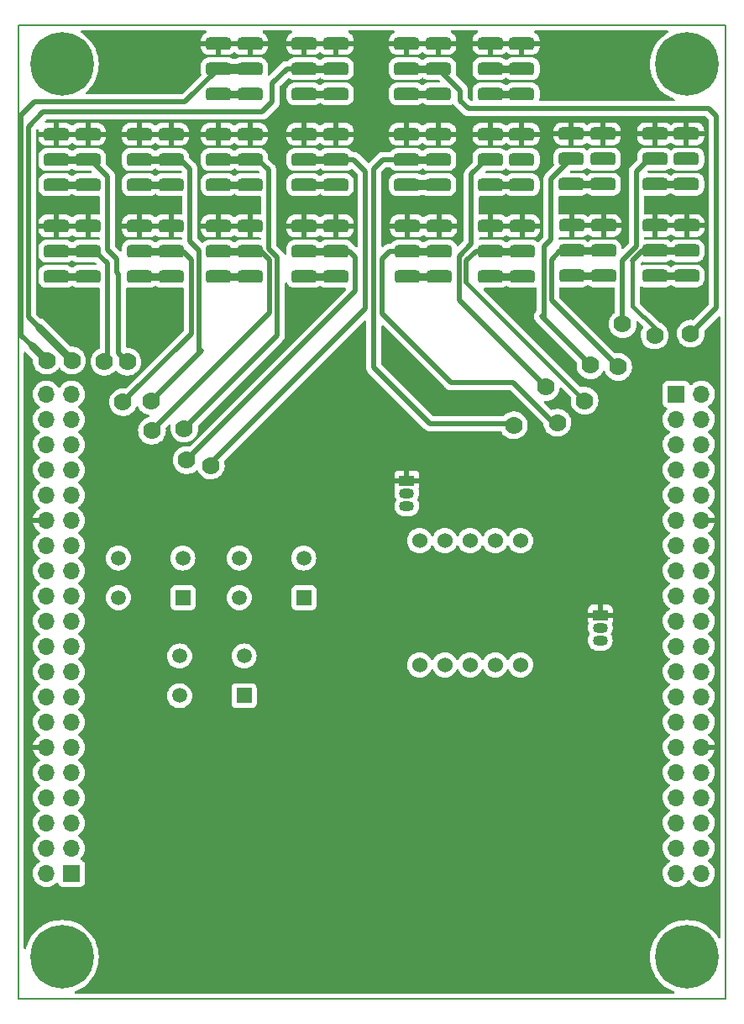
<source format=gbr>
%TF.GenerationSoftware,KiCad,Pcbnew,(6.0.1)*%
%TF.CreationDate,2022-04-23T13:54:07+02:00*%
%TF.ProjectId,ba_nano_version_2,62615f6e-616e-46f5-9f76-657273696f6e,rev?*%
%TF.SameCoordinates,Original*%
%TF.FileFunction,Copper,L2,Bot*%
%TF.FilePolarity,Positive*%
%FSLAX46Y46*%
G04 Gerber Fmt 4.6, Leading zero omitted, Abs format (unit mm)*
G04 Created by KiCad (PCBNEW (6.0.1)) date 2022-04-23 13:54:07*
%MOMM*%
%LPD*%
G01*
G04 APERTURE LIST*
G04 Aperture macros list*
%AMRoundRect*
0 Rectangle with rounded corners*
0 $1 Rounding radius*
0 $2 $3 $4 $5 $6 $7 $8 $9 X,Y pos of 4 corners*
0 Add a 4 corners polygon primitive as box body*
4,1,4,$2,$3,$4,$5,$6,$7,$8,$9,$2,$3,0*
0 Add four circle primitives for the rounded corners*
1,1,$1+$1,$2,$3*
1,1,$1+$1,$4,$5*
1,1,$1+$1,$6,$7*
1,1,$1+$1,$8,$9*
0 Add four rect primitives between the rounded corners*
20,1,$1+$1,$2,$3,$4,$5,0*
20,1,$1+$1,$4,$5,$6,$7,0*
20,1,$1+$1,$6,$7,$8,$9,0*
20,1,$1+$1,$8,$9,$2,$3,0*%
G04 Aperture macros list end*
%TA.AperFunction,Profile*%
%ADD10C,0.200000*%
%TD*%
%TA.AperFunction,ComponentPad*%
%ADD11RoundRect,0.317500X0.955000X-0.317500X0.955000X0.317500X-0.955000X0.317500X-0.955000X-0.317500X0*%
%TD*%
%TA.AperFunction,ComponentPad*%
%ADD12C,6.400000*%
%TD*%
%TA.AperFunction,ComponentPad*%
%ADD13C,1.524000*%
%TD*%
%TA.AperFunction,ComponentPad*%
%ADD14R,1.500000X1.500000*%
%TD*%
%TA.AperFunction,ComponentPad*%
%ADD15C,1.500000*%
%TD*%
%TA.AperFunction,ComponentPad*%
%ADD16R,1.500000X1.050000*%
%TD*%
%TA.AperFunction,ComponentPad*%
%ADD17O,1.500000X1.050000*%
%TD*%
%TA.AperFunction,ComponentPad*%
%ADD18R,1.700000X1.700000*%
%TD*%
%TA.AperFunction,ComponentPad*%
%ADD19O,1.700000X1.700000*%
%TD*%
%TA.AperFunction,ViaPad*%
%ADD20C,1.778000*%
%TD*%
%TA.AperFunction,Conductor*%
%ADD21C,0.508000*%
%TD*%
%TA.AperFunction,Conductor*%
%ADD22C,0.762000*%
%TD*%
%TA.AperFunction,Conductor*%
%ADD23C,1.016000*%
%TD*%
%TA.AperFunction,Conductor*%
%ADD24C,0.381000*%
%TD*%
G04 APERTURE END LIST*
D10*
X170166182Y-52472336D02*
X170166182Y-150490936D01*
X98893782Y-150490936D02*
X98893782Y-52472336D01*
X170166182Y-150490936D02*
X98893782Y-150490936D01*
X98893782Y-52472336D02*
X170166182Y-52472336D01*
D11*
%TO.P,SW4,1,A*%
%TO.N,Net-(R\u00A71-Pad1)*%
X122228640Y-59369960D03*
%TO.P,SW4,2,B*%
%TO.N,/GPIO_0_39*%
X122228640Y-56829960D03*
%TO.P,SW4,3,C*%
%TO.N,GND*%
X122228640Y-54289960D03*
%TO.P,SW4,4,A*%
%TO.N,Net-(R\u00A71-Pad1)*%
X119035860Y-59369960D03*
%TO.P,SW4,5,B*%
%TO.N,/GPIO_0_39*%
X119035860Y-56829960D03*
%TO.P,SW4,6,C*%
%TO.N,GND*%
X119035860Y-54289960D03*
%TD*%
%TO.P,SW20,1,A*%
%TO.N,Net-(R\u00A71-Pad1)*%
X105863420Y-77759560D03*
%TO.P,SW20,2,B*%
%TO.N,/GPIO_0_37*%
X105863420Y-75219560D03*
%TO.P,SW20,3,C*%
%TO.N,GND*%
X105863420Y-72679560D03*
%TO.P,SW20,4,A*%
%TO.N,Net-(R\u00A71-Pad1)*%
X102670640Y-77759560D03*
%TO.P,SW20,5,B*%
%TO.N,/GPIO_0_37*%
X102670640Y-75219560D03*
%TO.P,SW20,6,C*%
%TO.N,GND*%
X102670640Y-72679560D03*
%TD*%
%TO.P,SW14,1,A*%
%TO.N,Net-(R\u00A71-Pad1)*%
X157854680Y-77724000D03*
%TO.P,SW14,2,B*%
%TO.N,/GPIO_1_5*%
X157854680Y-75184000D03*
%TO.P,SW14,3,C*%
%TO.N,GND*%
X157854680Y-72644000D03*
%TO.P,SW14,4,A*%
%TO.N,Net-(R\u00A71-Pad1)*%
X154661900Y-77724000D03*
%TO.P,SW14,5,B*%
%TO.N,/GPIO_1_5*%
X154661900Y-75184000D03*
%TO.P,SW14,6,C*%
%TO.N,GND*%
X154661900Y-72644000D03*
%TD*%
D12*
%TO.P,H4,1*%
%TO.N,N/C*%
X166243000Y-56388000D03*
%TD*%
D13*
%TO.P,U1,1,D*%
%TO.N,Net-(R42-Pad2)*%
X139319000Y-116867000D03*
%TO.P,U1,2,DP*%
%TO.N,Net-(R44-Pad2)*%
X141859000Y-116867000D03*
%TO.P,U1,3,E*%
%TO.N,Net-(R46-Pad2)*%
X144399000Y-116867000D03*
%TO.P,U1,4,C*%
%TO.N,Net-(R48-Pad2)*%
X146939000Y-116867000D03*
%TO.P,U1,5,CA_DIG2*%
%TO.N,Net-(U1-Pad5)*%
X149479000Y-116867000D03*
%TO.P,U1,6,B*%
%TO.N,Net-(R49-Pad1)*%
X149479000Y-104367000D03*
%TO.P,U1,7,A*%
%TO.N,Net-(R47-Pad1)*%
X146939000Y-104367000D03*
%TO.P,U1,8,F*%
%TO.N,Net-(R45-Pad1)*%
X144399000Y-104367000D03*
%TO.P,U1,9,G*%
%TO.N,Net-(R43-Pad1)*%
X141859000Y-104367000D03*
%TO.P,U1,10,CA_D1*%
%TO.N,Net-(U1-Pad10)*%
X139319000Y-104367000D03*
%TD*%
D11*
%TO.P,SW19,1,A*%
%TO.N,Net-(R\u00A71-Pad1)*%
X114255580Y-77759560D03*
%TO.P,SW19,2,B*%
%TO.N,/GPIO_0_35*%
X114255580Y-75219560D03*
%TO.P,SW19,3,C*%
%TO.N,GND*%
X114255580Y-72679560D03*
%TO.P,SW19,4,A*%
%TO.N,Net-(R\u00A71-Pad1)*%
X111062800Y-77759560D03*
%TO.P,SW19,5,B*%
%TO.N,/GPIO_0_35*%
X111062800Y-75219560D03*
%TO.P,SW19,6,C*%
%TO.N,GND*%
X111062800Y-72679560D03*
%TD*%
%TO.P,SW10,1,A*%
%TO.N,Net-(R\u00A71-Pad1)*%
X122228640Y-68513960D03*
%TO.P,SW10,2,B*%
%TO.N,/GPIO_0_32*%
X122228640Y-65973960D03*
%TO.P,SW10,3,C*%
%TO.N,GND*%
X122228640Y-63433960D03*
%TO.P,SW10,4,A*%
%TO.N,Net-(R\u00A71-Pad1)*%
X119035860Y-68513960D03*
%TO.P,SW10,5,B*%
%TO.N,/GPIO_0_32*%
X119035860Y-65973960D03*
%TO.P,SW10,6,C*%
%TO.N,GND*%
X119035860Y-63433960D03*
%TD*%
D12*
%TO.P,H1,1*%
%TO.N,N/C*%
X103251000Y-146291300D03*
%TD*%
D14*
%TO.P,S1,1,COM_1*%
%TO.N,Net-(S1-Pad1)*%
X127635000Y-110109000D03*
D15*
%TO.P,S1,2,COM_2*%
X121135000Y-110109000D03*
%TO.P,S1,3,NO_1*%
%TO.N,/GPIO_0_26*%
X127635000Y-106109000D03*
%TO.P,S1,4,NO_2*%
X121135000Y-106109000D03*
%TD*%
D12*
%TO.P,H3,1*%
%TO.N,N/C*%
X103251000Y-56375300D03*
%TD*%
D11*
%TO.P,SW18,1,A*%
%TO.N,Net-(R\u00A71-Pad1)*%
X122228640Y-77759560D03*
%TO.P,SW18,2,B*%
%TO.N,/GPIO_0_33*%
X122228640Y-75219560D03*
%TO.P,SW18,3,C*%
%TO.N,GND*%
X122228640Y-72679560D03*
%TO.P,SW18,4,A*%
%TO.N,Net-(R\u00A71-Pad1)*%
X119035860Y-77759560D03*
%TO.P,SW18,5,B*%
%TO.N,/GPIO_0_33*%
X119035860Y-75219560D03*
%TO.P,SW18,6,C*%
%TO.N,GND*%
X119035860Y-72679560D03*
%TD*%
%TO.P,SW3,1,A*%
%TO.N,Net-(R\u00A71-Pad1)*%
X130874800Y-59369960D03*
%TO.P,SW3,2,B*%
%TO.N,/GPIO_0_38*%
X130874800Y-56829960D03*
%TO.P,SW3,3,C*%
%TO.N,GND*%
X130874800Y-54289960D03*
%TO.P,SW3,4,A*%
%TO.N,Net-(R\u00A71-Pad1)*%
X127682020Y-59369960D03*
%TO.P,SW3,5,B*%
%TO.N,/GPIO_0_38*%
X127682020Y-56829960D03*
%TO.P,SW3,6,C*%
%TO.N,GND*%
X127682020Y-54289960D03*
%TD*%
%TO.P,SW16,1,A*%
%TO.N,Net-(R\u00A71-Pad1)*%
X141304040Y-77759560D03*
%TO.P,SW16,2,B*%
%TO.N,/GPIO_1_9*%
X141304040Y-75219560D03*
%TO.P,SW16,3,C*%
%TO.N,GND*%
X141304040Y-72679560D03*
%TO.P,SW16,4,A*%
%TO.N,Net-(R\u00A71-Pad1)*%
X138111260Y-77759560D03*
%TO.P,SW16,5,B*%
%TO.N,/GPIO_1_9*%
X138111260Y-75219560D03*
%TO.P,SW16,6,C*%
%TO.N,GND*%
X138111260Y-72679560D03*
%TD*%
%TO.P,SW15,1,A*%
%TO.N,Net-(R\u00A71-Pad1)*%
X149670800Y-77759560D03*
%TO.P,SW15,2,B*%
%TO.N,/GPIO_1_7*%
X149670800Y-75219560D03*
%TO.P,SW15,3,C*%
%TO.N,GND*%
X149670800Y-72679560D03*
%TO.P,SW15,4,A*%
%TO.N,Net-(R\u00A71-Pad1)*%
X146478020Y-77759560D03*
%TO.P,SW15,5,B*%
%TO.N,/GPIO_1_7*%
X146478020Y-75219560D03*
%TO.P,SW15,6,C*%
%TO.N,GND*%
X146478020Y-72679560D03*
%TD*%
%TO.P,SW2,1,A*%
%TO.N,Net-(R\u00A71-Pad1)*%
X141207520Y-59369960D03*
%TO.P,SW2,2,B*%
%TO.N,/GPIO_1_0*%
X141207520Y-56829960D03*
%TO.P,SW2,3,C*%
%TO.N,GND*%
X141207520Y-54289960D03*
%TO.P,SW2,4,A*%
%TO.N,Net-(R\u00A71-Pad1)*%
X138014740Y-59369960D03*
%TO.P,SW2,5,B*%
%TO.N,/GPIO_1_0*%
X138014740Y-56829960D03*
%TO.P,SW2,6,C*%
%TO.N,GND*%
X138014740Y-54289960D03*
%TD*%
%TO.P,SW6,1,A*%
%TO.N,Net-(R\u00A71-Pad1)*%
X157798800Y-68478400D03*
%TO.P,SW6,2,B*%
%TO.N,/GPIO_1_4*%
X157798800Y-65938400D03*
%TO.P,SW6,3,C*%
%TO.N,GND*%
X157798800Y-63398400D03*
%TO.P,SW6,4,A*%
%TO.N,Net-(R\u00A71-Pad1)*%
X154606020Y-68478400D03*
%TO.P,SW6,5,B*%
%TO.N,/GPIO_1_4*%
X154606020Y-65938400D03*
%TO.P,SW6,6,C*%
%TO.N,GND*%
X154606020Y-63398400D03*
%TD*%
D12*
%TO.P,H2,1*%
%TO.N,N/C*%
X166268400Y-146291300D03*
%TD*%
D11*
%TO.P,SW11,1,A*%
%TO.N,Net-(R\u00A71-Pad1)*%
X114255580Y-68513960D03*
%TO.P,SW11,2,B*%
%TO.N,/GPIO_0_34*%
X114255580Y-65973960D03*
%TO.P,SW11,3,C*%
%TO.N,GND*%
X114255580Y-63433960D03*
%TO.P,SW11,4,A*%
%TO.N,Net-(R\u00A71-Pad1)*%
X111062800Y-68513960D03*
%TO.P,SW11,5,B*%
%TO.N,/GPIO_0_34*%
X111062800Y-65973960D03*
%TO.P,SW11,6,C*%
%TO.N,GND*%
X111062800Y-63433960D03*
%TD*%
%TO.P,SW5,1,A*%
%TO.N,Net-(R\u00A71-Pad1)*%
X166218900Y-68478400D03*
%TO.P,SW5,2,B*%
%TO.N,/GPIO_1_2*%
X166218900Y-65938400D03*
%TO.P,SW5,3,C*%
%TO.N,GND*%
X166218900Y-63398400D03*
%TO.P,SW5,4,A*%
%TO.N,Net-(R\u00A71-Pad1)*%
X163026120Y-68478400D03*
%TO.P,SW5,5,B*%
%TO.N,/GPIO_1_2*%
X163026120Y-65938400D03*
%TO.P,SW5,6,C*%
%TO.N,GND*%
X163026120Y-63398400D03*
%TD*%
%TO.P,SW1,1,A*%
%TO.N,Net-(R\u00A71-Pad1)*%
X149625080Y-59369960D03*
%TO.P,SW1,2,B*%
%TO.N,/GPIO_1_1*%
X149625080Y-56829960D03*
%TO.P,SW1,3,C*%
%TO.N,GND*%
X149625080Y-54289960D03*
%TO.P,SW1,4,A*%
%TO.N,Net-(R\u00A71-Pad1)*%
X146432300Y-59369960D03*
%TO.P,SW1,5,B*%
%TO.N,/GPIO_1_1*%
X146432300Y-56829960D03*
%TO.P,SW1,6,C*%
%TO.N,GND*%
X146432300Y-54289960D03*
%TD*%
%TO.P,SW7,1,A*%
%TO.N,Net-(R\u00A71-Pad1)*%
X149625080Y-68513960D03*
%TO.P,SW7,2,B*%
%TO.N,/GPIO_1_6*%
X149625080Y-65973960D03*
%TO.P,SW7,3,C*%
%TO.N,GND*%
X149625080Y-63433960D03*
%TO.P,SW7,4,A*%
%TO.N,Net-(R\u00A71-Pad1)*%
X146432300Y-68513960D03*
%TO.P,SW7,5,B*%
%TO.N,/GPIO_1_6*%
X146432300Y-65973960D03*
%TO.P,SW7,6,C*%
%TO.N,GND*%
X146432300Y-63433960D03*
%TD*%
D14*
%TO.P,S3,1,COM_1*%
%TO.N,Net-(S1-Pad1)*%
X115443000Y-110109000D03*
D15*
%TO.P,S3,2,COM_2*%
X108943000Y-110109000D03*
%TO.P,S3,3,NO_1*%
%TO.N,/GPIO_0_27*%
X115443000Y-106109000D03*
%TO.P,S3,4,NO_2*%
X108943000Y-106109000D03*
%TD*%
D16*
%TO.P,Q2,1,E*%
%TO.N,GND*%
X157525000Y-111859000D03*
D17*
%TO.P,Q2,2,B*%
%TO.N,/GPIO_1_16*%
X157525000Y-113129000D03*
%TO.P,Q2,3,C*%
%TO.N,Net-(U1-Pad5)*%
X157525000Y-114399000D03*
%TD*%
D18*
%TO.P,J1,1,Pin_1*%
%TO.N,/GPIO_0_0*%
X104216200Y-137883900D03*
D19*
%TO.P,J1,2,Pin_2*%
%TO.N,/GPIO_0_1*%
X101676200Y-137883900D03*
%TO.P,J1,3,Pin_3*%
%TO.N,/GPIO_0_2*%
X104216200Y-135343900D03*
%TO.P,J1,4,Pin_4*%
%TO.N,/GPIO_0_3*%
X101676200Y-135343900D03*
%TO.P,J1,5,Pin_5*%
%TO.N,/GPIO_0_4*%
X104216200Y-132803900D03*
%TO.P,J1,6,Pin_6*%
%TO.N,/GPIO_0_5*%
X101676200Y-132803900D03*
%TO.P,J1,7,Pin_7*%
%TO.N,/GPIO_0_6*%
X104216200Y-130263900D03*
%TO.P,J1,8,Pin_8*%
%TO.N,/GPIO_0_7*%
X101676200Y-130263900D03*
%TO.P,J1,9,Pin_9*%
%TO.N,/GPIO_0_8*%
X104216200Y-127723900D03*
%TO.P,J1,10,Pin_10*%
%TO.N,/GPIO_0_9*%
X101676200Y-127723900D03*
%TO.P,J1,11,Pin_11*%
%TO.N,unconnected-(J1-Pad11)*%
X104216200Y-125183900D03*
%TO.P,J1,12,Pin_12*%
%TO.N,GND*%
X101676200Y-125183900D03*
%TO.P,J1,13,Pin_13*%
%TO.N,/GPIO_0_12*%
X104216200Y-122643900D03*
%TO.P,J1,14,Pin_14*%
%TO.N,/GPIO_0_13*%
X101676200Y-122643900D03*
%TO.P,J1,15,Pin_15*%
%TO.N,/GPIO_0_14*%
X104216200Y-120103900D03*
%TO.P,J1,16,Pin_16*%
%TO.N,/GPIO_0_15*%
X101676200Y-120103900D03*
%TO.P,J1,17,Pin_17*%
%TO.N,/GPIO_0_16*%
X104216200Y-117563900D03*
%TO.P,J1,18,Pin_18*%
%TO.N,/GPIO_0_17*%
X101676200Y-117563900D03*
%TO.P,J1,19,Pin_19*%
%TO.N,/GPIO_0_18*%
X104216200Y-115023900D03*
%TO.P,J1,20,Pin_20*%
%TO.N,/GPIO_0_19*%
X101676200Y-115023900D03*
%TO.P,J1,21,Pin_21*%
%TO.N,/GPIO_0_20*%
X104216200Y-112483900D03*
%TO.P,J1,22,Pin_22*%
%TO.N,/GPIO_0_21*%
X101676200Y-112483900D03*
%TO.P,J1,23,Pin_23*%
%TO.N,/GPIO_0_22*%
X104216200Y-109943900D03*
%TO.P,J1,24,Pin_24*%
%TO.N,/GPIO_0_23*%
X101676200Y-109943900D03*
%TO.P,J1,25,Pin_25*%
%TO.N,/GPIO_0_24*%
X104216200Y-107403900D03*
%TO.P,J1,26,Pin_26*%
%TO.N,/GPIO_0_25*%
X101676200Y-107403900D03*
%TO.P,J1,27,Pin_27*%
%TO.N,/GPIO_0_26*%
X104216200Y-104863900D03*
%TO.P,J1,28,Pin_28*%
%TO.N,/GPIO_0_27*%
X101676200Y-104863900D03*
%TO.P,J1,29,Pin_29*%
%TO.N,+3V3*%
X104216200Y-102323900D03*
%TO.P,J1,30,Pin_30*%
%TO.N,GND*%
X101676200Y-102323900D03*
%TO.P,J1,31,Pin_31*%
%TO.N,/GPIO_0_30*%
X104216200Y-99783900D03*
%TO.P,J1,32,Pin_32*%
%TO.N,/GPIO_0_31*%
X101676200Y-99783900D03*
%TO.P,J1,33,Pin_33*%
%TO.N,/GPIO_0_32*%
X104216200Y-97243900D03*
%TO.P,J1,34,Pin_34*%
%TO.N,/GPIO_0_33*%
X101676200Y-97243900D03*
%TO.P,J1,35,Pin_35*%
%TO.N,/GPIO_0_34*%
X104216200Y-94703900D03*
%TO.P,J1,36,Pin_36*%
%TO.N,/GPIO_0_35*%
X101676200Y-94703900D03*
%TO.P,J1,37,Pin_37*%
%TO.N,/GPIO_0_36*%
X104216200Y-92163900D03*
%TO.P,J1,38,Pin_38*%
%TO.N,/GPIO_0_37*%
X101676200Y-92163900D03*
%TO.P,J1,39,Pin_39*%
%TO.N,/GPIO_0_38*%
X104216200Y-89623900D03*
%TO.P,J1,40,Pin_40*%
%TO.N,/GPIO_0_39*%
X101676200Y-89623900D03*
%TD*%
D11*
%TO.P,SW9,1,A*%
%TO.N,Net-(R\u00A71-Pad1)*%
X130874800Y-68513960D03*
%TO.P,SW9,2,B*%
%TO.N,/GPIO_0_30*%
X130874800Y-65973960D03*
%TO.P,SW9,3,C*%
%TO.N,GND*%
X130874800Y-63433960D03*
%TO.P,SW9,4,A*%
%TO.N,Net-(R\u00A71-Pad1)*%
X127682020Y-68513960D03*
%TO.P,SW9,5,B*%
%TO.N,/GPIO_0_30*%
X127682020Y-65973960D03*
%TO.P,SW9,6,C*%
%TO.N,GND*%
X127682020Y-63433960D03*
%TD*%
%TO.P,SW12,1,A*%
%TO.N,Net-(R\u00A71-Pad1)*%
X105863420Y-68513960D03*
%TO.P,SW12,2,B*%
%TO.N,/GPIO_0_36*%
X105863420Y-65973960D03*
%TO.P,SW12,3,C*%
%TO.N,GND*%
X105863420Y-63433960D03*
%TO.P,SW12,4,A*%
%TO.N,Net-(R\u00A71-Pad1)*%
X102670640Y-68513960D03*
%TO.P,SW12,5,B*%
%TO.N,/GPIO_0_36*%
X102670640Y-65973960D03*
%TO.P,SW12,6,C*%
%TO.N,GND*%
X102670640Y-63433960D03*
%TD*%
D14*
%TO.P,S2,1,COM_1*%
%TO.N,Net-(S1-Pad1)*%
X121614000Y-119983000D03*
D15*
%TO.P,S2,2,COM_2*%
X115114000Y-119983000D03*
%TO.P,S2,3,NO_1*%
%TO.N,/GPIO_0_24*%
X121614000Y-115983000D03*
%TO.P,S2,4,NO_2*%
X115114000Y-115983000D03*
%TD*%
D11*
%TO.P,SW8,1,A*%
%TO.N,Net-(R\u00A71-Pad1)*%
X141207520Y-68513960D03*
%TO.P,SW8,2,B*%
%TO.N,/GPIO_1_8*%
X141207520Y-65973960D03*
%TO.P,SW8,3,C*%
%TO.N,GND*%
X141207520Y-63433960D03*
%TO.P,SW8,4,A*%
%TO.N,Net-(R\u00A71-Pad1)*%
X138014740Y-68513960D03*
%TO.P,SW8,5,B*%
%TO.N,/GPIO_1_8*%
X138014740Y-65973960D03*
%TO.P,SW8,6,C*%
%TO.N,GND*%
X138014740Y-63433960D03*
%TD*%
%TO.P,SW17,1,A*%
%TO.N,Net-(R\u00A71-Pad1)*%
X130874800Y-77759560D03*
%TO.P,SW17,2,B*%
%TO.N,/GPIO_0_31*%
X130874800Y-75219560D03*
%TO.P,SW17,3,C*%
%TO.N,GND*%
X130874800Y-72679560D03*
%TO.P,SW17,4,A*%
%TO.N,Net-(R\u00A71-Pad1)*%
X127682020Y-77759560D03*
%TO.P,SW17,5,B*%
%TO.N,/GPIO_0_31*%
X127682020Y-75219560D03*
%TO.P,SW17,6,C*%
%TO.N,GND*%
X127682020Y-72679560D03*
%TD*%
D18*
%TO.P,J2,1,Pin_1*%
%TO.N,/GPIO_1_0*%
X165188900Y-89623900D03*
D19*
%TO.P,J2,2,Pin_2*%
%TO.N,/GPIO_1_1*%
X167728900Y-89623900D03*
%TO.P,J2,3,Pin_3*%
%TO.N,/GPIO_1_2*%
X165188900Y-92163900D03*
%TO.P,J2,4,Pin_4*%
%TO.N,/GPIO_1_3*%
X167728900Y-92163900D03*
%TO.P,J2,5,Pin_5*%
%TO.N,/GPIO_1_4*%
X165188900Y-94703900D03*
%TO.P,J2,6,Pin_6*%
%TO.N,/GPIO_1_5*%
X167728900Y-94703900D03*
%TO.P,J2,7,Pin_7*%
%TO.N,/GPIO_1_6*%
X165188900Y-97243900D03*
%TO.P,J2,8,Pin_8*%
%TO.N,/GPIO_1_7*%
X167728900Y-97243900D03*
%TO.P,J2,9,Pin_9*%
%TO.N,/GPIO_1_8*%
X165188900Y-99783900D03*
%TO.P,J2,10,Pin_10*%
%TO.N,/GPIO_1_9*%
X167728900Y-99783900D03*
%TO.P,J2,11,Pin_11*%
%TO.N,unconnected-(J2-Pad11)*%
X165188900Y-102323900D03*
%TO.P,J2,12,Pin_12*%
%TO.N,GND*%
X167728900Y-102323900D03*
%TO.P,J2,13,Pin_13*%
%TO.N,/GPIO_1_12*%
X165188900Y-104863900D03*
%TO.P,J2,14,Pin_14*%
%TO.N,/GPIO_1_13*%
X167728900Y-104863900D03*
%TO.P,J2,15,Pin_15*%
%TO.N,/GPIO_1_14*%
X165188900Y-107403900D03*
%TO.P,J2,16,Pin_16*%
%TO.N,/GPIO_1_15*%
X167728900Y-107403900D03*
%TO.P,J2,17,Pin_17*%
%TO.N,/GPIO_1_16*%
X165188900Y-109943900D03*
%TO.P,J2,18,Pin_18*%
%TO.N,/GPIO_1_17*%
X167728900Y-109943900D03*
%TO.P,J2,19,Pin_19*%
%TO.N,/GPIO_1_18*%
X165188900Y-112483900D03*
%TO.P,J2,20,Pin_20*%
%TO.N,/GPIO_1_19*%
X167728900Y-112483900D03*
%TO.P,J2,21,Pin_21*%
%TO.N,/GPIO_1_20*%
X165188900Y-115023900D03*
%TO.P,J2,22,Pin_22*%
%TO.N,/GPIO_1_21*%
X167728900Y-115023900D03*
%TO.P,J2,23,Pin_23*%
%TO.N,/GPIO_1_22*%
X165188900Y-117563900D03*
%TO.P,J2,24,Pin_24*%
%TO.N,/GPIO_1_23*%
X167728900Y-117563900D03*
%TO.P,J2,25,Pin_25*%
%TO.N,/GPIO_1_24*%
X165188900Y-120103900D03*
%TO.P,J2,26,Pin_26*%
%TO.N,/GPIO_1_25*%
X167728900Y-120103900D03*
%TO.P,J2,27,Pin_27*%
%TO.N,/GPIO_1_26*%
X165188900Y-122643900D03*
%TO.P,J2,28,Pin_28*%
%TO.N,/GPIO_1_27*%
X167728900Y-122643900D03*
%TO.P,J2,29,Pin_29*%
%TO.N,+3V3*%
X165188900Y-125183900D03*
%TO.P,J2,30,Pin_30*%
%TO.N,GND*%
X167728900Y-125183900D03*
%TO.P,J2,31,Pin_31*%
%TO.N,/GPIO_1_30*%
X165188900Y-127723900D03*
%TO.P,J2,32,Pin_32*%
%TO.N,/GPIO_1_31*%
X167728900Y-127723900D03*
%TO.P,J2,33,Pin_33*%
%TO.N,/GPIO_1_32*%
X165188900Y-130263900D03*
%TO.P,J2,34,Pin_34*%
%TO.N,/GPIO_1_33*%
X167728900Y-130263900D03*
%TO.P,J2,35,Pin_35*%
%TO.N,/GPIO_1_34*%
X165188900Y-132803900D03*
%TO.P,J2,36,Pin_36*%
%TO.N,/GPIO_1_35*%
X167728900Y-132803900D03*
%TO.P,J2,37,Pin_37*%
%TO.N,/GPIO_1_36*%
X165188900Y-135343900D03*
%TO.P,J2,38,Pin_38*%
%TO.N,/GPIO_1_37*%
X167728900Y-135343900D03*
%TO.P,J2,39,Pin_39*%
%TO.N,/GPIO_1_38*%
X165188900Y-137883900D03*
%TO.P,J2,40,Pin_40*%
%TO.N,/GPIO_1_39*%
X167728900Y-137883900D03*
%TD*%
D16*
%TO.P,Q1,1,E*%
%TO.N,GND*%
X138025000Y-98339000D03*
D17*
%TO.P,Q1,2,B*%
%TO.N,/GPIO_1_13*%
X138025000Y-99609000D03*
%TO.P,Q1,3,C*%
%TO.N,Net-(U1-Pad10)*%
X138025000Y-100879000D03*
%TD*%
D11*
%TO.P,SW13,1,A*%
%TO.N,Net-(R\u00A71-Pad1)*%
X166246840Y-77724000D03*
%TO.P,SW13,2,B*%
%TO.N,/GPIO_1_3*%
X166246840Y-75184000D03*
%TO.P,SW13,3,C*%
%TO.N,GND*%
X166246840Y-72644000D03*
%TO.P,SW13,4,A*%
%TO.N,Net-(R\u00A71-Pad1)*%
X163054060Y-77724000D03*
%TO.P,SW13,5,B*%
%TO.N,/GPIO_1_3*%
X163054060Y-75184000D03*
%TO.P,SW13,6,C*%
%TO.N,GND*%
X163054060Y-72644000D03*
%TD*%
D20*
%TO.N,/GPIO_1_4*%
X156540000Y-86700000D03*
%TO.N,/GPIO_0_30*%
X118260000Y-96800000D03*
%TO.N,/GPIO_0_31*%
X115830000Y-96260000D03*
%TO.N,/GPIO_1_0*%
X166640000Y-83530000D03*
%TO.N,/GPIO_1_2*%
X159780000Y-82560000D03*
%TO.N,/GPIO_1_3*%
X163025000Y-83700000D03*
%TO.N,/GPIO_1_5*%
X159330000Y-86870000D03*
%TO.N,/GPIO_1_6*%
X152020000Y-88910000D03*
%TO.N,/GPIO_1_7*%
X155940000Y-90270000D03*
%TO.N,/GPIO_1_8*%
X148810000Y-92750000D03*
%TO.N,/GPIO_1_9*%
X153210000Y-92490000D03*
%TO.N,/GPIO_0_32*%
X115580000Y-93070000D03*
%TO.N,/GPIO_0_33*%
X112330000Y-93280000D03*
%TO.N,/GPIO_0_34*%
X112220000Y-90310000D03*
%TO.N,/GPIO_0_35*%
X109410000Y-90420000D03*
%TO.N,/GPIO_0_36*%
X109850000Y-86350000D03*
%TO.N,/GPIO_0_37*%
X107540000Y-86350000D03*
%TO.N,/GPIO_0_38*%
X104267000Y-86233000D03*
%TO.N,/GPIO_0_39*%
X101727000Y-86233000D03*
%TD*%
D21*
%TO.N,/GPIO_1_2*%
X162421600Y-65938400D02*
X163026120Y-65938400D01*
X161150000Y-74760000D02*
X161150000Y-67210000D01*
X159780000Y-76130000D02*
X161150000Y-74760000D01*
X161150000Y-67210000D02*
X162421600Y-65938400D01*
X159780000Y-82560000D02*
X159780000Y-76130000D01*
%TO.N,/GPIO_1_4*%
X152570000Y-67974420D02*
X154606020Y-65938400D01*
X152570000Y-74090000D02*
X152570000Y-67974420D01*
X151892480Y-74767520D02*
X152570000Y-74090000D01*
X152105000Y-82265000D02*
X151892480Y-82052480D01*
X151892480Y-82052480D02*
X151892480Y-74767520D01*
X152105000Y-82265000D02*
X156540000Y-86700000D01*
X151610000Y-81770000D02*
X152105000Y-82265000D01*
%TO.N,/GPIO_1_6*%
X146046040Y-65973960D02*
X146432300Y-65973960D01*
X144530000Y-67490000D02*
X146046040Y-65973960D01*
X144530000Y-74480000D02*
X144530000Y-67490000D01*
X143292480Y-75717520D02*
X144530000Y-74480000D01*
X143292480Y-80182480D02*
X143292480Y-75717520D01*
X143870000Y-80760000D02*
X143292480Y-80182480D01*
X143870000Y-80760000D02*
X152020000Y-88910000D01*
%TO.N,/GPIO_0_36*%
X108748000Y-77328000D02*
X108968000Y-77548000D01*
X108748000Y-75968000D02*
X108748000Y-77328000D01*
X108968000Y-85468000D02*
X108968000Y-77548000D01*
%TO.N,/GPIO_0_38*%
X124460000Y-60198000D02*
X124460000Y-58293000D01*
X124460000Y-58293000D02*
X125923040Y-56829960D01*
X123444000Y-61214000D02*
X124460000Y-60198000D01*
X101346000Y-61214000D02*
X123444000Y-61214000D01*
X99864822Y-62695178D02*
X101346000Y-61214000D01*
X99864822Y-81830822D02*
X99864822Y-62695178D01*
X125923040Y-56829960D02*
X127682020Y-56829960D01*
X100910517Y-82876517D02*
X99864822Y-81830822D01*
%TO.N,/GPIO_0_39*%
X115667820Y-60198000D02*
X119035860Y-56829960D01*
X100489302Y-60198000D02*
X115667820Y-60198000D01*
X99157302Y-61530000D02*
X100489302Y-60198000D01*
X99157302Y-83663302D02*
X99157302Y-61530000D01*
X100203000Y-84709000D02*
X99157302Y-83663302D01*
%TO.N,/GPIO_0_36*%
X107850000Y-67700000D02*
X106123960Y-65973960D01*
X106123960Y-65973960D02*
X105863420Y-65973960D01*
X107850000Y-75070000D02*
X107850000Y-67700000D01*
X108748000Y-75968000D02*
X107850000Y-75070000D01*
%TO.N,/GPIO_0_34*%
X115203960Y-65973960D02*
X114255580Y-65973960D01*
X116160000Y-66930000D02*
X115203960Y-65973960D01*
X117039520Y-75129520D02*
X116160000Y-74250000D01*
X117039520Y-85490480D02*
X117039520Y-75129520D01*
X116745000Y-85785000D02*
X117039520Y-85490480D01*
X116745000Y-85785000D02*
X117309840Y-85220160D01*
X116160000Y-74250000D02*
X116160000Y-66930000D01*
X112220000Y-90310000D02*
X116745000Y-85785000D01*
%TO.N,/GPIO_0_32*%
X122228640Y-65973960D02*
X123023960Y-65973960D01*
X124090000Y-74956416D02*
X124980000Y-75846416D01*
X123023960Y-65973960D02*
X124090000Y-67040000D01*
X124090000Y-67040000D02*
X124090000Y-74956416D01*
X115580000Y-93070000D02*
X124980000Y-83670000D01*
X124980000Y-75846416D02*
X124980000Y-83670000D01*
D22*
%TO.N,/GPIO_0_30*%
X127682020Y-65973960D02*
X130874800Y-65973960D01*
D21*
%TO.N,/GPIO_1_8*%
X140350000Y-92590000D02*
X148650000Y-92590000D01*
X148650000Y-92590000D02*
X148810000Y-92750000D01*
%TO.N,/GPIO_1_4*%
X154606020Y-65938400D02*
X153701600Y-65938400D01*
D23*
%TO.N,Net-(R\u00A71-Pad1)*%
X141207515Y-68513960D02*
X138014735Y-68513960D01*
D21*
%TO.N,/GPIO_0_30*%
X118260000Y-96610000D02*
X118260000Y-96800000D01*
X133852000Y-81018000D02*
X118260000Y-96610000D01*
X133858000Y-81018000D02*
X133852000Y-81018000D01*
X132648960Y-65973960D02*
X133858000Y-67183000D01*
X133858000Y-67183000D02*
X133858000Y-81018000D01*
X130874800Y-65973960D02*
X132648960Y-65973960D01*
D23*
%TO.N,/GPIO_0_39*%
X122228640Y-56829960D02*
X119035860Y-56829960D01*
D21*
%TO.N,/GPIO_1_0*%
X169230000Y-61630000D02*
X169230000Y-80940000D01*
X168480000Y-60880000D02*
X169230000Y-61630000D01*
X144210000Y-60880000D02*
X168480000Y-60880000D01*
X169230000Y-80940000D02*
X166640000Y-83530000D01*
X141207520Y-56829960D02*
X143440000Y-59062440D01*
X143440000Y-59062440D02*
X143440000Y-60110000D01*
X143440000Y-60110000D02*
X144210000Y-60880000D01*
X142129960Y-56829960D02*
X141207520Y-56829960D01*
%TO.N,/GPIO_1_5*%
X153516000Y-75184000D02*
X154661900Y-75184000D01*
X152600000Y-76100000D02*
X153516000Y-75184000D01*
X152600000Y-80140000D02*
X152600000Y-76100000D01*
X159330000Y-86870000D02*
X152600000Y-80140000D01*
%TO.N,/GPIO_1_7*%
X144000000Y-76200000D02*
X144000000Y-78330000D01*
X144980440Y-75219560D02*
X144000000Y-76200000D01*
X146478020Y-75219560D02*
X144980440Y-75219560D01*
D24*
X143999991Y-78329993D02*
X155939998Y-90270000D01*
D21*
%TO.N,/GPIO_1_9*%
X136280440Y-75219560D02*
X138111260Y-75219560D01*
X142480000Y-88450000D02*
X135500000Y-81470000D01*
X135500000Y-81470000D02*
X135500000Y-76000000D01*
X135500000Y-76000000D02*
X136280440Y-75219560D01*
X152770000Y-92490000D02*
X148730000Y-88450000D01*
X148730000Y-88450000D02*
X142480000Y-88450000D01*
X153210000Y-92490000D02*
X152770000Y-92490000D01*
%TO.N,/GPIO_1_8*%
X135626040Y-65973960D02*
X138014740Y-65973960D01*
X134700000Y-86940000D02*
X134700000Y-66900000D01*
X134700000Y-66900000D02*
X135626040Y-65973960D01*
X140350000Y-92590000D02*
X134700000Y-86940000D01*
%TO.N,/GPIO_1_2*%
X159775000Y-82555000D02*
X159780000Y-82560000D01*
D24*
%TO.N,/GPIO_1_3*%
X160800000Y-80701204D02*
X160800000Y-76200000D01*
X163025000Y-82926204D02*
X160800000Y-80701204D01*
X163025000Y-83700000D02*
X163025000Y-82926204D01*
D21*
%TO.N,/GPIO_0_31*%
X132842000Y-79248000D02*
X132842000Y-75819000D01*
X115830000Y-96260000D02*
X132842000Y-79248000D01*
%TO.N,/GPIO_0_33*%
X112330000Y-93280000D02*
X124206000Y-81404000D01*
X124206000Y-81404000D02*
X124206000Y-81384000D01*
X124206000Y-76073000D02*
X124206000Y-81384000D01*
%TO.N,/GPIO_0_35*%
X109410000Y-90420000D02*
X116322000Y-83508000D01*
X116322000Y-83508000D02*
X116332000Y-83508000D01*
X116332000Y-76073000D02*
X116332000Y-83508000D01*
%TO.N,/GPIO_0_36*%
X109850000Y-86350000D02*
X108968000Y-85468000D01*
%TO.N,/GPIO_0_37*%
X107823000Y-76454000D02*
X107823000Y-86067000D01*
X107823000Y-86067000D02*
X107540000Y-86350000D01*
%TO.N,/GPIO_0_31*%
X130874800Y-75219560D02*
X132242560Y-75219560D01*
D22*
X127682020Y-75219560D02*
X130874800Y-75219560D01*
D21*
X132242560Y-75219560D02*
X132842000Y-75819000D01*
D22*
%TO.N,/GPIO_1_0*%
X138014740Y-56829960D02*
X141207520Y-56829960D01*
%TO.N,/GPIO_1_1*%
X146432300Y-56829960D02*
X149625080Y-56829960D01*
D21*
%TO.N,/GPIO_1_3*%
X161816000Y-75184000D02*
X160800000Y-76200000D01*
D22*
X163054060Y-75184000D02*
X166246840Y-75184000D01*
D21*
X163054060Y-75184000D02*
X161816000Y-75184000D01*
D22*
%TO.N,/GPIO_1_5*%
X154661900Y-75184000D02*
X157854680Y-75184000D01*
%TO.N,/GPIO_1_7*%
X146478020Y-75219560D02*
X149670800Y-75219560D01*
%TO.N,/GPIO_1_8*%
X138014740Y-65973960D02*
X141207520Y-65973960D01*
%TO.N,/GPIO_1_9*%
X138111260Y-75219560D02*
X141304040Y-75219560D01*
%TO.N,/GPIO_0_32*%
X119035860Y-65973960D02*
X122228640Y-65973960D01*
D21*
%TO.N,/GPIO_0_33*%
X123352560Y-75219560D02*
X124206000Y-76073000D01*
D22*
X119035860Y-75219560D02*
X122228640Y-75219560D01*
D21*
X122228640Y-75219560D02*
X123352560Y-75219560D01*
D22*
%TO.N,/GPIO_0_34*%
X111062800Y-65973960D02*
X114255580Y-65973960D01*
%TO.N,/GPIO_0_35*%
X111062800Y-75219560D02*
X114255580Y-75219560D01*
D21*
X115478560Y-75219560D02*
X116332000Y-76073000D01*
X114255580Y-75219560D02*
X115478560Y-75219560D01*
D22*
%TO.N,/GPIO_0_36*%
X102670640Y-65973960D02*
X105863420Y-65973960D01*
D21*
%TO.N,/GPIO_0_37*%
X106588560Y-75219560D02*
X105863420Y-75219560D01*
D22*
X102670640Y-75219560D02*
X105863420Y-75219560D01*
D21*
X107823000Y-76454000D02*
X106588560Y-75219560D01*
D22*
%TO.N,/GPIO_0_38*%
X100910517Y-82876517D02*
X104267000Y-86233000D01*
X127682020Y-56829960D02*
X130874800Y-56829960D01*
%TO.N,/GPIO_0_39*%
X101727000Y-86233000D02*
X100203000Y-84709000D01*
%TO.N,Net-(R\u00A71-Pad1)*%
X154606020Y-68478400D02*
X157798800Y-68478400D01*
X102670640Y-68513960D02*
X105863420Y-68513960D01*
X111062800Y-68513960D02*
X114255580Y-68513960D01*
X141304040Y-77759560D02*
X138111260Y-77759560D01*
X119035860Y-68513960D02*
X122228640Y-68513960D01*
X166246840Y-77724000D02*
X163054060Y-77724000D01*
X146432300Y-59369960D02*
X149625080Y-59369960D01*
X102670640Y-77759560D02*
X105863420Y-77759560D01*
X119035860Y-59369960D02*
X122228640Y-59369960D01*
X127682020Y-68513960D02*
X130874800Y-68513960D01*
X146432300Y-68513960D02*
X149625080Y-68513960D01*
X130874800Y-77759560D02*
X127682020Y-77759560D01*
X163026120Y-68478400D02*
X166218900Y-68478400D01*
X149670800Y-77759560D02*
X146478020Y-77759560D01*
X119035860Y-77759560D02*
X122228640Y-77759560D01*
X127682020Y-59369960D02*
X130874800Y-59369960D01*
X157854680Y-77724000D02*
X154661900Y-77724000D01*
X114255580Y-77759560D02*
X111062800Y-77759560D01*
X138014740Y-59369960D02*
X141207520Y-59369960D01*
%TD*%
%TA.AperFunction,Conductor*%
%TO.N,GND*%
G36*
X117753793Y-53000338D02*
G01*
X117800286Y-53053994D01*
X117810390Y-53124268D01*
X117780896Y-53188848D01*
X117741696Y-53219196D01*
X117639592Y-53269881D01*
X117628166Y-53277188D01*
X117499013Y-53381030D01*
X117489430Y-53390613D01*
X117385588Y-53519766D01*
X117378281Y-53531192D01*
X117304598Y-53679624D01*
X117299914Y-53692357D01*
X117259521Y-53854369D01*
X117257797Y-53865315D01*
X117255506Y-53898909D01*
X117255360Y-53903205D01*
X117255360Y-54017845D01*
X117259835Y-54033084D01*
X117261225Y-54034289D01*
X117268908Y-54035960D01*
X123991025Y-54035960D01*
X124006264Y-54031485D01*
X124007469Y-54030095D01*
X124009140Y-54022412D01*
X124009140Y-53903205D01*
X124008994Y-53898909D01*
X124006703Y-53865315D01*
X124004979Y-53854369D01*
X123964586Y-53692357D01*
X123959902Y-53679624D01*
X123886219Y-53531192D01*
X123878912Y-53519766D01*
X123775070Y-53390613D01*
X123765487Y-53381030D01*
X123636334Y-53277188D01*
X123624908Y-53269881D01*
X123522804Y-53219196D01*
X123470681Y-53170991D01*
X123452894Y-53102258D01*
X123475090Y-53034821D01*
X123530222Y-52990088D01*
X123578828Y-52980336D01*
X126331832Y-52980336D01*
X126399953Y-53000338D01*
X126446446Y-53053994D01*
X126456550Y-53124268D01*
X126427056Y-53188848D01*
X126387856Y-53219196D01*
X126285752Y-53269881D01*
X126274326Y-53277188D01*
X126145173Y-53381030D01*
X126135590Y-53390613D01*
X126031748Y-53519766D01*
X126024441Y-53531192D01*
X125950758Y-53679624D01*
X125946074Y-53692357D01*
X125905681Y-53854369D01*
X125903957Y-53865315D01*
X125901666Y-53898909D01*
X125901520Y-53903205D01*
X125901520Y-54017845D01*
X125905995Y-54033084D01*
X125907385Y-54034289D01*
X125915068Y-54035960D01*
X132637185Y-54035960D01*
X132652424Y-54031485D01*
X132653629Y-54030095D01*
X132655300Y-54022412D01*
X132655300Y-53903205D01*
X132655154Y-53898909D01*
X132652863Y-53865315D01*
X132651139Y-53854369D01*
X132610746Y-53692357D01*
X132606062Y-53679624D01*
X132532379Y-53531192D01*
X132525072Y-53519766D01*
X132421230Y-53390613D01*
X132411647Y-53381030D01*
X132282494Y-53277188D01*
X132271068Y-53269881D01*
X132168964Y-53219196D01*
X132116841Y-53170991D01*
X132099054Y-53102258D01*
X132121250Y-53034821D01*
X132176382Y-52990088D01*
X132224988Y-52980336D01*
X136664552Y-52980336D01*
X136732673Y-53000338D01*
X136779166Y-53053994D01*
X136789270Y-53124268D01*
X136759776Y-53188848D01*
X136720576Y-53219196D01*
X136618472Y-53269881D01*
X136607046Y-53277188D01*
X136477893Y-53381030D01*
X136468310Y-53390613D01*
X136364468Y-53519766D01*
X136357161Y-53531192D01*
X136283478Y-53679624D01*
X136278794Y-53692357D01*
X136238401Y-53854369D01*
X136236677Y-53865315D01*
X136234386Y-53898909D01*
X136234240Y-53903205D01*
X136234240Y-54017845D01*
X136238715Y-54033084D01*
X136240105Y-54034289D01*
X136247788Y-54035960D01*
X142969905Y-54035960D01*
X142985144Y-54031485D01*
X142986349Y-54030095D01*
X142988020Y-54022412D01*
X142988020Y-53903205D01*
X142987874Y-53898909D01*
X142985583Y-53865315D01*
X142983859Y-53854369D01*
X142943466Y-53692357D01*
X142938782Y-53679624D01*
X142865099Y-53531192D01*
X142857792Y-53519766D01*
X142753950Y-53390613D01*
X142744367Y-53381030D01*
X142615214Y-53277188D01*
X142603788Y-53269881D01*
X142501684Y-53219196D01*
X142449561Y-53170991D01*
X142431774Y-53102258D01*
X142453970Y-53034821D01*
X142509102Y-52990088D01*
X142557708Y-52980336D01*
X145082112Y-52980336D01*
X145150233Y-53000338D01*
X145196726Y-53053994D01*
X145206830Y-53124268D01*
X145177336Y-53188848D01*
X145138136Y-53219196D01*
X145036032Y-53269881D01*
X145024606Y-53277188D01*
X144895453Y-53381030D01*
X144885870Y-53390613D01*
X144782028Y-53519766D01*
X144774721Y-53531192D01*
X144701038Y-53679624D01*
X144696354Y-53692357D01*
X144655961Y-53854369D01*
X144654237Y-53865315D01*
X144651946Y-53898909D01*
X144651800Y-53903205D01*
X144651800Y-54017845D01*
X144656275Y-54033084D01*
X144657665Y-54034289D01*
X144665348Y-54035960D01*
X151387465Y-54035960D01*
X151402704Y-54031485D01*
X151403909Y-54030095D01*
X151405580Y-54022412D01*
X151405580Y-53903205D01*
X151405434Y-53898909D01*
X151403143Y-53865315D01*
X151401419Y-53854369D01*
X151361026Y-53692357D01*
X151356342Y-53679624D01*
X151282659Y-53531192D01*
X151275352Y-53519766D01*
X151171510Y-53390613D01*
X151161927Y-53381030D01*
X151032774Y-53277188D01*
X151021348Y-53269881D01*
X150919244Y-53219196D01*
X150867121Y-53170991D01*
X150849334Y-53102258D01*
X150871530Y-53034821D01*
X150926662Y-52990088D01*
X150975268Y-52980336D01*
X164255878Y-52980336D01*
X164323999Y-53000338D01*
X164370492Y-53053994D01*
X164380596Y-53124268D01*
X164351102Y-53188848D01*
X164324503Y-53212008D01*
X164060207Y-53383643D01*
X164057645Y-53385718D01*
X163776370Y-53613491D01*
X163758124Y-53628266D01*
X163483266Y-53903124D01*
X163238643Y-54205207D01*
X163236848Y-54207970D01*
X163236848Y-54207971D01*
X163033276Y-54521447D01*
X163026938Y-54531206D01*
X163025443Y-54534140D01*
X163025439Y-54534147D01*
X162950608Y-54681011D01*
X162850468Y-54877547D01*
X162711167Y-55240438D01*
X162610562Y-55615901D01*
X162581353Y-55800320D01*
X162551766Y-55987124D01*
X162549754Y-55999824D01*
X162529411Y-56388000D01*
X162549754Y-56776176D01*
X162610562Y-57160099D01*
X162711167Y-57535562D01*
X162712352Y-57538650D01*
X162712353Y-57538652D01*
X162734025Y-57595109D01*
X162850468Y-57898453D01*
X162851966Y-57901393D01*
X163021878Y-58234863D01*
X163026938Y-58244794D01*
X163028734Y-58247560D01*
X163028736Y-58247563D01*
X163174408Y-58471879D01*
X163238643Y-58570793D01*
X163271138Y-58610921D01*
X163472982Y-58860176D01*
X163483266Y-58872876D01*
X163758124Y-59147734D01*
X164060207Y-59392357D01*
X164062970Y-59394152D01*
X164062971Y-59394152D01*
X164379396Y-59599640D01*
X164386205Y-59604062D01*
X164389139Y-59605557D01*
X164389146Y-59605561D01*
X164690119Y-59758914D01*
X164732547Y-59780532D01*
X164975698Y-59873869D01*
X165032126Y-59916955D01*
X165056303Y-59983708D01*
X165040552Y-60052935D01*
X164989874Y-60102657D01*
X164930544Y-60117500D01*
X151485430Y-60117500D01*
X151417309Y-60097498D01*
X151370816Y-60043842D01*
X151360712Y-59973568D01*
X151363173Y-59961018D01*
X151372086Y-59925269D01*
X151403264Y-59800222D01*
X151406080Y-59758914D01*
X151406080Y-58981006D01*
X151403264Y-58939698D01*
X151359847Y-58765562D01*
X151280049Y-58604811D01*
X151268832Y-58590859D01*
X151171866Y-58470257D01*
X151167595Y-58464945D01*
X151142518Y-58444783D01*
X151033045Y-58356765D01*
X151033044Y-58356764D01*
X151027729Y-58352491D01*
X150866978Y-58272693D01*
X150692842Y-58229276D01*
X150672655Y-58227900D01*
X150653681Y-58226606D01*
X150653670Y-58226606D01*
X150651534Y-58226460D01*
X148598626Y-58226460D01*
X148596490Y-58226606D01*
X148596479Y-58226606D01*
X148577505Y-58227900D01*
X148557318Y-58229276D01*
X148383182Y-58272693D01*
X148222431Y-58352491D01*
X148217116Y-58356764D01*
X148217115Y-58356765D01*
X148107642Y-58444783D01*
X148042019Y-58471879D01*
X147972165Y-58459195D01*
X147949738Y-58444783D01*
X147840265Y-58356765D01*
X147840264Y-58356764D01*
X147834949Y-58352491D01*
X147674198Y-58272693D01*
X147500062Y-58229276D01*
X147479875Y-58227900D01*
X147460901Y-58226606D01*
X147460890Y-58226606D01*
X147458754Y-58226460D01*
X145405846Y-58226460D01*
X145403710Y-58226606D01*
X145403699Y-58226606D01*
X145384725Y-58227900D01*
X145364538Y-58229276D01*
X145190402Y-58272693D01*
X145029651Y-58352491D01*
X145024336Y-58356764D01*
X145024335Y-58356765D01*
X144914862Y-58444783D01*
X144889785Y-58464945D01*
X144885514Y-58470257D01*
X144788549Y-58590859D01*
X144777331Y-58604811D01*
X144697533Y-58765562D01*
X144654116Y-58939698D01*
X144651300Y-58981006D01*
X144651300Y-59758914D01*
X144654116Y-59800222D01*
X144663459Y-59837695D01*
X144692188Y-59952921D01*
X144689260Y-60023857D01*
X144648446Y-60081949D01*
X144582704Y-60108754D01*
X144512906Y-60095760D01*
X144480836Y-60072498D01*
X144239405Y-59831067D01*
X144205379Y-59768755D01*
X144202500Y-59741972D01*
X144202500Y-59129808D01*
X144203933Y-59110857D01*
X144206123Y-59096464D01*
X144206123Y-59096462D01*
X144207223Y-59089232D01*
X144202915Y-59036265D01*
X144202500Y-59026051D01*
X144202500Y-59017915D01*
X144199190Y-58989524D01*
X144198757Y-58985149D01*
X144198246Y-58978859D01*
X144192809Y-58912013D01*
X144190554Y-58905051D01*
X144189354Y-58899047D01*
X144187948Y-58893100D01*
X144187101Y-58885833D01*
X144162053Y-58816827D01*
X144160625Y-58812667D01*
X144140268Y-58749827D01*
X144140266Y-58749822D01*
X144138012Y-58742865D01*
X144134218Y-58736613D01*
X144131666Y-58731038D01*
X144128930Y-58725575D01*
X144126434Y-58718699D01*
X144086181Y-58657303D01*
X144083834Y-58653584D01*
X144045772Y-58590859D01*
X144038332Y-58582434D01*
X144038360Y-58582409D01*
X144035766Y-58579484D01*
X144032961Y-58576130D01*
X144028946Y-58570005D01*
X143972413Y-58516451D01*
X143969972Y-58514074D01*
X142982311Y-57526413D01*
X142948285Y-57464101D01*
X142949149Y-57406836D01*
X142984358Y-57265619D01*
X142985704Y-57260222D01*
X142988520Y-57218914D01*
X144651300Y-57218914D01*
X144654116Y-57260222D01*
X144697533Y-57434358D01*
X144777331Y-57595109D01*
X144889785Y-57734975D01*
X144895097Y-57739246D01*
X145019725Y-57839448D01*
X145029651Y-57847429D01*
X145035761Y-57850462D01*
X145132438Y-57898453D01*
X145190402Y-57927227D01*
X145364538Y-57970644D01*
X145384725Y-57972020D01*
X145403699Y-57973314D01*
X145403710Y-57973314D01*
X145405846Y-57973460D01*
X147458754Y-57973460D01*
X147460890Y-57973314D01*
X147460901Y-57973314D01*
X147479875Y-57972020D01*
X147500062Y-57970644D01*
X147674198Y-57927227D01*
X147732163Y-57898453D01*
X147828839Y-57850462D01*
X147834949Y-57847429D01*
X147844876Y-57839448D01*
X147935323Y-57766727D01*
X147949739Y-57755137D01*
X148015361Y-57728041D01*
X148085215Y-57740725D01*
X148107641Y-57755136D01*
X148122057Y-57766727D01*
X148212505Y-57839448D01*
X148222431Y-57847429D01*
X148228541Y-57850462D01*
X148325218Y-57898453D01*
X148383182Y-57927227D01*
X148557318Y-57970644D01*
X148577505Y-57972020D01*
X148596479Y-57973314D01*
X148596490Y-57973314D01*
X148598626Y-57973460D01*
X150651534Y-57973460D01*
X150653670Y-57973314D01*
X150653681Y-57973314D01*
X150672655Y-57972020D01*
X150692842Y-57970644D01*
X150866978Y-57927227D01*
X150924943Y-57898453D01*
X151021619Y-57850462D01*
X151027729Y-57847429D01*
X151037656Y-57839448D01*
X151162283Y-57739246D01*
X151167595Y-57734975D01*
X151280049Y-57595109D01*
X151359847Y-57434358D01*
X151403264Y-57260222D01*
X151406080Y-57218914D01*
X151406080Y-56441006D01*
X151403264Y-56399698D01*
X151359847Y-56225562D01*
X151280049Y-56064811D01*
X151241662Y-56017066D01*
X151171866Y-55930257D01*
X151167595Y-55924945D01*
X151027729Y-55812491D01*
X150866978Y-55732693D01*
X150692842Y-55689276D01*
X150672655Y-55687900D01*
X150653681Y-55686606D01*
X150653670Y-55686606D01*
X150651534Y-55686460D01*
X148598626Y-55686460D01*
X148596490Y-55686606D01*
X148596479Y-55686606D01*
X148577505Y-55687900D01*
X148557318Y-55689276D01*
X148383182Y-55732693D01*
X148222431Y-55812491D01*
X148217116Y-55816764D01*
X148217115Y-55816765D01*
X148107642Y-55904783D01*
X148042019Y-55931879D01*
X147972165Y-55919195D01*
X147949738Y-55904783D01*
X147840265Y-55816765D01*
X147840264Y-55816764D01*
X147834949Y-55812491D01*
X147674198Y-55732693D01*
X147500062Y-55689276D01*
X147479875Y-55687900D01*
X147460901Y-55686606D01*
X147460890Y-55686606D01*
X147458754Y-55686460D01*
X145405846Y-55686460D01*
X145403710Y-55686606D01*
X145403699Y-55686606D01*
X145384725Y-55687900D01*
X145364538Y-55689276D01*
X145190402Y-55732693D01*
X145029651Y-55812491D01*
X144889785Y-55924945D01*
X144885514Y-55930257D01*
X144815719Y-56017066D01*
X144777331Y-56064811D01*
X144697533Y-56225562D01*
X144654116Y-56399698D01*
X144651300Y-56441006D01*
X144651300Y-57218914D01*
X142988520Y-57218914D01*
X142988520Y-56441006D01*
X142985704Y-56399698D01*
X142942287Y-56225562D01*
X142862489Y-56064811D01*
X142824102Y-56017066D01*
X142754306Y-55930257D01*
X142750035Y-55924945D01*
X142610169Y-55812491D01*
X142449418Y-55732693D01*
X142275282Y-55689276D01*
X142255095Y-55687900D01*
X142236121Y-55686606D01*
X142236110Y-55686606D01*
X142233974Y-55686460D01*
X140181066Y-55686460D01*
X140178930Y-55686606D01*
X140178919Y-55686606D01*
X140159945Y-55687900D01*
X140139758Y-55689276D01*
X139965622Y-55732693D01*
X139804871Y-55812491D01*
X139799556Y-55816764D01*
X139799555Y-55816765D01*
X139690082Y-55904783D01*
X139624459Y-55931879D01*
X139554605Y-55919195D01*
X139532178Y-55904783D01*
X139422705Y-55816765D01*
X139422704Y-55816764D01*
X139417389Y-55812491D01*
X139256638Y-55732693D01*
X139082502Y-55689276D01*
X139062315Y-55687900D01*
X139043341Y-55686606D01*
X139043330Y-55686606D01*
X139041194Y-55686460D01*
X136988286Y-55686460D01*
X136986150Y-55686606D01*
X136986139Y-55686606D01*
X136967165Y-55687900D01*
X136946978Y-55689276D01*
X136772842Y-55732693D01*
X136612091Y-55812491D01*
X136472225Y-55924945D01*
X136467954Y-55930257D01*
X136398159Y-56017066D01*
X136359771Y-56064811D01*
X136279973Y-56225562D01*
X136236556Y-56399698D01*
X136233740Y-56441006D01*
X136233740Y-57218914D01*
X136236556Y-57260222D01*
X136279973Y-57434358D01*
X136359771Y-57595109D01*
X136472225Y-57734975D01*
X136477537Y-57739246D01*
X136602165Y-57839448D01*
X136612091Y-57847429D01*
X136618201Y-57850462D01*
X136714878Y-57898453D01*
X136772842Y-57927227D01*
X136946978Y-57970644D01*
X136967165Y-57972020D01*
X136986139Y-57973314D01*
X136986150Y-57973314D01*
X136988286Y-57973460D01*
X139041194Y-57973460D01*
X139043330Y-57973314D01*
X139043341Y-57973314D01*
X139062315Y-57972020D01*
X139082502Y-57970644D01*
X139256638Y-57927227D01*
X139314603Y-57898453D01*
X139411279Y-57850462D01*
X139417389Y-57847429D01*
X139427316Y-57839448D01*
X139517763Y-57766727D01*
X139532179Y-57755137D01*
X139597801Y-57728041D01*
X139667655Y-57740725D01*
X139690081Y-57755136D01*
X139704497Y-57766727D01*
X139794945Y-57839448D01*
X139804871Y-57847429D01*
X139810981Y-57850462D01*
X139907658Y-57898453D01*
X139965622Y-57927227D01*
X140139758Y-57970644D01*
X140159945Y-57972020D01*
X140178919Y-57973314D01*
X140178930Y-57973314D01*
X140181066Y-57973460D01*
X141220492Y-57973460D01*
X141288613Y-57993462D01*
X141309587Y-58010365D01*
X141310587Y-58011365D01*
X141344613Y-58073677D01*
X141339548Y-58144492D01*
X141297001Y-58201328D01*
X141230481Y-58226139D01*
X141221492Y-58226460D01*
X140181066Y-58226460D01*
X140178930Y-58226606D01*
X140178919Y-58226606D01*
X140159945Y-58227900D01*
X140139758Y-58229276D01*
X139965622Y-58272693D01*
X139804871Y-58352491D01*
X139799556Y-58356764D01*
X139799555Y-58356765D01*
X139690082Y-58444783D01*
X139624459Y-58471879D01*
X139554605Y-58459195D01*
X139532178Y-58444783D01*
X139422705Y-58356765D01*
X139422704Y-58356764D01*
X139417389Y-58352491D01*
X139256638Y-58272693D01*
X139082502Y-58229276D01*
X139062315Y-58227900D01*
X139043341Y-58226606D01*
X139043330Y-58226606D01*
X139041194Y-58226460D01*
X136988286Y-58226460D01*
X136986150Y-58226606D01*
X136986139Y-58226606D01*
X136967165Y-58227900D01*
X136946978Y-58229276D01*
X136772842Y-58272693D01*
X136612091Y-58352491D01*
X136606776Y-58356764D01*
X136606775Y-58356765D01*
X136497302Y-58444783D01*
X136472225Y-58464945D01*
X136467954Y-58470257D01*
X136370989Y-58590859D01*
X136359771Y-58604811D01*
X136279973Y-58765562D01*
X136236556Y-58939698D01*
X136233740Y-58981006D01*
X136233740Y-59758914D01*
X136236556Y-59800222D01*
X136279973Y-59974358D01*
X136359771Y-60135109D01*
X136364044Y-60140424D01*
X136364045Y-60140425D01*
X136431032Y-60223741D01*
X136472225Y-60274975D01*
X136477537Y-60279246D01*
X136585812Y-60366300D01*
X136612091Y-60387429D01*
X136618201Y-60390462D01*
X136749261Y-60455521D01*
X136772842Y-60467227D01*
X136946978Y-60510644D01*
X136967165Y-60512020D01*
X136986139Y-60513314D01*
X136986150Y-60513314D01*
X136988286Y-60513460D01*
X139041194Y-60513460D01*
X139043330Y-60513314D01*
X139043341Y-60513314D01*
X139062315Y-60512020D01*
X139082502Y-60510644D01*
X139256638Y-60467227D01*
X139280220Y-60455521D01*
X139411279Y-60390462D01*
X139417389Y-60387429D01*
X139443669Y-60366300D01*
X139498741Y-60322021D01*
X139532179Y-60295137D01*
X139597801Y-60268041D01*
X139667655Y-60280725D01*
X139690081Y-60295136D01*
X139723519Y-60322021D01*
X139778592Y-60366300D01*
X139804871Y-60387429D01*
X139810981Y-60390462D01*
X139942041Y-60455521D01*
X139965622Y-60467227D01*
X140139758Y-60510644D01*
X140159945Y-60512020D01*
X140178919Y-60513314D01*
X140178930Y-60513314D01*
X140181066Y-60513460D01*
X142233974Y-60513460D01*
X142236110Y-60513314D01*
X142236121Y-60513314D01*
X142255095Y-60512020D01*
X142275282Y-60510644D01*
X142449418Y-60467227D01*
X142455525Y-60464196D01*
X142455529Y-60464194D01*
X142586715Y-60399072D01*
X142656625Y-60386700D01*
X142722126Y-60414087D01*
X142753228Y-60452809D01*
X142753566Y-60453741D01*
X142757581Y-60459865D01*
X142757582Y-60459867D01*
X142793815Y-60515132D01*
X142796130Y-60518800D01*
X142834227Y-60581581D01*
X142837941Y-60585786D01*
X142837943Y-60585789D01*
X142841667Y-60590005D01*
X142841638Y-60590031D01*
X142844238Y-60592962D01*
X142847042Y-60596316D01*
X142851054Y-60602435D01*
X142856366Y-60607467D01*
X142907586Y-60655988D01*
X142910028Y-60658366D01*
X143623190Y-61371528D01*
X143635577Y-61385941D01*
X143648546Y-61403564D01*
X143654129Y-61408307D01*
X143689055Y-61437979D01*
X143696571Y-61444909D01*
X143702315Y-61450653D01*
X143705189Y-61452927D01*
X143705196Y-61452933D01*
X143724711Y-61468372D01*
X143728115Y-61471163D01*
X143778472Y-61513945D01*
X143778476Y-61513948D01*
X143784051Y-61518684D01*
X143790566Y-61522011D01*
X143795636Y-61525392D01*
X143800858Y-61528617D01*
X143806600Y-61533160D01*
X143873112Y-61564246D01*
X143877006Y-61566149D01*
X143942404Y-61599543D01*
X143949521Y-61601284D01*
X143955239Y-61603411D01*
X143961045Y-61605342D01*
X143967679Y-61608443D01*
X143974847Y-61609934D01*
X143974850Y-61609935D01*
X144019867Y-61619299D01*
X144039539Y-61623391D01*
X144043797Y-61624354D01*
X144115112Y-61641804D01*
X144120718Y-61642152D01*
X144120719Y-61642152D01*
X144126330Y-61642500D01*
X144126328Y-61642539D01*
X144130229Y-61642772D01*
X144134588Y-61643161D01*
X144141756Y-61644652D01*
X144149073Y-61644454D01*
X144219576Y-61642546D01*
X144222985Y-61642500D01*
X168111972Y-61642500D01*
X168180093Y-61662502D01*
X168201067Y-61679405D01*
X168430595Y-61908933D01*
X168464621Y-61971245D01*
X168467500Y-61998028D01*
X168467500Y-80571973D01*
X168447498Y-80640094D01*
X168430595Y-80661068D01*
X166976122Y-82115540D01*
X166913810Y-82149566D01*
X166864931Y-82150492D01*
X166777056Y-82134839D01*
X166777050Y-82134838D01*
X166771967Y-82133933D01*
X166698784Y-82133039D01*
X166547351Y-82131189D01*
X166547349Y-82131189D01*
X166542181Y-82131126D01*
X166415623Y-82150492D01*
X166320131Y-82165104D01*
X166320128Y-82165105D01*
X166315022Y-82165886D01*
X166219915Y-82196972D01*
X166101504Y-82235675D01*
X166101502Y-82235676D01*
X166096591Y-82237281D01*
X166055726Y-82258554D01*
X165916616Y-82330970D01*
X165892753Y-82343392D01*
X165888620Y-82346495D01*
X165888617Y-82346497D01*
X165723010Y-82470838D01*
X165708983Y-82481370D01*
X165550216Y-82647510D01*
X165547302Y-82651782D01*
X165547301Y-82651783D01*
X165473341Y-82760204D01*
X165420716Y-82837350D01*
X165411902Y-82856339D01*
X165329895Y-83033009D01*
X165323961Y-83045792D01*
X165262548Y-83267237D01*
X165238129Y-83495739D01*
X165251357Y-83725161D01*
X165252492Y-83730198D01*
X165252493Y-83730204D01*
X165300741Y-83944297D01*
X165301878Y-83949342D01*
X165388336Y-84162261D01*
X165391033Y-84166662D01*
X165391034Y-84166664D01*
X165495211Y-84336664D01*
X165508408Y-84358200D01*
X165658869Y-84531898D01*
X165835679Y-84678689D01*
X166034090Y-84794631D01*
X166038910Y-84796471D01*
X166038915Y-84796474D01*
X166152503Y-84839848D01*
X166248774Y-84876610D01*
X166253842Y-84877641D01*
X166253845Y-84877642D01*
X166364534Y-84900162D01*
X166473963Y-84922426D01*
X166479136Y-84922616D01*
X166479139Y-84922616D01*
X166698448Y-84930657D01*
X166698452Y-84930657D01*
X166703612Y-84930846D01*
X166708732Y-84930190D01*
X166708734Y-84930190D01*
X166926425Y-84902304D01*
X166926428Y-84902303D01*
X166931552Y-84901647D01*
X167007175Y-84878959D01*
X167146710Y-84837096D01*
X167151663Y-84835610D01*
X167358033Y-84734511D01*
X167545119Y-84601064D01*
X167549227Y-84596971D01*
X167704237Y-84442500D01*
X167707898Y-84438852D01*
X167723174Y-84417594D01*
X167838979Y-84256433D01*
X167841997Y-84252233D01*
X167857504Y-84220858D01*
X167905311Y-84124127D01*
X167943816Y-84046217D01*
X167969754Y-83960846D01*
X168009117Y-83831291D01*
X168009118Y-83831285D01*
X168010621Y-83826339D01*
X168032910Y-83657036D01*
X168040179Y-83601823D01*
X168040179Y-83601819D01*
X168040616Y-83598502D01*
X168042290Y-83530000D01*
X168023460Y-83300970D01*
X168022971Y-83299022D01*
X168031469Y-83229462D01*
X168058073Y-83190265D01*
X169443087Y-81805251D01*
X169505399Y-81771225D01*
X169576214Y-81776290D01*
X169633050Y-81818837D01*
X169657861Y-81885357D01*
X169658182Y-81894346D01*
X169658182Y-144276642D01*
X169638180Y-144344763D01*
X169584524Y-144391256D01*
X169514250Y-144401360D01*
X169449670Y-144371866D01*
X169426509Y-144345266D01*
X169426183Y-144344763D01*
X169272757Y-144108507D01*
X169028134Y-143806424D01*
X168753276Y-143531566D01*
X168451193Y-143286943D01*
X168125195Y-143075238D01*
X168122261Y-143073743D01*
X168122254Y-143073739D01*
X167781793Y-142900266D01*
X167778853Y-142898768D01*
X167415962Y-142759467D01*
X167040499Y-142658862D01*
X166836607Y-142626568D01*
X166659824Y-142598568D01*
X166659816Y-142598567D01*
X166656576Y-142598054D01*
X166268400Y-142577711D01*
X165880224Y-142598054D01*
X165876984Y-142598567D01*
X165876976Y-142598568D01*
X165700193Y-142626568D01*
X165496301Y-142658862D01*
X165120838Y-142759467D01*
X164757947Y-142898768D01*
X164755007Y-142900266D01*
X164414547Y-143073739D01*
X164414540Y-143073743D01*
X164411606Y-143075238D01*
X164085607Y-143286943D01*
X163783524Y-143531566D01*
X163508666Y-143806424D01*
X163264043Y-144108507D01*
X163262248Y-144111270D01*
X163262248Y-144111271D01*
X163093017Y-144371866D01*
X163052338Y-144434506D01*
X162875868Y-144780847D01*
X162736567Y-145143738D01*
X162635962Y-145519201D01*
X162575154Y-145903124D01*
X162554811Y-146291300D01*
X162575154Y-146679476D01*
X162635962Y-147063399D01*
X162736567Y-147438862D01*
X162875868Y-147801753D01*
X163052338Y-148148094D01*
X163054134Y-148150860D01*
X163054136Y-148150863D01*
X163080264Y-148191097D01*
X163264043Y-148474093D01*
X163508666Y-148776176D01*
X163783524Y-149051034D01*
X164085607Y-149295657D01*
X164411605Y-149507362D01*
X164414539Y-149508857D01*
X164414546Y-149508861D01*
X164755007Y-149682334D01*
X164757947Y-149683832D01*
X164902459Y-149739305D01*
X164958887Y-149782391D01*
X164983064Y-149849144D01*
X164967313Y-149918371D01*
X164916635Y-149968093D01*
X164857305Y-149982936D01*
X104662095Y-149982936D01*
X104593974Y-149962934D01*
X104547481Y-149909278D01*
X104537377Y-149839004D01*
X104566871Y-149774424D01*
X104616941Y-149739305D01*
X104761453Y-149683832D01*
X104764393Y-149682334D01*
X105104854Y-149508861D01*
X105104861Y-149508857D01*
X105107795Y-149507362D01*
X105433793Y-149295657D01*
X105735876Y-149051034D01*
X106010734Y-148776176D01*
X106255357Y-148474093D01*
X106439136Y-148191097D01*
X106465264Y-148150863D01*
X106465266Y-148150860D01*
X106467062Y-148148094D01*
X106643532Y-147801753D01*
X106782833Y-147438862D01*
X106883438Y-147063399D01*
X106944246Y-146679476D01*
X106964589Y-146291300D01*
X106944246Y-145903124D01*
X106883438Y-145519201D01*
X106782833Y-145143738D01*
X106643532Y-144780847D01*
X106467062Y-144434506D01*
X106426384Y-144371866D01*
X106257152Y-144111271D01*
X106257152Y-144111270D01*
X106255357Y-144108507D01*
X106010734Y-143806424D01*
X105735876Y-143531566D01*
X105433793Y-143286943D01*
X105107795Y-143075238D01*
X105104861Y-143073743D01*
X105104854Y-143073739D01*
X104764393Y-142900266D01*
X104761453Y-142898768D01*
X104398562Y-142759467D01*
X104023099Y-142658862D01*
X103819207Y-142626568D01*
X103642424Y-142598568D01*
X103642416Y-142598567D01*
X103639176Y-142598054D01*
X103251000Y-142577711D01*
X102862824Y-142598054D01*
X102859584Y-142598567D01*
X102859576Y-142598568D01*
X102682793Y-142626568D01*
X102478901Y-142658862D01*
X102103438Y-142759467D01*
X101740547Y-142898768D01*
X101737607Y-142900266D01*
X101397147Y-143073739D01*
X101397140Y-143073743D01*
X101394206Y-143075238D01*
X101068207Y-143286943D01*
X100766124Y-143531566D01*
X100491266Y-143806424D01*
X100246643Y-144108507D01*
X100244848Y-144111270D01*
X100244848Y-144111271D01*
X100075617Y-144371866D01*
X100034938Y-144434506D01*
X99858468Y-144780847D01*
X99719167Y-145143738D01*
X99718312Y-145146930D01*
X99649489Y-145403780D01*
X99612537Y-145464403D01*
X99548677Y-145495424D01*
X99478182Y-145486996D01*
X99423435Y-145441793D01*
X99401782Y-145371169D01*
X99401782Y-137850595D01*
X100313451Y-137850595D01*
X100313748Y-137855748D01*
X100313748Y-137855751D01*
X100319211Y-137950490D01*
X100326310Y-138073615D01*
X100327447Y-138078661D01*
X100327448Y-138078667D01*
X100347319Y-138166839D01*
X100375422Y-138291539D01*
X100459466Y-138498516D01*
X100496885Y-138559578D01*
X100573491Y-138684588D01*
X100576187Y-138688988D01*
X100722450Y-138857838D01*
X100894326Y-139000532D01*
X101087200Y-139113238D01*
X101295892Y-139192930D01*
X101300960Y-139193961D01*
X101300963Y-139193962D01*
X101408217Y-139215783D01*
X101514797Y-139237467D01*
X101519972Y-139237657D01*
X101519974Y-139237657D01*
X101732873Y-139245464D01*
X101732877Y-139245464D01*
X101738037Y-139245653D01*
X101743157Y-139244997D01*
X101743159Y-139244997D01*
X101954488Y-139217925D01*
X101954489Y-139217925D01*
X101959616Y-139217268D01*
X101964566Y-139215783D01*
X102168629Y-139154561D01*
X102168634Y-139154559D01*
X102173584Y-139153074D01*
X102374194Y-139054796D01*
X102556060Y-138925073D01*
X102664291Y-138817219D01*
X102726662Y-138783304D01*
X102797468Y-138788492D01*
X102854230Y-138831138D01*
X102871212Y-138862241D01*
X102915585Y-138980605D01*
X103002939Y-139097161D01*
X103119495Y-139184515D01*
X103255884Y-139235645D01*
X103318066Y-139242400D01*
X105114334Y-139242400D01*
X105176516Y-139235645D01*
X105312905Y-139184515D01*
X105429461Y-139097161D01*
X105516815Y-138980605D01*
X105567945Y-138844216D01*
X105574700Y-138782034D01*
X105574700Y-137850595D01*
X163826151Y-137850595D01*
X163826448Y-137855748D01*
X163826448Y-137855751D01*
X163831911Y-137950490D01*
X163839010Y-138073615D01*
X163840147Y-138078661D01*
X163840148Y-138078667D01*
X163860019Y-138166839D01*
X163888122Y-138291539D01*
X163972166Y-138498516D01*
X164009585Y-138559578D01*
X164086191Y-138684588D01*
X164088887Y-138688988D01*
X164235150Y-138857838D01*
X164407026Y-139000532D01*
X164599900Y-139113238D01*
X164808592Y-139192930D01*
X164813660Y-139193961D01*
X164813663Y-139193962D01*
X164920917Y-139215783D01*
X165027497Y-139237467D01*
X165032672Y-139237657D01*
X165032674Y-139237657D01*
X165245573Y-139245464D01*
X165245577Y-139245464D01*
X165250737Y-139245653D01*
X165255857Y-139244997D01*
X165255859Y-139244997D01*
X165467188Y-139217925D01*
X165467189Y-139217925D01*
X165472316Y-139217268D01*
X165477266Y-139215783D01*
X165681329Y-139154561D01*
X165681334Y-139154559D01*
X165686284Y-139153074D01*
X165886894Y-139054796D01*
X166068760Y-138925073D01*
X166226996Y-138767389D01*
X166286494Y-138684589D01*
X166357353Y-138585977D01*
X166358676Y-138586928D01*
X166405545Y-138543757D01*
X166475480Y-138531525D01*
X166540926Y-138559044D01*
X166568775Y-138590894D01*
X166628887Y-138688988D01*
X166775150Y-138857838D01*
X166947026Y-139000532D01*
X167139900Y-139113238D01*
X167348592Y-139192930D01*
X167353660Y-139193961D01*
X167353663Y-139193962D01*
X167460917Y-139215783D01*
X167567497Y-139237467D01*
X167572672Y-139237657D01*
X167572674Y-139237657D01*
X167785573Y-139245464D01*
X167785577Y-139245464D01*
X167790737Y-139245653D01*
X167795857Y-139244997D01*
X167795859Y-139244997D01*
X168007188Y-139217925D01*
X168007189Y-139217925D01*
X168012316Y-139217268D01*
X168017266Y-139215783D01*
X168221329Y-139154561D01*
X168221334Y-139154559D01*
X168226284Y-139153074D01*
X168426894Y-139054796D01*
X168608760Y-138925073D01*
X168766996Y-138767389D01*
X168826494Y-138684589D01*
X168894335Y-138590177D01*
X168897353Y-138585977D01*
X168918220Y-138543757D01*
X168994036Y-138390353D01*
X168994037Y-138390351D01*
X168996330Y-138385711D01*
X169061270Y-138171969D01*
X169090429Y-137950490D01*
X169092056Y-137883900D01*
X169073752Y-137661261D01*
X169019331Y-137444602D01*
X168930254Y-137239740D01*
X168808914Y-137052177D01*
X168658570Y-136886951D01*
X168654519Y-136883752D01*
X168654515Y-136883748D01*
X168487314Y-136751700D01*
X168487310Y-136751698D01*
X168483259Y-136748498D01*
X168441953Y-136725696D01*
X168391984Y-136675264D01*
X168377212Y-136605821D01*
X168402328Y-136539416D01*
X168429680Y-136512809D01*
X168473503Y-136481550D01*
X168608760Y-136385073D01*
X168766996Y-136227389D01*
X168826494Y-136144589D01*
X168894335Y-136050177D01*
X168897353Y-136045977D01*
X168918220Y-136003757D01*
X168994036Y-135850353D01*
X168994037Y-135850351D01*
X168996330Y-135845711D01*
X169061270Y-135631969D01*
X169090429Y-135410490D01*
X169092056Y-135343900D01*
X169073752Y-135121261D01*
X169019331Y-134904602D01*
X168930254Y-134699740D01*
X168808914Y-134512177D01*
X168658570Y-134346951D01*
X168654519Y-134343752D01*
X168654515Y-134343748D01*
X168487314Y-134211700D01*
X168487310Y-134211698D01*
X168483259Y-134208498D01*
X168441953Y-134185696D01*
X168391984Y-134135264D01*
X168377212Y-134065821D01*
X168402328Y-133999416D01*
X168429680Y-133972809D01*
X168473503Y-133941550D01*
X168608760Y-133845073D01*
X168766996Y-133687389D01*
X168826494Y-133604589D01*
X168894335Y-133510177D01*
X168897353Y-133505977D01*
X168918220Y-133463757D01*
X168994036Y-133310353D01*
X168994037Y-133310351D01*
X168996330Y-133305711D01*
X169061270Y-133091969D01*
X169090429Y-132870490D01*
X169092056Y-132803900D01*
X169073752Y-132581261D01*
X169019331Y-132364602D01*
X168930254Y-132159740D01*
X168808914Y-131972177D01*
X168658570Y-131806951D01*
X168654519Y-131803752D01*
X168654515Y-131803748D01*
X168487314Y-131671700D01*
X168487310Y-131671698D01*
X168483259Y-131668498D01*
X168441953Y-131645696D01*
X168391984Y-131595264D01*
X168377212Y-131525821D01*
X168402328Y-131459416D01*
X168429680Y-131432809D01*
X168473503Y-131401550D01*
X168608760Y-131305073D01*
X168766996Y-131147389D01*
X168826494Y-131064589D01*
X168894335Y-130970177D01*
X168897353Y-130965977D01*
X168918220Y-130923757D01*
X168994036Y-130770353D01*
X168994037Y-130770351D01*
X168996330Y-130765711D01*
X169061270Y-130551969D01*
X169090429Y-130330490D01*
X169092056Y-130263900D01*
X169073752Y-130041261D01*
X169019331Y-129824602D01*
X168930254Y-129619740D01*
X168808914Y-129432177D01*
X168658570Y-129266951D01*
X168654519Y-129263752D01*
X168654515Y-129263748D01*
X168487314Y-129131700D01*
X168487310Y-129131698D01*
X168483259Y-129128498D01*
X168441953Y-129105696D01*
X168391984Y-129055264D01*
X168377212Y-128985821D01*
X168402328Y-128919416D01*
X168429680Y-128892809D01*
X168473503Y-128861550D01*
X168608760Y-128765073D01*
X168766996Y-128607389D01*
X168826494Y-128524589D01*
X168894335Y-128430177D01*
X168897353Y-128425977D01*
X168918220Y-128383757D01*
X168994036Y-128230353D01*
X168994037Y-128230351D01*
X168996330Y-128225711D01*
X169061270Y-128011969D01*
X169090429Y-127790490D01*
X169092056Y-127723900D01*
X169073752Y-127501261D01*
X169019331Y-127284602D01*
X168930254Y-127079740D01*
X168808914Y-126892177D01*
X168658570Y-126726951D01*
X168654519Y-126723752D01*
X168654515Y-126723748D01*
X168487314Y-126591700D01*
X168487310Y-126591698D01*
X168483259Y-126588498D01*
X168441469Y-126565429D01*
X168391498Y-126514997D01*
X168376726Y-126445554D01*
X168401842Y-126379148D01*
X168429194Y-126352541D01*
X168604228Y-126227692D01*
X168612100Y-126221039D01*
X168762952Y-126070712D01*
X168769630Y-126062865D01*
X168893903Y-125889920D01*
X168899213Y-125881083D01*
X168993570Y-125690167D01*
X168997369Y-125680572D01*
X169059277Y-125476810D01*
X169061455Y-125466737D01*
X169062886Y-125455862D01*
X169060675Y-125441678D01*
X169047517Y-125437900D01*
X167600900Y-125437900D01*
X167532779Y-125417898D01*
X167486286Y-125364242D01*
X167474900Y-125311900D01*
X167474900Y-125055900D01*
X167494902Y-124987779D01*
X167548558Y-124941286D01*
X167600900Y-124929900D01*
X169047244Y-124929900D01*
X169060775Y-124925927D01*
X169062080Y-124916847D01*
X169020114Y-124749775D01*
X169016794Y-124740024D01*
X168931872Y-124544714D01*
X168927005Y-124535639D01*
X168811326Y-124356826D01*
X168805036Y-124348657D01*
X168661706Y-124191140D01*
X168654173Y-124184115D01*
X168487039Y-124052122D01*
X168478456Y-124046420D01*
X168441502Y-124026020D01*
X168391531Y-123975587D01*
X168376759Y-123906145D01*
X168401875Y-123839739D01*
X168429227Y-123813132D01*
X168452697Y-123796391D01*
X168608760Y-123685073D01*
X168766996Y-123527389D01*
X168826494Y-123444589D01*
X168894335Y-123350177D01*
X168897353Y-123345977D01*
X168918220Y-123303757D01*
X168994036Y-123150353D01*
X168994037Y-123150351D01*
X168996330Y-123145711D01*
X169061270Y-122931969D01*
X169090429Y-122710490D01*
X169092056Y-122643900D01*
X169073752Y-122421261D01*
X169019331Y-122204602D01*
X168930254Y-121999740D01*
X168808914Y-121812177D01*
X168658570Y-121646951D01*
X168654519Y-121643752D01*
X168654515Y-121643748D01*
X168487314Y-121511700D01*
X168487310Y-121511698D01*
X168483259Y-121508498D01*
X168441953Y-121485696D01*
X168391984Y-121435264D01*
X168377212Y-121365821D01*
X168402328Y-121299416D01*
X168429680Y-121272809D01*
X168495736Y-121225692D01*
X168608760Y-121145073D01*
X168766996Y-120987389D01*
X168772518Y-120979705D01*
X168894335Y-120810177D01*
X168897353Y-120805977D01*
X168900834Y-120798935D01*
X168994036Y-120610353D01*
X168994037Y-120610351D01*
X168996330Y-120605711D01*
X169061270Y-120391969D01*
X169090429Y-120170490D01*
X169092056Y-120103900D01*
X169073752Y-119881261D01*
X169019331Y-119664602D01*
X168930254Y-119459740D01*
X168863358Y-119356334D01*
X168811722Y-119276517D01*
X168811720Y-119276514D01*
X168808914Y-119272177D01*
X168658570Y-119106951D01*
X168654519Y-119103752D01*
X168654515Y-119103748D01*
X168487314Y-118971700D01*
X168487310Y-118971698D01*
X168483259Y-118968498D01*
X168441953Y-118945696D01*
X168391984Y-118895264D01*
X168377212Y-118825821D01*
X168402328Y-118759416D01*
X168429680Y-118732809D01*
X168473503Y-118701550D01*
X168608760Y-118605073D01*
X168766996Y-118447389D01*
X168826494Y-118364589D01*
X168894335Y-118270177D01*
X168897353Y-118265977D01*
X168918220Y-118223757D01*
X168994036Y-118070353D01*
X168994037Y-118070351D01*
X168996330Y-118065711D01*
X169061270Y-117851969D01*
X169090429Y-117630490D01*
X169092056Y-117563900D01*
X169073752Y-117341261D01*
X169019331Y-117124602D01*
X168930254Y-116919740D01*
X168849581Y-116795038D01*
X168811722Y-116736517D01*
X168811720Y-116736514D01*
X168808914Y-116732177D01*
X168658570Y-116566951D01*
X168654519Y-116563752D01*
X168654515Y-116563748D01*
X168487314Y-116431700D01*
X168487310Y-116431698D01*
X168483259Y-116428498D01*
X168441953Y-116405696D01*
X168391984Y-116355264D01*
X168377212Y-116285821D01*
X168402328Y-116219416D01*
X168429680Y-116192809D01*
X168473503Y-116161550D01*
X168608760Y-116065073D01*
X168766996Y-115907389D01*
X168776675Y-115893920D01*
X168894335Y-115730177D01*
X168897353Y-115725977D01*
X168918220Y-115683757D01*
X168994036Y-115530353D01*
X168994037Y-115530351D01*
X168996330Y-115525711D01*
X169061270Y-115311969D01*
X169090429Y-115090490D01*
X169092056Y-115023900D01*
X169073752Y-114801261D01*
X169019331Y-114584602D01*
X168930254Y-114379740D01*
X168808914Y-114192177D01*
X168658570Y-114026951D01*
X168654519Y-114023752D01*
X168654515Y-114023748D01*
X168487314Y-113891700D01*
X168487310Y-113891698D01*
X168483259Y-113888498D01*
X168441953Y-113865696D01*
X168391984Y-113815264D01*
X168377212Y-113745821D01*
X168402328Y-113679416D01*
X168429680Y-113652809D01*
X168473503Y-113621550D01*
X168608760Y-113525073D01*
X168621759Y-113512120D01*
X168763335Y-113371037D01*
X168766996Y-113367389D01*
X168788244Y-113337820D01*
X168894335Y-113190177D01*
X168897353Y-113185977D01*
X168918220Y-113143757D01*
X168994036Y-112990353D01*
X168994037Y-112990351D01*
X168996330Y-112985711D01*
X169061270Y-112771969D01*
X169090429Y-112550490D01*
X169090511Y-112547140D01*
X169091974Y-112487265D01*
X169091974Y-112487261D01*
X169092056Y-112483900D01*
X169073752Y-112261261D01*
X169019331Y-112044602D01*
X168930254Y-111839740D01*
X168808914Y-111652177D01*
X168658570Y-111486951D01*
X168654519Y-111483752D01*
X168654515Y-111483748D01*
X168487314Y-111351700D01*
X168487310Y-111351698D01*
X168483259Y-111348498D01*
X168441953Y-111325696D01*
X168391984Y-111275264D01*
X168377212Y-111205821D01*
X168402328Y-111139416D01*
X168429680Y-111112809D01*
X168485698Y-111072852D01*
X168608760Y-110985073D01*
X168766996Y-110827389D01*
X168826494Y-110744589D01*
X168894335Y-110650177D01*
X168897353Y-110645977D01*
X168918220Y-110603757D01*
X168994036Y-110450353D01*
X168994037Y-110450351D01*
X168996330Y-110445711D01*
X169061270Y-110231969D01*
X169090429Y-110010490D01*
X169092056Y-109943900D01*
X169073752Y-109721261D01*
X169019331Y-109504602D01*
X168930254Y-109299740D01*
X168808914Y-109112177D01*
X168658570Y-108946951D01*
X168654519Y-108943752D01*
X168654515Y-108943748D01*
X168487314Y-108811700D01*
X168487310Y-108811698D01*
X168483259Y-108808498D01*
X168441953Y-108785696D01*
X168391984Y-108735264D01*
X168377212Y-108665821D01*
X168402328Y-108599416D01*
X168429680Y-108572809D01*
X168473503Y-108541550D01*
X168608760Y-108445073D01*
X168766996Y-108287389D01*
X168826494Y-108204589D01*
X168894335Y-108110177D01*
X168897353Y-108105977D01*
X168918220Y-108063757D01*
X168994036Y-107910353D01*
X168994037Y-107910351D01*
X168996330Y-107905711D01*
X169061270Y-107691969D01*
X169090429Y-107470490D01*
X169092056Y-107403900D01*
X169073752Y-107181261D01*
X169019331Y-106964602D01*
X168930254Y-106759740D01*
X168808914Y-106572177D01*
X168658570Y-106406951D01*
X168654519Y-106403752D01*
X168654515Y-106403748D01*
X168487314Y-106271700D01*
X168487310Y-106271698D01*
X168483259Y-106268498D01*
X168441953Y-106245696D01*
X168391984Y-106195264D01*
X168377212Y-106125821D01*
X168402328Y-106059416D01*
X168429680Y-106032809D01*
X168473503Y-106001550D01*
X168608760Y-105905073D01*
X168766996Y-105747389D01*
X168826494Y-105664589D01*
X168894335Y-105570177D01*
X168897353Y-105565977D01*
X168918220Y-105523757D01*
X168994036Y-105370353D01*
X168994037Y-105370351D01*
X168996330Y-105365711D01*
X169061270Y-105151969D01*
X169090429Y-104930490D01*
X169090583Y-104924205D01*
X169091974Y-104867264D01*
X169091974Y-104867260D01*
X169092056Y-104863900D01*
X169073752Y-104641261D01*
X169019331Y-104424602D01*
X168930254Y-104219740D01*
X168808914Y-104032177D01*
X168658570Y-103866951D01*
X168654519Y-103863752D01*
X168654515Y-103863748D01*
X168487314Y-103731700D01*
X168487310Y-103731698D01*
X168483259Y-103728498D01*
X168476588Y-103724815D01*
X168446159Y-103708018D01*
X168441469Y-103705429D01*
X168391498Y-103654997D01*
X168376726Y-103585554D01*
X168401842Y-103519148D01*
X168429194Y-103492541D01*
X168604228Y-103367692D01*
X168612100Y-103361039D01*
X168762952Y-103210712D01*
X168769630Y-103202865D01*
X168893903Y-103029920D01*
X168899213Y-103021083D01*
X168993570Y-102830167D01*
X168997369Y-102820572D01*
X169059277Y-102616810D01*
X169061455Y-102606737D01*
X169062886Y-102595862D01*
X169060675Y-102581678D01*
X169047517Y-102577900D01*
X167600900Y-102577900D01*
X167532779Y-102557898D01*
X167486286Y-102504242D01*
X167474900Y-102451900D01*
X167474900Y-102195900D01*
X167494902Y-102127779D01*
X167548558Y-102081286D01*
X167600900Y-102069900D01*
X169047244Y-102069900D01*
X169060775Y-102065927D01*
X169062080Y-102056847D01*
X169020114Y-101889775D01*
X169016794Y-101880024D01*
X168931872Y-101684714D01*
X168927005Y-101675639D01*
X168811326Y-101496826D01*
X168805036Y-101488657D01*
X168661706Y-101331140D01*
X168654173Y-101324115D01*
X168487039Y-101192122D01*
X168478456Y-101186420D01*
X168441502Y-101166020D01*
X168391531Y-101115587D01*
X168376759Y-101046145D01*
X168401875Y-100979739D01*
X168429227Y-100953132D01*
X168452697Y-100936391D01*
X168608760Y-100825073D01*
X168766996Y-100667389D01*
X168826494Y-100584589D01*
X168894335Y-100490177D01*
X168897353Y-100485977D01*
X168904683Y-100471147D01*
X168994036Y-100290353D01*
X168994037Y-100290351D01*
X168996330Y-100285711D01*
X169061270Y-100071969D01*
X169090429Y-99850490D01*
X169090511Y-99847140D01*
X169091974Y-99787265D01*
X169091974Y-99787261D01*
X169092056Y-99783900D01*
X169073752Y-99561261D01*
X169019331Y-99344602D01*
X168930254Y-99139740D01*
X168858146Y-99028278D01*
X168811722Y-98956517D01*
X168811720Y-98956514D01*
X168808914Y-98952177D01*
X168658570Y-98786951D01*
X168654519Y-98783752D01*
X168654515Y-98783748D01*
X168487314Y-98651700D01*
X168487310Y-98651698D01*
X168483259Y-98648498D01*
X168441953Y-98625696D01*
X168391984Y-98575264D01*
X168377212Y-98505821D01*
X168402328Y-98439416D01*
X168429680Y-98412809D01*
X168473503Y-98381550D01*
X168608760Y-98285073D01*
X168766996Y-98127389D01*
X168797456Y-98085000D01*
X168894335Y-97950177D01*
X168897353Y-97945977D01*
X168918220Y-97903757D01*
X168994036Y-97750353D01*
X168994037Y-97750351D01*
X168996330Y-97745711D01*
X169061270Y-97531969D01*
X169090429Y-97310490D01*
X169092056Y-97243900D01*
X169073752Y-97021261D01*
X169019331Y-96804602D01*
X168930254Y-96599740D01*
X168808914Y-96412177D01*
X168658570Y-96246951D01*
X168654519Y-96243752D01*
X168654515Y-96243748D01*
X168487314Y-96111700D01*
X168487310Y-96111698D01*
X168483259Y-96108498D01*
X168441953Y-96085696D01*
X168391984Y-96035264D01*
X168377212Y-95965821D01*
X168402328Y-95899416D01*
X168429680Y-95872809D01*
X168473503Y-95841550D01*
X168608760Y-95745073D01*
X168766996Y-95587389D01*
X168781396Y-95567350D01*
X168894335Y-95410177D01*
X168897353Y-95405977D01*
X168899720Y-95401189D01*
X168994036Y-95210353D01*
X168994037Y-95210351D01*
X168996330Y-95205711D01*
X169061270Y-94991969D01*
X169090429Y-94770490D01*
X169092056Y-94703900D01*
X169073752Y-94481261D01*
X169019331Y-94264602D01*
X168930254Y-94059740D01*
X168875210Y-93974655D01*
X168811722Y-93876517D01*
X168811720Y-93876514D01*
X168808914Y-93872177D01*
X168658570Y-93706951D01*
X168654519Y-93703752D01*
X168654515Y-93703748D01*
X168487314Y-93571700D01*
X168487310Y-93571698D01*
X168483259Y-93568498D01*
X168441953Y-93545696D01*
X168391984Y-93495264D01*
X168377212Y-93425821D01*
X168402328Y-93359416D01*
X168429680Y-93332809D01*
X168498998Y-93283365D01*
X168608760Y-93205073D01*
X168635555Y-93178372D01*
X168744306Y-93070000D01*
X168766996Y-93047389D01*
X168771663Y-93040895D01*
X168894335Y-92870177D01*
X168897353Y-92865977D01*
X168918220Y-92823757D01*
X168994036Y-92670353D01*
X168994037Y-92670351D01*
X168996330Y-92665711D01*
X169061270Y-92451969D01*
X169090429Y-92230490D01*
X169090511Y-92227140D01*
X169091974Y-92167265D01*
X169091974Y-92167261D01*
X169092056Y-92163900D01*
X169073752Y-91941261D01*
X169019331Y-91724602D01*
X168930254Y-91519740D01*
X168862743Y-91415384D01*
X168811722Y-91336517D01*
X168811720Y-91336514D01*
X168808914Y-91332177D01*
X168658570Y-91166951D01*
X168654519Y-91163752D01*
X168654515Y-91163748D01*
X168487314Y-91031700D01*
X168487310Y-91031698D01*
X168483259Y-91028498D01*
X168441953Y-91005696D01*
X168391984Y-90955264D01*
X168377212Y-90885821D01*
X168402328Y-90819416D01*
X168429680Y-90792809D01*
X168475448Y-90760163D01*
X168608760Y-90665073D01*
X168766996Y-90507389D01*
X168801393Y-90459521D01*
X168894335Y-90330177D01*
X168897353Y-90325977D01*
X168905156Y-90310190D01*
X168994036Y-90130353D01*
X168994037Y-90130351D01*
X168996330Y-90125711D01*
X169032325Y-90007237D01*
X169059765Y-89916923D01*
X169059765Y-89916921D01*
X169061270Y-89911969D01*
X169090429Y-89690490D01*
X169091750Y-89636433D01*
X169091974Y-89627265D01*
X169091974Y-89627261D01*
X169092056Y-89623900D01*
X169073752Y-89401261D01*
X169019331Y-89184602D01*
X168930254Y-88979740D01*
X168862973Y-88875739D01*
X168811722Y-88796517D01*
X168811720Y-88796514D01*
X168808914Y-88792177D01*
X168658570Y-88626951D01*
X168654519Y-88623752D01*
X168654515Y-88623748D01*
X168487314Y-88491700D01*
X168487310Y-88491698D01*
X168483259Y-88488498D01*
X168287689Y-88380538D01*
X168282820Y-88378814D01*
X168282816Y-88378812D01*
X168081987Y-88307695D01*
X168081983Y-88307694D01*
X168077112Y-88305969D01*
X168072019Y-88305062D01*
X168072016Y-88305061D01*
X167862273Y-88267700D01*
X167862267Y-88267699D01*
X167857184Y-88266794D01*
X167783352Y-88265892D01*
X167638981Y-88264128D01*
X167638979Y-88264128D01*
X167633811Y-88264065D01*
X167412991Y-88297855D01*
X167200656Y-88367257D01*
X167002507Y-88470407D01*
X166998374Y-88473510D01*
X166998371Y-88473512D01*
X166867460Y-88571803D01*
X166823865Y-88604535D01*
X166757209Y-88674287D01*
X166743183Y-88688964D01*
X166681659Y-88724394D01*
X166610746Y-88720937D01*
X166552960Y-88679691D01*
X166534107Y-88646143D01*
X166492667Y-88535603D01*
X166489515Y-88527195D01*
X166402161Y-88410639D01*
X166285605Y-88323285D01*
X166149216Y-88272155D01*
X166087034Y-88265400D01*
X164290766Y-88265400D01*
X164228584Y-88272155D01*
X164092195Y-88323285D01*
X163975639Y-88410639D01*
X163888285Y-88527195D01*
X163837155Y-88663584D01*
X163830400Y-88725766D01*
X163830400Y-90522034D01*
X163837155Y-90584216D01*
X163888285Y-90720605D01*
X163975639Y-90837161D01*
X164092195Y-90924515D01*
X164100604Y-90927667D01*
X164100605Y-90927668D01*
X164209351Y-90968435D01*
X164266116Y-91011076D01*
X164290816Y-91077638D01*
X164275609Y-91146987D01*
X164256216Y-91173468D01*
X164158998Y-91275201D01*
X164129529Y-91306038D01*
X164126620Y-91310303D01*
X164126614Y-91310311D01*
X164069986Y-91393325D01*
X164003643Y-91490580D01*
X163961206Y-91582003D01*
X163918534Y-91673933D01*
X163909588Y-91693205D01*
X163849889Y-91908470D01*
X163826151Y-92130595D01*
X163826448Y-92135748D01*
X163826448Y-92135751D01*
X163836098Y-92303104D01*
X163839010Y-92353615D01*
X163840147Y-92358661D01*
X163840148Y-92358667D01*
X163844359Y-92377350D01*
X163888122Y-92571539D01*
X163925504Y-92663600D01*
X163968490Y-92769462D01*
X163972166Y-92778516D01*
X164010438Y-92840970D01*
X164086191Y-92964588D01*
X164088887Y-92968988D01*
X164235150Y-93137838D01*
X164338867Y-93223945D01*
X164388512Y-93265161D01*
X164407026Y-93280532D01*
X164463956Y-93313799D01*
X164480345Y-93323376D01*
X164529069Y-93375014D01*
X164542140Y-93444797D01*
X164515409Y-93510569D01*
X164474955Y-93543927D01*
X164462507Y-93550407D01*
X164458374Y-93553510D01*
X164458371Y-93553512D01*
X164288000Y-93681430D01*
X164283865Y-93684535D01*
X164262718Y-93706664D01*
X164138539Y-93836610D01*
X164129529Y-93846038D01*
X164126620Y-93850303D01*
X164126614Y-93850311D01*
X164091284Y-93902103D01*
X164003643Y-94030580D01*
X163962061Y-94120162D01*
X163915115Y-94221299D01*
X163909588Y-94233205D01*
X163849889Y-94448470D01*
X163826151Y-94670595D01*
X163826448Y-94675748D01*
X163826448Y-94675751D01*
X163831911Y-94770490D01*
X163839010Y-94893615D01*
X163840147Y-94898661D01*
X163840148Y-94898667D01*
X163856150Y-94969670D01*
X163888122Y-95111539D01*
X163972166Y-95318516D01*
X164010936Y-95381783D01*
X164086191Y-95504588D01*
X164088887Y-95508988D01*
X164235150Y-95677838D01*
X164407026Y-95820532D01*
X164477495Y-95861711D01*
X164480345Y-95863376D01*
X164529069Y-95915014D01*
X164542140Y-95984797D01*
X164515409Y-96050569D01*
X164474955Y-96083927D01*
X164462507Y-96090407D01*
X164458374Y-96093510D01*
X164458371Y-96093512D01*
X164288000Y-96221430D01*
X164283865Y-96224535D01*
X164129529Y-96386038D01*
X164003643Y-96570580D01*
X163909588Y-96773205D01*
X163849889Y-96988470D01*
X163826151Y-97210595D01*
X163826448Y-97215748D01*
X163826448Y-97215751D01*
X163832696Y-97324116D01*
X163839010Y-97433615D01*
X163840147Y-97438661D01*
X163840148Y-97438667D01*
X163846485Y-97466785D01*
X163888122Y-97651539D01*
X163972166Y-97858516D01*
X164022919Y-97941338D01*
X164086191Y-98044588D01*
X164088887Y-98048988D01*
X164235150Y-98217838D01*
X164407026Y-98360532D01*
X164477495Y-98401711D01*
X164480345Y-98403376D01*
X164529069Y-98455014D01*
X164542140Y-98524797D01*
X164515409Y-98590569D01*
X164474955Y-98623927D01*
X164462507Y-98630407D01*
X164458374Y-98633510D01*
X164458371Y-98633512D01*
X164288000Y-98761430D01*
X164283865Y-98764535D01*
X164129529Y-98926038D01*
X164003643Y-99110580D01*
X163987903Y-99144490D01*
X163955064Y-99215236D01*
X163909588Y-99313205D01*
X163849889Y-99528470D01*
X163826151Y-99750595D01*
X163826448Y-99755748D01*
X163826448Y-99755751D01*
X163831911Y-99850490D01*
X163839010Y-99973615D01*
X163840147Y-99978661D01*
X163840148Y-99978667D01*
X163847533Y-100011435D01*
X163888122Y-100191539D01*
X163972166Y-100398516D01*
X164016674Y-100471147D01*
X164086191Y-100584588D01*
X164088887Y-100588988D01*
X164235150Y-100757838D01*
X164407026Y-100900532D01*
X164477495Y-100941711D01*
X164480345Y-100943376D01*
X164529069Y-100995014D01*
X164542140Y-101064797D01*
X164515409Y-101130569D01*
X164474955Y-101163927D01*
X164462507Y-101170407D01*
X164458374Y-101173510D01*
X164458371Y-101173512D01*
X164325214Y-101273489D01*
X164283865Y-101304535D01*
X164129529Y-101466038D01*
X164126615Y-101470310D01*
X164126614Y-101470311D01*
X164114304Y-101488357D01*
X164003643Y-101650580D01*
X163964048Y-101735881D01*
X163916116Y-101839142D01*
X163909588Y-101853205D01*
X163849889Y-102068470D01*
X163826151Y-102290595D01*
X163826448Y-102295748D01*
X163826448Y-102295751D01*
X163831911Y-102390490D01*
X163839010Y-102513615D01*
X163840147Y-102518661D01*
X163840148Y-102518667D01*
X163850931Y-102566514D01*
X163888122Y-102731539D01*
X163972166Y-102938516D01*
X163974865Y-102942920D01*
X164086191Y-103124588D01*
X164088887Y-103128988D01*
X164235150Y-103297838D01*
X164407026Y-103440532D01*
X164477495Y-103481711D01*
X164480345Y-103483376D01*
X164529069Y-103535014D01*
X164542140Y-103604797D01*
X164515409Y-103670569D01*
X164474955Y-103703927D01*
X164462507Y-103710407D01*
X164458374Y-103713510D01*
X164458371Y-103713512D01*
X164290740Y-103839373D01*
X164283865Y-103844535D01*
X164129529Y-104006038D01*
X164003643Y-104190580D01*
X163987903Y-104224490D01*
X163919211Y-104372475D01*
X163909588Y-104393205D01*
X163849889Y-104608470D01*
X163826151Y-104830595D01*
X163826448Y-104835748D01*
X163826448Y-104835751D01*
X163831911Y-104930490D01*
X163839010Y-105053615D01*
X163840147Y-105058661D01*
X163840148Y-105058667D01*
X163858048Y-105138092D01*
X163888122Y-105271539D01*
X163972166Y-105478516D01*
X164022919Y-105561338D01*
X164086191Y-105664588D01*
X164088887Y-105668988D01*
X164235150Y-105837838D01*
X164407026Y-105980532D01*
X164477495Y-106021711D01*
X164480345Y-106023376D01*
X164529069Y-106075014D01*
X164542140Y-106144797D01*
X164515409Y-106210569D01*
X164474955Y-106243927D01*
X164462507Y-106250407D01*
X164458374Y-106253510D01*
X164458371Y-106253512D01*
X164351596Y-106333681D01*
X164283865Y-106384535D01*
X164129529Y-106546038D01*
X164003643Y-106730580D01*
X163987903Y-106764490D01*
X163913427Y-106924935D01*
X163909588Y-106933205D01*
X163849889Y-107148470D01*
X163826151Y-107370595D01*
X163826448Y-107375748D01*
X163826448Y-107375751D01*
X163831911Y-107470490D01*
X163839010Y-107593615D01*
X163840147Y-107598661D01*
X163840148Y-107598667D01*
X163860019Y-107686839D01*
X163888122Y-107811539D01*
X163972166Y-108018516D01*
X164022919Y-108101338D01*
X164086191Y-108204588D01*
X164088887Y-108208988D01*
X164235150Y-108377838D01*
X164407026Y-108520532D01*
X164477495Y-108561711D01*
X164480345Y-108563376D01*
X164529069Y-108615014D01*
X164542140Y-108684797D01*
X164515409Y-108750569D01*
X164474955Y-108783927D01*
X164462507Y-108790407D01*
X164458374Y-108793510D01*
X164458371Y-108793512D01*
X164298201Y-108913771D01*
X164283865Y-108924535D01*
X164129529Y-109086038D01*
X164003643Y-109270580D01*
X163909588Y-109473205D01*
X163849889Y-109688470D01*
X163826151Y-109910595D01*
X163826448Y-109915748D01*
X163826448Y-109915751D01*
X163831911Y-110010490D01*
X163839010Y-110133615D01*
X163840147Y-110138661D01*
X163840148Y-110138667D01*
X163860019Y-110226839D01*
X163888122Y-110351539D01*
X163926361Y-110445711D01*
X163967109Y-110546061D01*
X163972166Y-110558516D01*
X164022919Y-110641338D01*
X164086191Y-110744588D01*
X164088887Y-110748988D01*
X164092267Y-110752890D01*
X164163845Y-110835521D01*
X164235150Y-110917838D01*
X164407026Y-111060532D01*
X164467630Y-111095946D01*
X164480345Y-111103376D01*
X164529069Y-111155014D01*
X164542140Y-111224797D01*
X164515409Y-111290569D01*
X164474955Y-111323927D01*
X164462507Y-111330407D01*
X164458374Y-111333510D01*
X164458371Y-111333512D01*
X164407339Y-111371828D01*
X164283865Y-111464535D01*
X164280293Y-111468273D01*
X164166945Y-111586885D01*
X164129529Y-111626038D01*
X164003643Y-111810580D01*
X163909588Y-112013205D01*
X163849889Y-112228470D01*
X163826151Y-112450595D01*
X163826448Y-112455748D01*
X163826448Y-112455751D01*
X163836037Y-112622056D01*
X163839010Y-112673615D01*
X163840147Y-112678661D01*
X163840148Y-112678667D01*
X163850943Y-112726565D01*
X163888122Y-112891539D01*
X163972166Y-113098516D01*
X164022919Y-113181338D01*
X164086191Y-113284588D01*
X164088887Y-113288988D01*
X164235150Y-113457838D01*
X164407026Y-113600532D01*
X164477495Y-113641711D01*
X164480345Y-113643376D01*
X164529069Y-113695014D01*
X164542140Y-113764797D01*
X164515409Y-113830569D01*
X164474955Y-113863927D01*
X164462507Y-113870407D01*
X164458374Y-113873510D01*
X164458371Y-113873512D01*
X164434147Y-113891700D01*
X164283865Y-114004535D01*
X164129529Y-114166038D01*
X164126620Y-114170303D01*
X164126614Y-114170311D01*
X164108738Y-114196517D01*
X164003643Y-114350580D01*
X163909588Y-114553205D01*
X163849889Y-114768470D01*
X163826151Y-114990595D01*
X163826448Y-114995748D01*
X163826448Y-114995751D01*
X163834255Y-115131141D01*
X163839010Y-115213615D01*
X163840147Y-115218661D01*
X163840148Y-115218667D01*
X163860019Y-115306839D01*
X163888122Y-115431539D01*
X163972166Y-115638516D01*
X164022919Y-115721338D01*
X164086191Y-115824588D01*
X164088887Y-115828988D01*
X164235150Y-115997838D01*
X164407026Y-116140532D01*
X164477495Y-116181711D01*
X164480345Y-116183376D01*
X164529069Y-116235014D01*
X164542140Y-116304797D01*
X164515409Y-116370569D01*
X164474955Y-116403927D01*
X164462507Y-116410407D01*
X164458374Y-116413510D01*
X164458371Y-116413512D01*
X164434147Y-116431700D01*
X164283865Y-116544535D01*
X164129529Y-116706038D01*
X164126620Y-116710303D01*
X164126614Y-116710311D01*
X164068817Y-116795038D01*
X164003643Y-116890580D01*
X163977523Y-116946852D01*
X163918550Y-117073899D01*
X163909588Y-117093205D01*
X163849889Y-117308470D01*
X163826151Y-117530595D01*
X163826448Y-117535748D01*
X163826448Y-117535751D01*
X163831911Y-117630490D01*
X163839010Y-117753615D01*
X163840147Y-117758661D01*
X163840148Y-117758667D01*
X163858496Y-117840080D01*
X163888122Y-117971539D01*
X163972166Y-118178516D01*
X164022919Y-118261338D01*
X164086191Y-118364588D01*
X164088887Y-118368988D01*
X164235150Y-118537838D01*
X164407026Y-118680532D01*
X164474042Y-118719693D01*
X164480345Y-118723376D01*
X164529069Y-118775014D01*
X164542140Y-118844797D01*
X164515409Y-118910569D01*
X164474955Y-118943927D01*
X164462507Y-118950407D01*
X164458374Y-118953510D01*
X164458371Y-118953512D01*
X164370952Y-119019148D01*
X164283865Y-119084535D01*
X164129529Y-119246038D01*
X164003643Y-119430580D01*
X163909588Y-119633205D01*
X163849889Y-119848470D01*
X163826151Y-120070595D01*
X163826448Y-120075748D01*
X163826448Y-120075751D01*
X163831911Y-120170490D01*
X163839010Y-120293615D01*
X163840147Y-120298661D01*
X163840148Y-120298667D01*
X163860019Y-120386839D01*
X163888122Y-120511539D01*
X163972166Y-120718516D01*
X164010538Y-120781134D01*
X164086191Y-120904588D01*
X164088887Y-120908988D01*
X164235150Y-121077838D01*
X164407026Y-121220532D01*
X164442277Y-121241131D01*
X164480345Y-121263376D01*
X164529069Y-121315014D01*
X164542140Y-121384797D01*
X164515409Y-121450569D01*
X164474955Y-121483927D01*
X164462507Y-121490407D01*
X164458374Y-121493510D01*
X164458371Y-121493512D01*
X164434147Y-121511700D01*
X164283865Y-121624535D01*
X164129529Y-121786038D01*
X164003643Y-121970580D01*
X163909588Y-122173205D01*
X163849889Y-122388470D01*
X163826151Y-122610595D01*
X163826448Y-122615748D01*
X163826448Y-122615751D01*
X163831911Y-122710490D01*
X163839010Y-122833615D01*
X163840147Y-122838661D01*
X163840148Y-122838667D01*
X163860019Y-122926839D01*
X163888122Y-123051539D01*
X163972166Y-123258516D01*
X164022919Y-123341338D01*
X164086191Y-123444588D01*
X164088887Y-123448988D01*
X164235150Y-123617838D01*
X164407026Y-123760532D01*
X164477495Y-123801711D01*
X164480345Y-123803376D01*
X164529069Y-123855014D01*
X164542140Y-123924797D01*
X164515409Y-123990569D01*
X164474955Y-124023927D01*
X164462507Y-124030407D01*
X164458374Y-124033510D01*
X164458371Y-124033512D01*
X164434147Y-124051700D01*
X164283865Y-124164535D01*
X164129529Y-124326038D01*
X164126615Y-124330310D01*
X164126614Y-124330311D01*
X164114304Y-124348357D01*
X164003643Y-124510580D01*
X163909588Y-124713205D01*
X163849889Y-124928470D01*
X163826151Y-125150595D01*
X163826448Y-125155748D01*
X163826448Y-125155751D01*
X163831911Y-125250490D01*
X163839010Y-125373615D01*
X163840147Y-125378661D01*
X163840148Y-125378667D01*
X163850931Y-125426514D01*
X163888122Y-125591539D01*
X163972166Y-125798516D01*
X163974865Y-125802920D01*
X164086191Y-125984588D01*
X164088887Y-125988988D01*
X164235150Y-126157838D01*
X164407026Y-126300532D01*
X164477495Y-126341711D01*
X164480345Y-126343376D01*
X164529069Y-126395014D01*
X164542140Y-126464797D01*
X164515409Y-126530569D01*
X164474955Y-126563927D01*
X164462507Y-126570407D01*
X164458374Y-126573510D01*
X164458371Y-126573512D01*
X164434147Y-126591700D01*
X164283865Y-126704535D01*
X164129529Y-126866038D01*
X164003643Y-127050580D01*
X163909588Y-127253205D01*
X163849889Y-127468470D01*
X163826151Y-127690595D01*
X163826448Y-127695748D01*
X163826448Y-127695751D01*
X163831911Y-127790490D01*
X163839010Y-127913615D01*
X163840147Y-127918661D01*
X163840148Y-127918667D01*
X163860019Y-128006839D01*
X163888122Y-128131539D01*
X163972166Y-128338516D01*
X164022919Y-128421338D01*
X164086191Y-128524588D01*
X164088887Y-128528988D01*
X164235150Y-128697838D01*
X164407026Y-128840532D01*
X164477495Y-128881711D01*
X164480345Y-128883376D01*
X164529069Y-128935014D01*
X164542140Y-129004797D01*
X164515409Y-129070569D01*
X164474955Y-129103927D01*
X164462507Y-129110407D01*
X164458374Y-129113510D01*
X164458371Y-129113512D01*
X164434147Y-129131700D01*
X164283865Y-129244535D01*
X164129529Y-129406038D01*
X164003643Y-129590580D01*
X163909588Y-129793205D01*
X163849889Y-130008470D01*
X163826151Y-130230595D01*
X163826448Y-130235748D01*
X163826448Y-130235751D01*
X163831911Y-130330490D01*
X163839010Y-130453615D01*
X163840147Y-130458661D01*
X163840148Y-130458667D01*
X163860019Y-130546839D01*
X163888122Y-130671539D01*
X163972166Y-130878516D01*
X164022919Y-130961338D01*
X164086191Y-131064588D01*
X164088887Y-131068988D01*
X164235150Y-131237838D01*
X164407026Y-131380532D01*
X164477495Y-131421711D01*
X164480345Y-131423376D01*
X164529069Y-131475014D01*
X164542140Y-131544797D01*
X164515409Y-131610569D01*
X164474955Y-131643927D01*
X164462507Y-131650407D01*
X164458374Y-131653510D01*
X164458371Y-131653512D01*
X164434147Y-131671700D01*
X164283865Y-131784535D01*
X164129529Y-131946038D01*
X164003643Y-132130580D01*
X163909588Y-132333205D01*
X163849889Y-132548470D01*
X163826151Y-132770595D01*
X163826448Y-132775748D01*
X163826448Y-132775751D01*
X163831911Y-132870490D01*
X163839010Y-132993615D01*
X163840147Y-132998661D01*
X163840148Y-132998667D01*
X163860019Y-133086839D01*
X163888122Y-133211539D01*
X163972166Y-133418516D01*
X164022919Y-133501338D01*
X164086191Y-133604588D01*
X164088887Y-133608988D01*
X164235150Y-133777838D01*
X164407026Y-133920532D01*
X164477495Y-133961711D01*
X164480345Y-133963376D01*
X164529069Y-134015014D01*
X164542140Y-134084797D01*
X164515409Y-134150569D01*
X164474955Y-134183927D01*
X164462507Y-134190407D01*
X164458374Y-134193510D01*
X164458371Y-134193512D01*
X164434147Y-134211700D01*
X164283865Y-134324535D01*
X164129529Y-134486038D01*
X164003643Y-134670580D01*
X163909588Y-134873205D01*
X163849889Y-135088470D01*
X163826151Y-135310595D01*
X163826448Y-135315748D01*
X163826448Y-135315751D01*
X163831911Y-135410490D01*
X163839010Y-135533615D01*
X163840147Y-135538661D01*
X163840148Y-135538667D01*
X163860019Y-135626839D01*
X163888122Y-135751539D01*
X163972166Y-135958516D01*
X164022919Y-136041338D01*
X164086191Y-136144588D01*
X164088887Y-136148988D01*
X164235150Y-136317838D01*
X164407026Y-136460532D01*
X164468096Y-136496218D01*
X164480345Y-136503376D01*
X164529069Y-136555014D01*
X164542140Y-136624797D01*
X164515409Y-136690569D01*
X164474955Y-136723927D01*
X164462507Y-136730407D01*
X164458374Y-136733510D01*
X164458371Y-136733512D01*
X164288000Y-136861430D01*
X164283865Y-136864535D01*
X164244425Y-136905807D01*
X164190180Y-136962571D01*
X164129529Y-137026038D01*
X164003643Y-137210580D01*
X163909588Y-137413205D01*
X163849889Y-137628470D01*
X163826151Y-137850595D01*
X105574700Y-137850595D01*
X105574700Y-136985766D01*
X105567945Y-136923584D01*
X105516815Y-136787195D01*
X105429461Y-136670639D01*
X105312905Y-136583285D01*
X105286105Y-136573238D01*
X105194403Y-136538860D01*
X105137639Y-136496218D01*
X105112939Y-136429656D01*
X105128147Y-136360308D01*
X105149693Y-136331627D01*
X105250635Y-136231037D01*
X105254296Y-136227389D01*
X105313794Y-136144589D01*
X105381635Y-136050177D01*
X105384653Y-136045977D01*
X105405520Y-136003757D01*
X105481336Y-135850353D01*
X105481337Y-135850351D01*
X105483630Y-135845711D01*
X105548570Y-135631969D01*
X105577729Y-135410490D01*
X105579356Y-135343900D01*
X105561052Y-135121261D01*
X105506631Y-134904602D01*
X105417554Y-134699740D01*
X105296214Y-134512177D01*
X105145870Y-134346951D01*
X105141819Y-134343752D01*
X105141815Y-134343748D01*
X104974614Y-134211700D01*
X104974610Y-134211698D01*
X104970559Y-134208498D01*
X104929253Y-134185696D01*
X104879284Y-134135264D01*
X104864512Y-134065821D01*
X104889628Y-133999416D01*
X104916980Y-133972809D01*
X104960803Y-133941550D01*
X105096060Y-133845073D01*
X105254296Y-133687389D01*
X105313794Y-133604589D01*
X105381635Y-133510177D01*
X105384653Y-133505977D01*
X105405520Y-133463757D01*
X105481336Y-133310353D01*
X105481337Y-133310351D01*
X105483630Y-133305711D01*
X105548570Y-133091969D01*
X105577729Y-132870490D01*
X105579356Y-132803900D01*
X105561052Y-132581261D01*
X105506631Y-132364602D01*
X105417554Y-132159740D01*
X105296214Y-131972177D01*
X105145870Y-131806951D01*
X105141819Y-131803752D01*
X105141815Y-131803748D01*
X104974614Y-131671700D01*
X104974610Y-131671698D01*
X104970559Y-131668498D01*
X104929253Y-131645696D01*
X104879284Y-131595264D01*
X104864512Y-131525821D01*
X104889628Y-131459416D01*
X104916980Y-131432809D01*
X104960803Y-131401550D01*
X105096060Y-131305073D01*
X105254296Y-131147389D01*
X105313794Y-131064589D01*
X105381635Y-130970177D01*
X105384653Y-130965977D01*
X105405520Y-130923757D01*
X105481336Y-130770353D01*
X105481337Y-130770351D01*
X105483630Y-130765711D01*
X105548570Y-130551969D01*
X105577729Y-130330490D01*
X105579356Y-130263900D01*
X105561052Y-130041261D01*
X105506631Y-129824602D01*
X105417554Y-129619740D01*
X105296214Y-129432177D01*
X105145870Y-129266951D01*
X105141819Y-129263752D01*
X105141815Y-129263748D01*
X104974614Y-129131700D01*
X104974610Y-129131698D01*
X104970559Y-129128498D01*
X104929253Y-129105696D01*
X104879284Y-129055264D01*
X104864512Y-128985821D01*
X104889628Y-128919416D01*
X104916980Y-128892809D01*
X104960803Y-128861550D01*
X105096060Y-128765073D01*
X105254296Y-128607389D01*
X105313794Y-128524589D01*
X105381635Y-128430177D01*
X105384653Y-128425977D01*
X105405520Y-128383757D01*
X105481336Y-128230353D01*
X105481337Y-128230351D01*
X105483630Y-128225711D01*
X105548570Y-128011969D01*
X105577729Y-127790490D01*
X105579356Y-127723900D01*
X105561052Y-127501261D01*
X105506631Y-127284602D01*
X105417554Y-127079740D01*
X105296214Y-126892177D01*
X105145870Y-126726951D01*
X105141819Y-126723752D01*
X105141815Y-126723748D01*
X104974614Y-126591700D01*
X104974610Y-126591698D01*
X104970559Y-126588498D01*
X104929253Y-126565696D01*
X104879284Y-126515264D01*
X104864512Y-126445821D01*
X104889628Y-126379416D01*
X104916980Y-126352809D01*
X104960803Y-126321550D01*
X105096060Y-126225073D01*
X105254296Y-126067389D01*
X105313794Y-125984589D01*
X105381635Y-125890177D01*
X105384653Y-125885977D01*
X105398195Y-125858578D01*
X105481336Y-125690353D01*
X105481337Y-125690351D01*
X105483630Y-125685711D01*
X105548570Y-125471969D01*
X105577729Y-125250490D01*
X105579356Y-125183900D01*
X105561052Y-124961261D01*
X105506631Y-124744602D01*
X105417554Y-124539740D01*
X105296214Y-124352177D01*
X105145870Y-124186951D01*
X105141819Y-124183752D01*
X105141815Y-124183748D01*
X104974614Y-124051700D01*
X104974610Y-124051698D01*
X104970559Y-124048498D01*
X104929253Y-124025696D01*
X104879284Y-123975264D01*
X104864512Y-123905821D01*
X104889628Y-123839416D01*
X104916980Y-123812809D01*
X104960803Y-123781550D01*
X105096060Y-123685073D01*
X105254296Y-123527389D01*
X105313794Y-123444589D01*
X105381635Y-123350177D01*
X105384653Y-123345977D01*
X105405520Y-123303757D01*
X105481336Y-123150353D01*
X105481337Y-123150351D01*
X105483630Y-123145711D01*
X105548570Y-122931969D01*
X105577729Y-122710490D01*
X105579356Y-122643900D01*
X105561052Y-122421261D01*
X105506631Y-122204602D01*
X105417554Y-121999740D01*
X105296214Y-121812177D01*
X105145870Y-121646951D01*
X105141819Y-121643752D01*
X105141815Y-121643748D01*
X104974614Y-121511700D01*
X104974610Y-121511698D01*
X104970559Y-121508498D01*
X104929253Y-121485696D01*
X104879284Y-121435264D01*
X104864512Y-121365821D01*
X104889628Y-121299416D01*
X104916980Y-121272809D01*
X104983036Y-121225692D01*
X105096060Y-121145073D01*
X105254296Y-120987389D01*
X105259818Y-120979705D01*
X105381635Y-120810177D01*
X105384653Y-120805977D01*
X105388134Y-120798935D01*
X105481336Y-120610353D01*
X105481337Y-120610351D01*
X105483630Y-120605711D01*
X105548570Y-120391969D01*
X105577729Y-120170490D01*
X105579356Y-120103900D01*
X105569416Y-119983000D01*
X113850693Y-119983000D01*
X113869885Y-120202371D01*
X113926880Y-120415076D01*
X113929205Y-120420061D01*
X114017618Y-120609666D01*
X114017621Y-120609671D01*
X114019944Y-120614653D01*
X114023100Y-120619160D01*
X114023101Y-120619162D01*
X114134123Y-120777717D01*
X114146251Y-120795038D01*
X114301962Y-120950749D01*
X114482346Y-121077056D01*
X114681924Y-121170120D01*
X114894629Y-121227115D01*
X115114000Y-121246307D01*
X115333371Y-121227115D01*
X115546076Y-121170120D01*
X115745654Y-121077056D01*
X115926038Y-120950749D01*
X116081749Y-120795038D01*
X116091485Y-120781134D01*
X120355500Y-120781134D01*
X120362255Y-120843316D01*
X120413385Y-120979705D01*
X120500739Y-121096261D01*
X120617295Y-121183615D01*
X120753684Y-121234745D01*
X120815866Y-121241500D01*
X122412134Y-121241500D01*
X122474316Y-121234745D01*
X122610705Y-121183615D01*
X122727261Y-121096261D01*
X122814615Y-120979705D01*
X122865745Y-120843316D01*
X122872500Y-120781134D01*
X122872500Y-119184866D01*
X122865745Y-119122684D01*
X122814615Y-118986295D01*
X122727261Y-118869739D01*
X122610705Y-118782385D01*
X122474316Y-118731255D01*
X122412134Y-118724500D01*
X120815866Y-118724500D01*
X120753684Y-118731255D01*
X120617295Y-118782385D01*
X120500739Y-118869739D01*
X120413385Y-118986295D01*
X120362255Y-119122684D01*
X120355500Y-119184866D01*
X120355500Y-120781134D01*
X116091485Y-120781134D01*
X116093878Y-120777717D01*
X116204899Y-120619162D01*
X116204900Y-120619160D01*
X116208056Y-120614653D01*
X116210379Y-120609671D01*
X116210382Y-120609666D01*
X116298795Y-120420061D01*
X116301120Y-120415076D01*
X116358115Y-120202371D01*
X116377307Y-119983000D01*
X116358115Y-119763629D01*
X116301120Y-119550924D01*
X116231188Y-119400954D01*
X116210382Y-119356334D01*
X116210379Y-119356329D01*
X116208056Y-119351347D01*
X116204899Y-119346838D01*
X116084908Y-119175473D01*
X116084906Y-119175470D01*
X116081749Y-119170962D01*
X115926038Y-119015251D01*
X115745654Y-118888944D01*
X115546076Y-118795880D01*
X115333371Y-118738885D01*
X115114000Y-118719693D01*
X114894629Y-118738885D01*
X114681924Y-118795880D01*
X114617715Y-118825821D01*
X114487334Y-118886618D01*
X114487329Y-118886621D01*
X114482347Y-118888944D01*
X114477840Y-118892100D01*
X114477838Y-118892101D01*
X114306473Y-119012092D01*
X114306470Y-119012094D01*
X114301962Y-119015251D01*
X114146251Y-119170962D01*
X114143094Y-119175470D01*
X114143092Y-119175473D01*
X114023101Y-119346838D01*
X114019944Y-119351347D01*
X114017621Y-119356329D01*
X114017618Y-119356334D01*
X113996812Y-119400954D01*
X113926880Y-119550924D01*
X113869885Y-119763629D01*
X113850693Y-119983000D01*
X105569416Y-119983000D01*
X105561052Y-119881261D01*
X105506631Y-119664602D01*
X105417554Y-119459740D01*
X105350658Y-119356334D01*
X105299022Y-119276517D01*
X105299020Y-119276514D01*
X105296214Y-119272177D01*
X105145870Y-119106951D01*
X105141819Y-119103752D01*
X105141815Y-119103748D01*
X104974614Y-118971700D01*
X104974610Y-118971698D01*
X104970559Y-118968498D01*
X104929253Y-118945696D01*
X104879284Y-118895264D01*
X104864512Y-118825821D01*
X104889628Y-118759416D01*
X104916980Y-118732809D01*
X104960803Y-118701550D01*
X105096060Y-118605073D01*
X105254296Y-118447389D01*
X105313794Y-118364589D01*
X105381635Y-118270177D01*
X105384653Y-118265977D01*
X105405520Y-118223757D01*
X105481336Y-118070353D01*
X105481337Y-118070351D01*
X105483630Y-118065711D01*
X105548570Y-117851969D01*
X105577729Y-117630490D01*
X105579356Y-117563900D01*
X105561052Y-117341261D01*
X105506631Y-117124602D01*
X105417554Y-116919740D01*
X105336881Y-116795038D01*
X105299022Y-116736517D01*
X105299020Y-116736514D01*
X105296214Y-116732177D01*
X105145870Y-116566951D01*
X105141819Y-116563752D01*
X105141815Y-116563748D01*
X104974614Y-116431700D01*
X104974610Y-116431698D01*
X104970559Y-116428498D01*
X104929253Y-116405696D01*
X104879284Y-116355264D01*
X104864512Y-116285821D01*
X104889628Y-116219416D01*
X104916980Y-116192809D01*
X104960803Y-116161550D01*
X105096060Y-116065073D01*
X105178420Y-115983000D01*
X113850693Y-115983000D01*
X113869885Y-116202371D01*
X113926880Y-116415076D01*
X113970415Y-116508438D01*
X114017618Y-116609666D01*
X114017621Y-116609671D01*
X114019944Y-116614653D01*
X114023100Y-116619160D01*
X114023101Y-116619162D01*
X114045406Y-116651016D01*
X114146251Y-116795038D01*
X114301962Y-116950749D01*
X114482346Y-117077056D01*
X114681924Y-117170120D01*
X114894629Y-117227115D01*
X115114000Y-117246307D01*
X115333371Y-117227115D01*
X115546076Y-117170120D01*
X115745654Y-117077056D01*
X115926038Y-116950749D01*
X116081749Y-116795038D01*
X116182595Y-116651016D01*
X116204899Y-116619162D01*
X116204900Y-116619160D01*
X116208056Y-116614653D01*
X116210379Y-116609671D01*
X116210382Y-116609666D01*
X116257585Y-116508438D01*
X116301120Y-116415076D01*
X116358115Y-116202371D01*
X116377307Y-115983000D01*
X120350693Y-115983000D01*
X120369885Y-116202371D01*
X120426880Y-116415076D01*
X120470415Y-116508438D01*
X120517618Y-116609666D01*
X120517621Y-116609671D01*
X120519944Y-116614653D01*
X120523100Y-116619160D01*
X120523101Y-116619162D01*
X120545406Y-116651016D01*
X120646251Y-116795038D01*
X120801962Y-116950749D01*
X120982346Y-117077056D01*
X121181924Y-117170120D01*
X121394629Y-117227115D01*
X121614000Y-117246307D01*
X121833371Y-117227115D01*
X122046076Y-117170120D01*
X122245654Y-117077056D01*
X122426038Y-116950749D01*
X122509787Y-116867000D01*
X138043647Y-116867000D01*
X138063022Y-117088463D01*
X138099793Y-117225692D01*
X138105317Y-117246307D01*
X138120560Y-117303196D01*
X138122882Y-117308177D01*
X138122883Y-117308178D01*
X138212186Y-117499689D01*
X138212189Y-117499694D01*
X138214512Y-117504676D01*
X138217668Y-117509183D01*
X138217669Y-117509185D01*
X138302608Y-117630490D01*
X138342023Y-117686781D01*
X138499219Y-117843977D01*
X138503727Y-117847134D01*
X138503730Y-117847136D01*
X138579495Y-117900187D01*
X138681323Y-117971488D01*
X138686305Y-117973811D01*
X138686310Y-117973814D01*
X138853081Y-118051580D01*
X138882804Y-118065440D01*
X138888112Y-118066862D01*
X138888114Y-118066863D01*
X138901139Y-118070353D01*
X139097537Y-118122978D01*
X139319000Y-118142353D01*
X139540463Y-118122978D01*
X139736861Y-118070353D01*
X139749886Y-118066863D01*
X139749888Y-118066862D01*
X139755196Y-118065440D01*
X139784919Y-118051580D01*
X139951690Y-117973814D01*
X139951695Y-117973811D01*
X139956677Y-117971488D01*
X140058505Y-117900187D01*
X140134270Y-117847136D01*
X140134273Y-117847134D01*
X140138781Y-117843977D01*
X140295977Y-117686781D01*
X140335393Y-117630490D01*
X140420331Y-117509185D01*
X140420332Y-117509183D01*
X140423488Y-117504676D01*
X140425811Y-117499694D01*
X140425814Y-117499689D01*
X140474805Y-117394627D01*
X140521723Y-117341342D01*
X140590000Y-117321881D01*
X140657960Y-117342423D01*
X140703195Y-117394627D01*
X140752186Y-117499689D01*
X140752189Y-117499694D01*
X140754512Y-117504676D01*
X140757668Y-117509183D01*
X140757669Y-117509185D01*
X140842608Y-117630490D01*
X140882023Y-117686781D01*
X141039219Y-117843977D01*
X141043727Y-117847134D01*
X141043730Y-117847136D01*
X141119495Y-117900187D01*
X141221323Y-117971488D01*
X141226305Y-117973811D01*
X141226310Y-117973814D01*
X141393081Y-118051580D01*
X141422804Y-118065440D01*
X141428112Y-118066862D01*
X141428114Y-118066863D01*
X141441139Y-118070353D01*
X141637537Y-118122978D01*
X141859000Y-118142353D01*
X142080463Y-118122978D01*
X142276861Y-118070353D01*
X142289886Y-118066863D01*
X142289888Y-118066862D01*
X142295196Y-118065440D01*
X142324919Y-118051580D01*
X142491690Y-117973814D01*
X142491695Y-117973811D01*
X142496677Y-117971488D01*
X142598505Y-117900187D01*
X142674270Y-117847136D01*
X142674273Y-117847134D01*
X142678781Y-117843977D01*
X142835977Y-117686781D01*
X142875393Y-117630490D01*
X142960331Y-117509185D01*
X142960332Y-117509183D01*
X142963488Y-117504676D01*
X142965811Y-117499694D01*
X142965814Y-117499689D01*
X143014805Y-117394627D01*
X143061723Y-117341342D01*
X143130000Y-117321881D01*
X143197960Y-117342423D01*
X143243195Y-117394627D01*
X143292186Y-117499689D01*
X143292189Y-117499694D01*
X143294512Y-117504676D01*
X143297668Y-117509183D01*
X143297669Y-117509185D01*
X143382608Y-117630490D01*
X143422023Y-117686781D01*
X143579219Y-117843977D01*
X143583727Y-117847134D01*
X143583730Y-117847136D01*
X143659495Y-117900187D01*
X143761323Y-117971488D01*
X143766305Y-117973811D01*
X143766310Y-117973814D01*
X143933081Y-118051580D01*
X143962804Y-118065440D01*
X143968112Y-118066862D01*
X143968114Y-118066863D01*
X143981139Y-118070353D01*
X144177537Y-118122978D01*
X144399000Y-118142353D01*
X144620463Y-118122978D01*
X144816861Y-118070353D01*
X144829886Y-118066863D01*
X144829888Y-118066862D01*
X144835196Y-118065440D01*
X144864919Y-118051580D01*
X145031690Y-117973814D01*
X145031695Y-117973811D01*
X145036677Y-117971488D01*
X145138505Y-117900187D01*
X145214270Y-117847136D01*
X145214273Y-117847134D01*
X145218781Y-117843977D01*
X145375977Y-117686781D01*
X145415393Y-117630490D01*
X145500331Y-117509185D01*
X145500332Y-117509183D01*
X145503488Y-117504676D01*
X145505811Y-117499694D01*
X145505814Y-117499689D01*
X145554805Y-117394627D01*
X145601723Y-117341342D01*
X145670000Y-117321881D01*
X145737960Y-117342423D01*
X145783195Y-117394627D01*
X145832186Y-117499689D01*
X145832189Y-117499694D01*
X145834512Y-117504676D01*
X145837668Y-117509183D01*
X145837669Y-117509185D01*
X145922608Y-117630490D01*
X145962023Y-117686781D01*
X146119219Y-117843977D01*
X146123727Y-117847134D01*
X146123730Y-117847136D01*
X146199495Y-117900187D01*
X146301323Y-117971488D01*
X146306305Y-117973811D01*
X146306310Y-117973814D01*
X146473081Y-118051580D01*
X146502804Y-118065440D01*
X146508112Y-118066862D01*
X146508114Y-118066863D01*
X146521139Y-118070353D01*
X146717537Y-118122978D01*
X146939000Y-118142353D01*
X147160463Y-118122978D01*
X147356861Y-118070353D01*
X147369886Y-118066863D01*
X147369888Y-118066862D01*
X147375196Y-118065440D01*
X147404919Y-118051580D01*
X147571690Y-117973814D01*
X147571695Y-117973811D01*
X147576677Y-117971488D01*
X147678505Y-117900187D01*
X147754270Y-117847136D01*
X147754273Y-117847134D01*
X147758781Y-117843977D01*
X147915977Y-117686781D01*
X147955393Y-117630490D01*
X148040331Y-117509185D01*
X148040332Y-117509183D01*
X148043488Y-117504676D01*
X148045811Y-117499694D01*
X148045814Y-117499689D01*
X148094805Y-117394627D01*
X148141723Y-117341342D01*
X148210000Y-117321881D01*
X148277960Y-117342423D01*
X148323195Y-117394627D01*
X148372186Y-117499689D01*
X148372189Y-117499694D01*
X148374512Y-117504676D01*
X148377668Y-117509183D01*
X148377669Y-117509185D01*
X148462608Y-117630490D01*
X148502023Y-117686781D01*
X148659219Y-117843977D01*
X148663727Y-117847134D01*
X148663730Y-117847136D01*
X148739495Y-117900187D01*
X148841323Y-117971488D01*
X148846305Y-117973811D01*
X148846310Y-117973814D01*
X149013081Y-118051580D01*
X149042804Y-118065440D01*
X149048112Y-118066862D01*
X149048114Y-118066863D01*
X149061139Y-118070353D01*
X149257537Y-118122978D01*
X149479000Y-118142353D01*
X149700463Y-118122978D01*
X149896861Y-118070353D01*
X149909886Y-118066863D01*
X149909888Y-118066862D01*
X149915196Y-118065440D01*
X149944919Y-118051580D01*
X150111690Y-117973814D01*
X150111695Y-117973811D01*
X150116677Y-117971488D01*
X150218505Y-117900187D01*
X150294270Y-117847136D01*
X150294273Y-117847134D01*
X150298781Y-117843977D01*
X150455977Y-117686781D01*
X150495393Y-117630490D01*
X150580331Y-117509185D01*
X150580332Y-117509183D01*
X150583488Y-117504676D01*
X150585811Y-117499694D01*
X150585814Y-117499689D01*
X150675117Y-117308178D01*
X150675118Y-117308177D01*
X150677440Y-117303196D01*
X150692684Y-117246307D01*
X150698207Y-117225692D01*
X150734978Y-117088463D01*
X150754353Y-116867000D01*
X150734978Y-116645537D01*
X150677440Y-116430804D01*
X150675117Y-116425822D01*
X150585814Y-116234311D01*
X150585811Y-116234306D01*
X150583488Y-116229324D01*
X150580331Y-116224815D01*
X150459136Y-116051730D01*
X150459134Y-116051727D01*
X150455977Y-116047219D01*
X150298781Y-115890023D01*
X150294273Y-115886866D01*
X150294270Y-115886864D01*
X150126094Y-115769106D01*
X150116677Y-115762512D01*
X150111695Y-115760189D01*
X150111690Y-115760186D01*
X149920178Y-115670883D01*
X149920177Y-115670882D01*
X149915196Y-115668560D01*
X149909888Y-115667138D01*
X149909886Y-115667137D01*
X149803071Y-115638516D01*
X149700463Y-115611022D01*
X149479000Y-115591647D01*
X149257537Y-115611022D01*
X149154929Y-115638516D01*
X149048114Y-115667137D01*
X149048112Y-115667138D01*
X149042804Y-115668560D01*
X149037823Y-115670882D01*
X149037822Y-115670883D01*
X148846311Y-115760186D01*
X148846306Y-115760189D01*
X148841324Y-115762512D01*
X148836817Y-115765668D01*
X148836815Y-115765669D01*
X148663730Y-115886864D01*
X148663727Y-115886866D01*
X148659219Y-115890023D01*
X148502023Y-116047219D01*
X148498866Y-116051727D01*
X148498864Y-116051730D01*
X148377669Y-116224815D01*
X148374512Y-116229324D01*
X148372189Y-116234306D01*
X148372186Y-116234311D01*
X148323195Y-116339373D01*
X148276277Y-116392658D01*
X148208000Y-116412119D01*
X148140040Y-116391577D01*
X148094805Y-116339373D01*
X148045814Y-116234311D01*
X148045811Y-116234306D01*
X148043488Y-116229324D01*
X148040331Y-116224815D01*
X147919136Y-116051730D01*
X147919134Y-116051727D01*
X147915977Y-116047219D01*
X147758781Y-115890023D01*
X147754273Y-115886866D01*
X147754270Y-115886864D01*
X147586094Y-115769106D01*
X147576677Y-115762512D01*
X147571695Y-115760189D01*
X147571690Y-115760186D01*
X147380178Y-115670883D01*
X147380177Y-115670882D01*
X147375196Y-115668560D01*
X147369888Y-115667138D01*
X147369886Y-115667137D01*
X147263071Y-115638516D01*
X147160463Y-115611022D01*
X146939000Y-115591647D01*
X146717537Y-115611022D01*
X146614929Y-115638516D01*
X146508114Y-115667137D01*
X146508112Y-115667138D01*
X146502804Y-115668560D01*
X146497823Y-115670882D01*
X146497822Y-115670883D01*
X146306311Y-115760186D01*
X146306306Y-115760189D01*
X146301324Y-115762512D01*
X146296817Y-115765668D01*
X146296815Y-115765669D01*
X146123730Y-115886864D01*
X146123727Y-115886866D01*
X146119219Y-115890023D01*
X145962023Y-116047219D01*
X145958866Y-116051727D01*
X145958864Y-116051730D01*
X145837669Y-116224815D01*
X145834512Y-116229324D01*
X145832189Y-116234306D01*
X145832186Y-116234311D01*
X145783195Y-116339373D01*
X145736277Y-116392658D01*
X145668000Y-116412119D01*
X145600040Y-116391577D01*
X145554805Y-116339373D01*
X145505814Y-116234311D01*
X145505811Y-116234306D01*
X145503488Y-116229324D01*
X145500331Y-116224815D01*
X145379136Y-116051730D01*
X145379134Y-116051727D01*
X145375977Y-116047219D01*
X145218781Y-115890023D01*
X145214273Y-115886866D01*
X145214270Y-115886864D01*
X145046094Y-115769106D01*
X145036677Y-115762512D01*
X145031695Y-115760189D01*
X145031690Y-115760186D01*
X144840178Y-115670883D01*
X144840177Y-115670882D01*
X144835196Y-115668560D01*
X144829888Y-115667138D01*
X144829886Y-115667137D01*
X144723071Y-115638516D01*
X144620463Y-115611022D01*
X144399000Y-115591647D01*
X144177537Y-115611022D01*
X144074929Y-115638516D01*
X143968114Y-115667137D01*
X143968112Y-115667138D01*
X143962804Y-115668560D01*
X143957823Y-115670882D01*
X143957822Y-115670883D01*
X143766311Y-115760186D01*
X143766306Y-115760189D01*
X143761324Y-115762512D01*
X143756817Y-115765668D01*
X143756815Y-115765669D01*
X143583730Y-115886864D01*
X143583727Y-115886866D01*
X143579219Y-115890023D01*
X143422023Y-116047219D01*
X143418866Y-116051727D01*
X143418864Y-116051730D01*
X143297669Y-116224815D01*
X143294512Y-116229324D01*
X143292189Y-116234306D01*
X143292186Y-116234311D01*
X143243195Y-116339373D01*
X143196277Y-116392658D01*
X143128000Y-116412119D01*
X143060040Y-116391577D01*
X143014805Y-116339373D01*
X142965814Y-116234311D01*
X142965811Y-116234306D01*
X142963488Y-116229324D01*
X142960331Y-116224815D01*
X142839136Y-116051730D01*
X142839134Y-116051727D01*
X142835977Y-116047219D01*
X142678781Y-115890023D01*
X142674273Y-115886866D01*
X142674270Y-115886864D01*
X142506094Y-115769106D01*
X142496677Y-115762512D01*
X142491695Y-115760189D01*
X142491690Y-115760186D01*
X142300178Y-115670883D01*
X142300177Y-115670882D01*
X142295196Y-115668560D01*
X142289888Y-115667138D01*
X142289886Y-115667137D01*
X142183071Y-115638516D01*
X142080463Y-115611022D01*
X141859000Y-115591647D01*
X141637537Y-115611022D01*
X141534929Y-115638516D01*
X141428114Y-115667137D01*
X141428112Y-115667138D01*
X141422804Y-115668560D01*
X141417823Y-115670882D01*
X141417822Y-115670883D01*
X141226311Y-115760186D01*
X141226306Y-115760189D01*
X141221324Y-115762512D01*
X141216817Y-115765668D01*
X141216815Y-115765669D01*
X141043730Y-115886864D01*
X141043727Y-115886866D01*
X141039219Y-115890023D01*
X140882023Y-116047219D01*
X140878866Y-116051727D01*
X140878864Y-116051730D01*
X140757669Y-116224815D01*
X140754512Y-116229324D01*
X140752189Y-116234306D01*
X140752186Y-116234311D01*
X140703195Y-116339373D01*
X140656277Y-116392658D01*
X140588000Y-116412119D01*
X140520040Y-116391577D01*
X140474805Y-116339373D01*
X140425814Y-116234311D01*
X140425811Y-116234306D01*
X140423488Y-116229324D01*
X140420331Y-116224815D01*
X140299136Y-116051730D01*
X140299134Y-116051727D01*
X140295977Y-116047219D01*
X140138781Y-115890023D01*
X140134273Y-115886866D01*
X140134270Y-115886864D01*
X139966094Y-115769106D01*
X139956677Y-115762512D01*
X139951695Y-115760189D01*
X139951690Y-115760186D01*
X139760178Y-115670883D01*
X139760177Y-115670882D01*
X139755196Y-115668560D01*
X139749888Y-115667138D01*
X139749886Y-115667137D01*
X139643071Y-115638516D01*
X139540463Y-115611022D01*
X139319000Y-115591647D01*
X139097537Y-115611022D01*
X138994929Y-115638516D01*
X138888114Y-115667137D01*
X138888112Y-115667138D01*
X138882804Y-115668560D01*
X138877823Y-115670882D01*
X138877822Y-115670883D01*
X138686311Y-115760186D01*
X138686306Y-115760189D01*
X138681324Y-115762512D01*
X138676817Y-115765668D01*
X138676815Y-115765669D01*
X138503730Y-115886864D01*
X138503727Y-115886866D01*
X138499219Y-115890023D01*
X138342023Y-116047219D01*
X138338866Y-116051727D01*
X138338864Y-116051730D01*
X138217669Y-116224815D01*
X138214512Y-116229324D01*
X138212189Y-116234306D01*
X138212186Y-116234311D01*
X138122883Y-116425822D01*
X138120560Y-116430804D01*
X138063022Y-116645537D01*
X138043647Y-116867000D01*
X122509787Y-116867000D01*
X122581749Y-116795038D01*
X122682595Y-116651016D01*
X122704899Y-116619162D01*
X122704900Y-116619160D01*
X122708056Y-116614653D01*
X122710379Y-116609671D01*
X122710382Y-116609666D01*
X122757585Y-116508438D01*
X122801120Y-116415076D01*
X122858115Y-116202371D01*
X122877307Y-115983000D01*
X122858115Y-115763629D01*
X122801120Y-115550924D01*
X122745450Y-115431539D01*
X122710382Y-115356334D01*
X122710379Y-115356329D01*
X122708056Y-115351347D01*
X122644161Y-115260095D01*
X122584908Y-115175473D01*
X122584906Y-115175470D01*
X122581749Y-115170962D01*
X122426038Y-115015251D01*
X122398190Y-114995751D01*
X122346759Y-114959739D01*
X122245654Y-114888944D01*
X122046076Y-114795880D01*
X121833371Y-114738885D01*
X121614000Y-114719693D01*
X121394629Y-114738885D01*
X121181924Y-114795880D01*
X121088562Y-114839415D01*
X120987334Y-114886618D01*
X120987329Y-114886621D01*
X120982347Y-114888944D01*
X120977840Y-114892100D01*
X120977838Y-114892101D01*
X120806473Y-115012092D01*
X120806470Y-115012094D01*
X120801962Y-115015251D01*
X120646251Y-115170962D01*
X120643094Y-115175470D01*
X120643092Y-115175473D01*
X120583839Y-115260095D01*
X120519944Y-115351347D01*
X120517621Y-115356329D01*
X120517618Y-115356334D01*
X120482550Y-115431539D01*
X120426880Y-115550924D01*
X120369885Y-115763629D01*
X120350693Y-115983000D01*
X116377307Y-115983000D01*
X116358115Y-115763629D01*
X116301120Y-115550924D01*
X116245450Y-115431539D01*
X116210382Y-115356334D01*
X116210379Y-115356329D01*
X116208056Y-115351347D01*
X116144161Y-115260095D01*
X116084908Y-115175473D01*
X116084906Y-115175470D01*
X116081749Y-115170962D01*
X115926038Y-115015251D01*
X115898190Y-114995751D01*
X115846759Y-114959739D01*
X115745654Y-114888944D01*
X115546076Y-114795880D01*
X115333371Y-114738885D01*
X115114000Y-114719693D01*
X114894629Y-114738885D01*
X114681924Y-114795880D01*
X114588562Y-114839415D01*
X114487334Y-114886618D01*
X114487329Y-114886621D01*
X114482347Y-114888944D01*
X114477840Y-114892100D01*
X114477838Y-114892101D01*
X114306473Y-115012092D01*
X114306470Y-115012094D01*
X114301962Y-115015251D01*
X114146251Y-115170962D01*
X114143094Y-115175470D01*
X114143092Y-115175473D01*
X114083839Y-115260095D01*
X114019944Y-115351347D01*
X114017621Y-115356329D01*
X114017618Y-115356334D01*
X113982550Y-115431539D01*
X113926880Y-115550924D01*
X113869885Y-115763629D01*
X113850693Y-115983000D01*
X105178420Y-115983000D01*
X105254296Y-115907389D01*
X105263975Y-115893920D01*
X105381635Y-115730177D01*
X105384653Y-115725977D01*
X105405520Y-115683757D01*
X105481336Y-115530353D01*
X105481337Y-115530351D01*
X105483630Y-115525711D01*
X105548570Y-115311969D01*
X105577729Y-115090490D01*
X105579356Y-115023900D01*
X105561052Y-114801261D01*
X105506631Y-114584602D01*
X105422776Y-114391750D01*
X156261524Y-114391750D01*
X156279894Y-114593596D01*
X156281632Y-114599502D01*
X156281633Y-114599506D01*
X156322514Y-114738406D01*
X156337119Y-114788029D01*
X156339972Y-114793486D01*
X156339973Y-114793489D01*
X156346960Y-114806853D01*
X156431019Y-114967645D01*
X156434879Y-114972445D01*
X156434879Y-114972446D01*
X156440729Y-114979722D01*
X156558019Y-115125601D01*
X156713281Y-115255881D01*
X156718673Y-115258845D01*
X156718677Y-115258848D01*
X156824316Y-115316923D01*
X156890891Y-115353523D01*
X157084084Y-115414807D01*
X157090201Y-115415493D01*
X157090205Y-115415494D01*
X157164348Y-115423810D01*
X157241817Y-115432500D01*
X157801004Y-115432500D01*
X157951713Y-115417723D01*
X158145742Y-115359142D01*
X158324698Y-115263990D01*
X158481763Y-115135890D01*
X158494246Y-115120801D01*
X158607027Y-114984472D01*
X158607029Y-114984469D01*
X158610956Y-114979722D01*
X158707356Y-114801435D01*
X158767290Y-114607820D01*
X158788476Y-114406250D01*
X158770106Y-114204404D01*
X158766508Y-114192177D01*
X158726749Y-114057091D01*
X158712881Y-114009971D01*
X158708951Y-114002452D01*
X158648073Y-113886004D01*
X158618981Y-113830355D01*
X158619016Y-113830337D01*
X158599111Y-113764559D01*
X158614271Y-113703591D01*
X158627342Y-113679416D01*
X158707356Y-113531435D01*
X158767290Y-113337820D01*
X158772423Y-113288988D01*
X158787832Y-113142378D01*
X158787832Y-113142377D01*
X158788476Y-113136250D01*
X158775198Y-112990353D01*
X158770665Y-112940543D01*
X158770664Y-112940540D01*
X158770106Y-112934404D01*
X158764188Y-112914294D01*
X158741493Y-112837187D01*
X158712881Y-112739971D01*
X158713559Y-112739771D01*
X158707044Y-112673727D01*
X158720320Y-112636677D01*
X158728321Y-112622063D01*
X158773478Y-112501606D01*
X158777105Y-112486351D01*
X158782631Y-112435486D01*
X158783000Y-112428672D01*
X158783000Y-112131115D01*
X158778525Y-112115876D01*
X158777135Y-112114671D01*
X158769452Y-112113000D01*
X157971242Y-112113000D01*
X157957197Y-112112215D01*
X157942799Y-112110600D01*
X157808183Y-112095500D01*
X157248996Y-112095500D01*
X157098287Y-112110277D01*
X157095998Y-112110968D01*
X157075276Y-112113000D01*
X156285116Y-112113000D01*
X156269877Y-112117475D01*
X156268672Y-112118865D01*
X156267001Y-112126548D01*
X156267001Y-112428669D01*
X156267371Y-112435490D01*
X156272895Y-112486352D01*
X156276521Y-112501604D01*
X156321677Y-112622056D01*
X156330114Y-112637466D01*
X156345284Y-112706823D01*
X156339960Y-112735235D01*
X156282710Y-112920180D01*
X156282066Y-112926305D01*
X156282066Y-112926306D01*
X156276343Y-112980757D01*
X156261524Y-113121750D01*
X156279894Y-113323596D01*
X156281632Y-113329502D01*
X156281633Y-113329506D01*
X156318254Y-113453931D01*
X156337119Y-113518029D01*
X156339972Y-113523486D01*
X156339973Y-113523489D01*
X156344127Y-113531435D01*
X156430923Y-113697460D01*
X156430923Y-113697462D01*
X156431019Y-113697645D01*
X156430984Y-113697663D01*
X156450889Y-113763441D01*
X156435729Y-113824409D01*
X156342644Y-113996565D01*
X156282710Y-114190180D01*
X156282066Y-114196305D01*
X156282066Y-114196306D01*
X156266392Y-114345438D01*
X156261524Y-114391750D01*
X105422776Y-114391750D01*
X105417554Y-114379740D01*
X105296214Y-114192177D01*
X105145870Y-114026951D01*
X105141819Y-114023752D01*
X105141815Y-114023748D01*
X104974614Y-113891700D01*
X104974610Y-113891698D01*
X104970559Y-113888498D01*
X104929253Y-113865696D01*
X104879284Y-113815264D01*
X104864512Y-113745821D01*
X104889628Y-113679416D01*
X104916980Y-113652809D01*
X104960803Y-113621550D01*
X105096060Y-113525073D01*
X105109059Y-113512120D01*
X105250635Y-113371037D01*
X105254296Y-113367389D01*
X105275544Y-113337820D01*
X105381635Y-113190177D01*
X105384653Y-113185977D01*
X105405520Y-113143757D01*
X105481336Y-112990353D01*
X105481337Y-112990351D01*
X105483630Y-112985711D01*
X105548570Y-112771969D01*
X105577729Y-112550490D01*
X105577811Y-112547140D01*
X105579274Y-112487265D01*
X105579274Y-112487261D01*
X105579356Y-112483900D01*
X105561052Y-112261261D01*
X105506631Y-112044602D01*
X105417554Y-111839740D01*
X105296214Y-111652177D01*
X105236803Y-111586885D01*
X156267000Y-111586885D01*
X156271475Y-111602124D01*
X156272865Y-111603329D01*
X156280548Y-111605000D01*
X157252885Y-111605000D01*
X157268124Y-111600525D01*
X157269329Y-111599135D01*
X157271000Y-111591452D01*
X157271000Y-111586885D01*
X157779000Y-111586885D01*
X157783475Y-111602124D01*
X157784865Y-111603329D01*
X157792548Y-111605000D01*
X158764884Y-111605000D01*
X158780123Y-111600525D01*
X158781328Y-111599135D01*
X158782999Y-111591452D01*
X158782999Y-111289331D01*
X158782629Y-111282510D01*
X158777105Y-111231648D01*
X158773479Y-111216396D01*
X158728324Y-111095946D01*
X158719786Y-111080351D01*
X158643285Y-110978276D01*
X158630724Y-110965715D01*
X158528649Y-110889214D01*
X158513054Y-110880676D01*
X158392606Y-110835522D01*
X158377351Y-110831895D01*
X158326486Y-110826369D01*
X158319672Y-110826000D01*
X157797115Y-110826000D01*
X157781876Y-110830475D01*
X157780671Y-110831865D01*
X157779000Y-110839548D01*
X157779000Y-111586885D01*
X157271000Y-111586885D01*
X157271000Y-110844116D01*
X157266525Y-110828877D01*
X157265135Y-110827672D01*
X157257452Y-110826001D01*
X156730331Y-110826001D01*
X156723510Y-110826371D01*
X156672648Y-110831895D01*
X156657396Y-110835521D01*
X156536946Y-110880676D01*
X156521351Y-110889214D01*
X156419276Y-110965715D01*
X156406715Y-110978276D01*
X156330214Y-111080351D01*
X156321676Y-111095946D01*
X156276522Y-111216394D01*
X156272895Y-111231649D01*
X156267369Y-111282514D01*
X156267000Y-111289328D01*
X156267000Y-111586885D01*
X105236803Y-111586885D01*
X105145870Y-111486951D01*
X105141819Y-111483752D01*
X105141815Y-111483748D01*
X104974614Y-111351700D01*
X104974610Y-111351698D01*
X104970559Y-111348498D01*
X104929253Y-111325696D01*
X104879284Y-111275264D01*
X104864512Y-111205821D01*
X104889628Y-111139416D01*
X104916980Y-111112809D01*
X104972998Y-111072852D01*
X105096060Y-110985073D01*
X105254296Y-110827389D01*
X105313794Y-110744589D01*
X105381635Y-110650177D01*
X105384653Y-110645977D01*
X105405520Y-110603757D01*
X105481336Y-110450353D01*
X105481337Y-110450351D01*
X105483630Y-110445711D01*
X105548570Y-110231969D01*
X105564760Y-110109000D01*
X107679693Y-110109000D01*
X107698885Y-110328371D01*
X107755880Y-110541076D01*
X107766066Y-110562920D01*
X107846618Y-110735666D01*
X107846621Y-110735671D01*
X107848944Y-110740653D01*
X107852100Y-110745160D01*
X107852101Y-110745162D01*
X107970273Y-110913928D01*
X107975251Y-110921038D01*
X108130962Y-111076749D01*
X108311346Y-111203056D01*
X108510924Y-111296120D01*
X108723629Y-111353115D01*
X108943000Y-111372307D01*
X109162371Y-111353115D01*
X109375076Y-111296120D01*
X109574654Y-111203056D01*
X109755038Y-111076749D01*
X109910749Y-110921038D01*
X109915728Y-110913928D01*
X109920485Y-110907134D01*
X114184500Y-110907134D01*
X114191255Y-110969316D01*
X114242385Y-111105705D01*
X114329739Y-111222261D01*
X114446295Y-111309615D01*
X114582684Y-111360745D01*
X114644866Y-111367500D01*
X116241134Y-111367500D01*
X116303316Y-111360745D01*
X116439705Y-111309615D01*
X116556261Y-111222261D01*
X116643615Y-111105705D01*
X116694745Y-110969316D01*
X116701500Y-110907134D01*
X116701500Y-110109000D01*
X119871693Y-110109000D01*
X119890885Y-110328371D01*
X119947880Y-110541076D01*
X119958066Y-110562920D01*
X120038618Y-110735666D01*
X120038621Y-110735671D01*
X120040944Y-110740653D01*
X120044100Y-110745160D01*
X120044101Y-110745162D01*
X120162273Y-110913928D01*
X120167251Y-110921038D01*
X120322962Y-111076749D01*
X120503346Y-111203056D01*
X120702924Y-111296120D01*
X120915629Y-111353115D01*
X121135000Y-111372307D01*
X121354371Y-111353115D01*
X121567076Y-111296120D01*
X121766654Y-111203056D01*
X121947038Y-111076749D01*
X122102749Y-110921038D01*
X122107728Y-110913928D01*
X122112485Y-110907134D01*
X126376500Y-110907134D01*
X126383255Y-110969316D01*
X126434385Y-111105705D01*
X126521739Y-111222261D01*
X126638295Y-111309615D01*
X126774684Y-111360745D01*
X126836866Y-111367500D01*
X128433134Y-111367500D01*
X128495316Y-111360745D01*
X128631705Y-111309615D01*
X128748261Y-111222261D01*
X128835615Y-111105705D01*
X128886745Y-110969316D01*
X128893500Y-110907134D01*
X128893500Y-109310866D01*
X128886745Y-109248684D01*
X128835615Y-109112295D01*
X128748261Y-108995739D01*
X128631705Y-108908385D01*
X128495316Y-108857255D01*
X128433134Y-108850500D01*
X126836866Y-108850500D01*
X126774684Y-108857255D01*
X126638295Y-108908385D01*
X126521739Y-108995739D01*
X126434385Y-109112295D01*
X126383255Y-109248684D01*
X126376500Y-109310866D01*
X126376500Y-110907134D01*
X122112485Y-110907134D01*
X122225899Y-110745162D01*
X122225900Y-110745160D01*
X122229056Y-110740653D01*
X122231379Y-110735671D01*
X122231382Y-110735666D01*
X122311934Y-110562920D01*
X122322120Y-110541076D01*
X122379115Y-110328371D01*
X122398307Y-110109000D01*
X122379115Y-109889629D01*
X122322120Y-109676924D01*
X122244105Y-109509620D01*
X122231382Y-109482334D01*
X122231379Y-109482329D01*
X122229056Y-109477347D01*
X122225899Y-109472838D01*
X122105908Y-109301473D01*
X122105906Y-109301470D01*
X122102749Y-109296962D01*
X121947038Y-109141251D01*
X121911715Y-109116517D01*
X121862849Y-109082301D01*
X121766654Y-109014944D01*
X121567076Y-108921880D01*
X121354371Y-108864885D01*
X121135000Y-108845693D01*
X120915629Y-108864885D01*
X120702924Y-108921880D01*
X120656028Y-108943748D01*
X120508334Y-109012618D01*
X120508329Y-109012621D01*
X120503347Y-109014944D01*
X120498840Y-109018100D01*
X120498838Y-109018101D01*
X120327473Y-109138092D01*
X120327470Y-109138094D01*
X120322962Y-109141251D01*
X120167251Y-109296962D01*
X120164094Y-109301470D01*
X120164092Y-109301473D01*
X120044101Y-109472838D01*
X120040944Y-109477347D01*
X120038621Y-109482329D01*
X120038618Y-109482334D01*
X120025895Y-109509620D01*
X119947880Y-109676924D01*
X119890885Y-109889629D01*
X119871693Y-110109000D01*
X116701500Y-110109000D01*
X116701500Y-109310866D01*
X116694745Y-109248684D01*
X116643615Y-109112295D01*
X116556261Y-108995739D01*
X116439705Y-108908385D01*
X116303316Y-108857255D01*
X116241134Y-108850500D01*
X114644866Y-108850500D01*
X114582684Y-108857255D01*
X114446295Y-108908385D01*
X114329739Y-108995739D01*
X114242385Y-109112295D01*
X114191255Y-109248684D01*
X114184500Y-109310866D01*
X114184500Y-110907134D01*
X109920485Y-110907134D01*
X110033899Y-110745162D01*
X110033900Y-110745160D01*
X110037056Y-110740653D01*
X110039379Y-110735671D01*
X110039382Y-110735666D01*
X110119934Y-110562920D01*
X110130120Y-110541076D01*
X110187115Y-110328371D01*
X110206307Y-110109000D01*
X110187115Y-109889629D01*
X110130120Y-109676924D01*
X110052105Y-109509620D01*
X110039382Y-109482334D01*
X110039379Y-109482329D01*
X110037056Y-109477347D01*
X110033899Y-109472838D01*
X109913908Y-109301473D01*
X109913906Y-109301470D01*
X109910749Y-109296962D01*
X109755038Y-109141251D01*
X109719715Y-109116517D01*
X109670849Y-109082301D01*
X109574654Y-109014944D01*
X109375076Y-108921880D01*
X109162371Y-108864885D01*
X108943000Y-108845693D01*
X108723629Y-108864885D01*
X108510924Y-108921880D01*
X108464028Y-108943748D01*
X108316334Y-109012618D01*
X108316329Y-109012621D01*
X108311347Y-109014944D01*
X108306840Y-109018100D01*
X108306838Y-109018101D01*
X108135473Y-109138092D01*
X108135470Y-109138094D01*
X108130962Y-109141251D01*
X107975251Y-109296962D01*
X107972094Y-109301470D01*
X107972092Y-109301473D01*
X107852101Y-109472838D01*
X107848944Y-109477347D01*
X107846621Y-109482329D01*
X107846618Y-109482334D01*
X107833895Y-109509620D01*
X107755880Y-109676924D01*
X107698885Y-109889629D01*
X107679693Y-110109000D01*
X105564760Y-110109000D01*
X105577729Y-110010490D01*
X105579356Y-109943900D01*
X105561052Y-109721261D01*
X105506631Y-109504602D01*
X105417554Y-109299740D01*
X105296214Y-109112177D01*
X105145870Y-108946951D01*
X105141819Y-108943752D01*
X105141815Y-108943748D01*
X104974614Y-108811700D01*
X104974610Y-108811698D01*
X104970559Y-108808498D01*
X104929253Y-108785696D01*
X104879284Y-108735264D01*
X104864512Y-108665821D01*
X104889628Y-108599416D01*
X104916980Y-108572809D01*
X104960803Y-108541550D01*
X105096060Y-108445073D01*
X105254296Y-108287389D01*
X105313794Y-108204589D01*
X105381635Y-108110177D01*
X105384653Y-108105977D01*
X105405520Y-108063757D01*
X105481336Y-107910353D01*
X105481337Y-107910351D01*
X105483630Y-107905711D01*
X105548570Y-107691969D01*
X105577729Y-107470490D01*
X105579356Y-107403900D01*
X105561052Y-107181261D01*
X105506631Y-106964602D01*
X105417554Y-106759740D01*
X105296214Y-106572177D01*
X105145870Y-106406951D01*
X105141819Y-106403752D01*
X105141815Y-106403748D01*
X104974614Y-106271700D01*
X104974610Y-106271698D01*
X104970559Y-106268498D01*
X104929253Y-106245696D01*
X104879284Y-106195264D01*
X104864512Y-106125821D01*
X104870874Y-106109000D01*
X107679693Y-106109000D01*
X107698885Y-106328371D01*
X107755880Y-106541076D01*
X107799415Y-106634438D01*
X107846618Y-106735666D01*
X107846621Y-106735671D01*
X107848944Y-106740653D01*
X107852100Y-106745160D01*
X107852101Y-106745162D01*
X107860175Y-106756692D01*
X107975251Y-106921038D01*
X108130962Y-107076749D01*
X108311346Y-107203056D01*
X108510924Y-107296120D01*
X108723629Y-107353115D01*
X108943000Y-107372307D01*
X109162371Y-107353115D01*
X109375076Y-107296120D01*
X109574654Y-107203056D01*
X109755038Y-107076749D01*
X109910749Y-106921038D01*
X110025826Y-106756692D01*
X110033899Y-106745162D01*
X110033900Y-106745160D01*
X110037056Y-106740653D01*
X110039379Y-106735671D01*
X110039382Y-106735666D01*
X110086585Y-106634438D01*
X110130120Y-106541076D01*
X110187115Y-106328371D01*
X110206307Y-106109000D01*
X114179693Y-106109000D01*
X114198885Y-106328371D01*
X114255880Y-106541076D01*
X114299415Y-106634438D01*
X114346618Y-106735666D01*
X114346621Y-106735671D01*
X114348944Y-106740653D01*
X114352100Y-106745160D01*
X114352101Y-106745162D01*
X114360175Y-106756692D01*
X114475251Y-106921038D01*
X114630962Y-107076749D01*
X114811346Y-107203056D01*
X115010924Y-107296120D01*
X115223629Y-107353115D01*
X115443000Y-107372307D01*
X115662371Y-107353115D01*
X115875076Y-107296120D01*
X116074654Y-107203056D01*
X116255038Y-107076749D01*
X116410749Y-106921038D01*
X116525826Y-106756692D01*
X116533899Y-106745162D01*
X116533900Y-106745160D01*
X116537056Y-106740653D01*
X116539379Y-106735671D01*
X116539382Y-106735666D01*
X116586585Y-106634438D01*
X116630120Y-106541076D01*
X116687115Y-106328371D01*
X116706307Y-106109000D01*
X119871693Y-106109000D01*
X119890885Y-106328371D01*
X119947880Y-106541076D01*
X119991415Y-106634438D01*
X120038618Y-106735666D01*
X120038621Y-106735671D01*
X120040944Y-106740653D01*
X120044100Y-106745160D01*
X120044101Y-106745162D01*
X120052175Y-106756692D01*
X120167251Y-106921038D01*
X120322962Y-107076749D01*
X120503346Y-107203056D01*
X120702924Y-107296120D01*
X120915629Y-107353115D01*
X121135000Y-107372307D01*
X121354371Y-107353115D01*
X121567076Y-107296120D01*
X121766654Y-107203056D01*
X121947038Y-107076749D01*
X122102749Y-106921038D01*
X122217826Y-106756692D01*
X122225899Y-106745162D01*
X122225900Y-106745160D01*
X122229056Y-106740653D01*
X122231379Y-106735671D01*
X122231382Y-106735666D01*
X122278585Y-106634438D01*
X122322120Y-106541076D01*
X122379115Y-106328371D01*
X122398307Y-106109000D01*
X126371693Y-106109000D01*
X126390885Y-106328371D01*
X126447880Y-106541076D01*
X126491415Y-106634438D01*
X126538618Y-106735666D01*
X126538621Y-106735671D01*
X126540944Y-106740653D01*
X126544100Y-106745160D01*
X126544101Y-106745162D01*
X126552175Y-106756692D01*
X126667251Y-106921038D01*
X126822962Y-107076749D01*
X127003346Y-107203056D01*
X127202924Y-107296120D01*
X127415629Y-107353115D01*
X127635000Y-107372307D01*
X127854371Y-107353115D01*
X128067076Y-107296120D01*
X128266654Y-107203056D01*
X128447038Y-107076749D01*
X128602749Y-106921038D01*
X128717826Y-106756692D01*
X128725899Y-106745162D01*
X128725900Y-106745160D01*
X128729056Y-106740653D01*
X128731379Y-106735671D01*
X128731382Y-106735666D01*
X128778585Y-106634438D01*
X128822120Y-106541076D01*
X128879115Y-106328371D01*
X128898307Y-106109000D01*
X128879115Y-105889629D01*
X128822120Y-105676924D01*
X128757826Y-105539044D01*
X128731382Y-105482334D01*
X128731379Y-105482329D01*
X128729056Y-105477347D01*
X128725899Y-105472838D01*
X128605908Y-105301473D01*
X128605906Y-105301470D01*
X128602749Y-105296962D01*
X128447038Y-105141251D01*
X128266654Y-105014944D01*
X128067076Y-104921880D01*
X127854371Y-104864885D01*
X127635000Y-104845693D01*
X127415629Y-104864885D01*
X127202924Y-104921880D01*
X127109562Y-104965415D01*
X127008334Y-105012618D01*
X127008329Y-105012621D01*
X127003347Y-105014944D01*
X126998840Y-105018100D01*
X126998838Y-105018101D01*
X126827473Y-105138092D01*
X126827470Y-105138094D01*
X126822962Y-105141251D01*
X126667251Y-105296962D01*
X126664094Y-105301470D01*
X126664092Y-105301473D01*
X126544101Y-105472838D01*
X126540944Y-105477347D01*
X126538621Y-105482329D01*
X126538618Y-105482334D01*
X126512174Y-105539044D01*
X126447880Y-105676924D01*
X126390885Y-105889629D01*
X126371693Y-106109000D01*
X122398307Y-106109000D01*
X122379115Y-105889629D01*
X122322120Y-105676924D01*
X122257826Y-105539044D01*
X122231382Y-105482334D01*
X122231379Y-105482329D01*
X122229056Y-105477347D01*
X122225899Y-105472838D01*
X122105908Y-105301473D01*
X122105906Y-105301470D01*
X122102749Y-105296962D01*
X121947038Y-105141251D01*
X121766654Y-105014944D01*
X121567076Y-104921880D01*
X121354371Y-104864885D01*
X121135000Y-104845693D01*
X120915629Y-104864885D01*
X120702924Y-104921880D01*
X120609562Y-104965415D01*
X120508334Y-105012618D01*
X120508329Y-105012621D01*
X120503347Y-105014944D01*
X120498840Y-105018100D01*
X120498838Y-105018101D01*
X120327473Y-105138092D01*
X120327470Y-105138094D01*
X120322962Y-105141251D01*
X120167251Y-105296962D01*
X120164094Y-105301470D01*
X120164092Y-105301473D01*
X120044101Y-105472838D01*
X120040944Y-105477347D01*
X120038621Y-105482329D01*
X120038618Y-105482334D01*
X120012174Y-105539044D01*
X119947880Y-105676924D01*
X119890885Y-105889629D01*
X119871693Y-106109000D01*
X116706307Y-106109000D01*
X116687115Y-105889629D01*
X116630120Y-105676924D01*
X116565826Y-105539044D01*
X116539382Y-105482334D01*
X116539379Y-105482329D01*
X116537056Y-105477347D01*
X116533899Y-105472838D01*
X116413908Y-105301473D01*
X116413906Y-105301470D01*
X116410749Y-105296962D01*
X116255038Y-105141251D01*
X116074654Y-105014944D01*
X115875076Y-104921880D01*
X115662371Y-104864885D01*
X115443000Y-104845693D01*
X115223629Y-104864885D01*
X115010924Y-104921880D01*
X114917562Y-104965415D01*
X114816334Y-105012618D01*
X114816329Y-105012621D01*
X114811347Y-105014944D01*
X114806840Y-105018100D01*
X114806838Y-105018101D01*
X114635473Y-105138092D01*
X114635470Y-105138094D01*
X114630962Y-105141251D01*
X114475251Y-105296962D01*
X114472094Y-105301470D01*
X114472092Y-105301473D01*
X114352101Y-105472838D01*
X114348944Y-105477347D01*
X114346621Y-105482329D01*
X114346618Y-105482334D01*
X114320174Y-105539044D01*
X114255880Y-105676924D01*
X114198885Y-105889629D01*
X114179693Y-106109000D01*
X110206307Y-106109000D01*
X110187115Y-105889629D01*
X110130120Y-105676924D01*
X110065826Y-105539044D01*
X110039382Y-105482334D01*
X110039379Y-105482329D01*
X110037056Y-105477347D01*
X110033899Y-105472838D01*
X109913908Y-105301473D01*
X109913906Y-105301470D01*
X109910749Y-105296962D01*
X109755038Y-105141251D01*
X109574654Y-105014944D01*
X109375076Y-104921880D01*
X109162371Y-104864885D01*
X108943000Y-104845693D01*
X108723629Y-104864885D01*
X108510924Y-104921880D01*
X108417562Y-104965415D01*
X108316334Y-105012618D01*
X108316329Y-105012621D01*
X108311347Y-105014944D01*
X108306840Y-105018100D01*
X108306838Y-105018101D01*
X108135473Y-105138092D01*
X108135470Y-105138094D01*
X108130962Y-105141251D01*
X107975251Y-105296962D01*
X107972094Y-105301470D01*
X107972092Y-105301473D01*
X107852101Y-105472838D01*
X107848944Y-105477347D01*
X107846621Y-105482329D01*
X107846618Y-105482334D01*
X107820174Y-105539044D01*
X107755880Y-105676924D01*
X107698885Y-105889629D01*
X107679693Y-106109000D01*
X104870874Y-106109000D01*
X104889628Y-106059416D01*
X104916980Y-106032809D01*
X104960803Y-106001550D01*
X105096060Y-105905073D01*
X105254296Y-105747389D01*
X105313794Y-105664589D01*
X105381635Y-105570177D01*
X105384653Y-105565977D01*
X105405520Y-105523757D01*
X105481336Y-105370353D01*
X105481337Y-105370351D01*
X105483630Y-105365711D01*
X105548570Y-105151969D01*
X105577729Y-104930490D01*
X105577883Y-104924205D01*
X105579274Y-104867264D01*
X105579274Y-104867260D01*
X105579356Y-104863900D01*
X105561052Y-104641261D01*
X105506631Y-104424602D01*
X105481585Y-104367000D01*
X138043647Y-104367000D01*
X138063022Y-104588463D01*
X138120560Y-104803196D01*
X138122882Y-104808177D01*
X138122883Y-104808178D01*
X138212186Y-104999689D01*
X138212189Y-104999694D01*
X138214512Y-105004676D01*
X138217668Y-105009183D01*
X138217669Y-105009185D01*
X138310143Y-105141251D01*
X138342023Y-105186781D01*
X138499219Y-105343977D01*
X138503727Y-105347134D01*
X138503730Y-105347136D01*
X138579495Y-105400187D01*
X138681323Y-105471488D01*
X138686305Y-105473811D01*
X138686310Y-105473814D01*
X138874007Y-105561338D01*
X138882804Y-105565440D01*
X138888112Y-105566862D01*
X138888114Y-105566863D01*
X138903158Y-105570894D01*
X139097537Y-105622978D01*
X139319000Y-105642353D01*
X139540463Y-105622978D01*
X139734842Y-105570894D01*
X139749886Y-105566863D01*
X139749888Y-105566862D01*
X139755196Y-105565440D01*
X139763993Y-105561338D01*
X139951690Y-105473814D01*
X139951695Y-105473811D01*
X139956677Y-105471488D01*
X140058505Y-105400187D01*
X140134270Y-105347136D01*
X140134273Y-105347134D01*
X140138781Y-105343977D01*
X140295977Y-105186781D01*
X140327858Y-105141251D01*
X140420331Y-105009185D01*
X140420332Y-105009183D01*
X140423488Y-105004676D01*
X140425811Y-104999694D01*
X140425814Y-104999689D01*
X140474805Y-104894627D01*
X140521723Y-104841342D01*
X140590000Y-104821881D01*
X140657960Y-104842423D01*
X140703195Y-104894627D01*
X140752186Y-104999689D01*
X140752189Y-104999694D01*
X140754512Y-105004676D01*
X140757668Y-105009183D01*
X140757669Y-105009185D01*
X140850143Y-105141251D01*
X140882023Y-105186781D01*
X141039219Y-105343977D01*
X141043727Y-105347134D01*
X141043730Y-105347136D01*
X141119495Y-105400187D01*
X141221323Y-105471488D01*
X141226305Y-105473811D01*
X141226310Y-105473814D01*
X141414007Y-105561338D01*
X141422804Y-105565440D01*
X141428112Y-105566862D01*
X141428114Y-105566863D01*
X141443158Y-105570894D01*
X141637537Y-105622978D01*
X141859000Y-105642353D01*
X142080463Y-105622978D01*
X142274842Y-105570894D01*
X142289886Y-105566863D01*
X142289888Y-105566862D01*
X142295196Y-105565440D01*
X142303993Y-105561338D01*
X142491690Y-105473814D01*
X142491695Y-105473811D01*
X142496677Y-105471488D01*
X142598505Y-105400187D01*
X142674270Y-105347136D01*
X142674273Y-105347134D01*
X142678781Y-105343977D01*
X142835977Y-105186781D01*
X142867858Y-105141251D01*
X142960331Y-105009185D01*
X142960332Y-105009183D01*
X142963488Y-105004676D01*
X142965811Y-104999694D01*
X142965814Y-104999689D01*
X143014805Y-104894627D01*
X143061723Y-104841342D01*
X143130000Y-104821881D01*
X143197960Y-104842423D01*
X143243195Y-104894627D01*
X143292186Y-104999689D01*
X143292189Y-104999694D01*
X143294512Y-105004676D01*
X143297668Y-105009183D01*
X143297669Y-105009185D01*
X143390143Y-105141251D01*
X143422023Y-105186781D01*
X143579219Y-105343977D01*
X143583727Y-105347134D01*
X143583730Y-105347136D01*
X143659495Y-105400187D01*
X143761323Y-105471488D01*
X143766305Y-105473811D01*
X143766310Y-105473814D01*
X143954007Y-105561338D01*
X143962804Y-105565440D01*
X143968112Y-105566862D01*
X143968114Y-105566863D01*
X143983158Y-105570894D01*
X144177537Y-105622978D01*
X144399000Y-105642353D01*
X144620463Y-105622978D01*
X144814842Y-105570894D01*
X144829886Y-105566863D01*
X144829888Y-105566862D01*
X144835196Y-105565440D01*
X144843993Y-105561338D01*
X145031690Y-105473814D01*
X145031695Y-105473811D01*
X145036677Y-105471488D01*
X145138505Y-105400187D01*
X145214270Y-105347136D01*
X145214273Y-105347134D01*
X145218781Y-105343977D01*
X145375977Y-105186781D01*
X145407858Y-105141251D01*
X145500331Y-105009185D01*
X145500332Y-105009183D01*
X145503488Y-105004676D01*
X145505811Y-104999694D01*
X145505814Y-104999689D01*
X145554805Y-104894627D01*
X145601723Y-104841342D01*
X145670000Y-104821881D01*
X145737960Y-104842423D01*
X145783195Y-104894627D01*
X145832186Y-104999689D01*
X145832189Y-104999694D01*
X145834512Y-105004676D01*
X145837668Y-105009183D01*
X145837669Y-105009185D01*
X145930143Y-105141251D01*
X145962023Y-105186781D01*
X146119219Y-105343977D01*
X146123727Y-105347134D01*
X146123730Y-105347136D01*
X146199495Y-105400187D01*
X146301323Y-105471488D01*
X146306305Y-105473811D01*
X146306310Y-105473814D01*
X146494007Y-105561338D01*
X146502804Y-105565440D01*
X146508112Y-105566862D01*
X146508114Y-105566863D01*
X146523158Y-105570894D01*
X146717537Y-105622978D01*
X146939000Y-105642353D01*
X147160463Y-105622978D01*
X147354842Y-105570894D01*
X147369886Y-105566863D01*
X147369888Y-105566862D01*
X147375196Y-105565440D01*
X147383993Y-105561338D01*
X147571690Y-105473814D01*
X147571695Y-105473811D01*
X147576677Y-105471488D01*
X147678505Y-105400187D01*
X147754270Y-105347136D01*
X147754273Y-105347134D01*
X147758781Y-105343977D01*
X147915977Y-105186781D01*
X147947858Y-105141251D01*
X148040331Y-105009185D01*
X148040332Y-105009183D01*
X148043488Y-105004676D01*
X148045811Y-104999694D01*
X148045814Y-104999689D01*
X148094805Y-104894627D01*
X148141723Y-104841342D01*
X148210000Y-104821881D01*
X148277960Y-104842423D01*
X148323195Y-104894627D01*
X148372186Y-104999689D01*
X148372189Y-104999694D01*
X148374512Y-105004676D01*
X148377668Y-105009183D01*
X148377669Y-105009185D01*
X148470143Y-105141251D01*
X148502023Y-105186781D01*
X148659219Y-105343977D01*
X148663727Y-105347134D01*
X148663730Y-105347136D01*
X148739495Y-105400187D01*
X148841323Y-105471488D01*
X148846305Y-105473811D01*
X148846310Y-105473814D01*
X149034007Y-105561338D01*
X149042804Y-105565440D01*
X149048112Y-105566862D01*
X149048114Y-105566863D01*
X149063158Y-105570894D01*
X149257537Y-105622978D01*
X149479000Y-105642353D01*
X149700463Y-105622978D01*
X149894842Y-105570894D01*
X149909886Y-105566863D01*
X149909888Y-105566862D01*
X149915196Y-105565440D01*
X149923993Y-105561338D01*
X150111690Y-105473814D01*
X150111695Y-105473811D01*
X150116677Y-105471488D01*
X150218505Y-105400187D01*
X150294270Y-105347136D01*
X150294273Y-105347134D01*
X150298781Y-105343977D01*
X150455977Y-105186781D01*
X150487858Y-105141251D01*
X150580331Y-105009185D01*
X150580332Y-105009183D01*
X150583488Y-105004676D01*
X150585811Y-104999694D01*
X150585814Y-104999689D01*
X150675117Y-104808178D01*
X150675118Y-104808177D01*
X150677440Y-104803196D01*
X150734978Y-104588463D01*
X150754353Y-104367000D01*
X150734978Y-104145537D01*
X150677440Y-103930804D01*
X150634805Y-103839373D01*
X150585814Y-103734311D01*
X150585811Y-103734306D01*
X150583488Y-103729324D01*
X150580331Y-103724815D01*
X150459136Y-103551730D01*
X150459134Y-103551727D01*
X150455977Y-103547219D01*
X150298781Y-103390023D01*
X150294273Y-103386866D01*
X150294270Y-103386864D01*
X150171333Y-103300783D01*
X150116677Y-103262512D01*
X150111695Y-103260189D01*
X150111690Y-103260186D01*
X149920178Y-103170883D01*
X149920177Y-103170882D01*
X149915196Y-103168560D01*
X149909888Y-103167138D01*
X149909886Y-103167137D01*
X149844051Y-103149497D01*
X149700463Y-103111022D01*
X149479000Y-103091647D01*
X149257537Y-103111022D01*
X149113949Y-103149497D01*
X149048114Y-103167137D01*
X149048112Y-103167138D01*
X149042804Y-103168560D01*
X149037823Y-103170882D01*
X149037822Y-103170883D01*
X148846311Y-103260186D01*
X148846306Y-103260189D01*
X148841324Y-103262512D01*
X148836817Y-103265668D01*
X148836815Y-103265669D01*
X148663730Y-103386864D01*
X148663727Y-103386866D01*
X148659219Y-103390023D01*
X148502023Y-103547219D01*
X148498866Y-103551727D01*
X148498864Y-103551730D01*
X148377669Y-103724815D01*
X148374512Y-103729324D01*
X148372189Y-103734306D01*
X148372186Y-103734311D01*
X148323195Y-103839373D01*
X148276277Y-103892658D01*
X148208000Y-103912119D01*
X148140040Y-103891577D01*
X148094805Y-103839373D01*
X148045814Y-103734311D01*
X148045811Y-103734306D01*
X148043488Y-103729324D01*
X148040331Y-103724815D01*
X147919136Y-103551730D01*
X147919134Y-103551727D01*
X147915977Y-103547219D01*
X147758781Y-103390023D01*
X147754273Y-103386866D01*
X147754270Y-103386864D01*
X147631333Y-103300783D01*
X147576677Y-103262512D01*
X147571695Y-103260189D01*
X147571690Y-103260186D01*
X147380178Y-103170883D01*
X147380177Y-103170882D01*
X147375196Y-103168560D01*
X147369888Y-103167138D01*
X147369886Y-103167137D01*
X147304051Y-103149497D01*
X147160463Y-103111022D01*
X146939000Y-103091647D01*
X146717537Y-103111022D01*
X146573949Y-103149497D01*
X146508114Y-103167137D01*
X146508112Y-103167138D01*
X146502804Y-103168560D01*
X146497823Y-103170882D01*
X146497822Y-103170883D01*
X146306311Y-103260186D01*
X146306306Y-103260189D01*
X146301324Y-103262512D01*
X146296817Y-103265668D01*
X146296815Y-103265669D01*
X146123730Y-103386864D01*
X146123727Y-103386866D01*
X146119219Y-103390023D01*
X145962023Y-103547219D01*
X145958866Y-103551727D01*
X145958864Y-103551730D01*
X145837669Y-103724815D01*
X145834512Y-103729324D01*
X145832189Y-103734306D01*
X145832186Y-103734311D01*
X145783195Y-103839373D01*
X145736277Y-103892658D01*
X145668000Y-103912119D01*
X145600040Y-103891577D01*
X145554805Y-103839373D01*
X145505814Y-103734311D01*
X145505811Y-103734306D01*
X145503488Y-103729324D01*
X145500331Y-103724815D01*
X145379136Y-103551730D01*
X145379134Y-103551727D01*
X145375977Y-103547219D01*
X145218781Y-103390023D01*
X145214273Y-103386866D01*
X145214270Y-103386864D01*
X145091333Y-103300783D01*
X145036677Y-103262512D01*
X145031695Y-103260189D01*
X145031690Y-103260186D01*
X144840178Y-103170883D01*
X144840177Y-103170882D01*
X144835196Y-103168560D01*
X144829888Y-103167138D01*
X144829886Y-103167137D01*
X144764051Y-103149497D01*
X144620463Y-103111022D01*
X144399000Y-103091647D01*
X144177537Y-103111022D01*
X144033949Y-103149497D01*
X143968114Y-103167137D01*
X143968112Y-103167138D01*
X143962804Y-103168560D01*
X143957823Y-103170882D01*
X143957822Y-103170883D01*
X143766311Y-103260186D01*
X143766306Y-103260189D01*
X143761324Y-103262512D01*
X143756817Y-103265668D01*
X143756815Y-103265669D01*
X143583730Y-103386864D01*
X143583727Y-103386866D01*
X143579219Y-103390023D01*
X143422023Y-103547219D01*
X143418866Y-103551727D01*
X143418864Y-103551730D01*
X143297669Y-103724815D01*
X143294512Y-103729324D01*
X143292189Y-103734306D01*
X143292186Y-103734311D01*
X143243195Y-103839373D01*
X143196277Y-103892658D01*
X143128000Y-103912119D01*
X143060040Y-103891577D01*
X143014805Y-103839373D01*
X142965814Y-103734311D01*
X142965811Y-103734306D01*
X142963488Y-103729324D01*
X142960331Y-103724815D01*
X142839136Y-103551730D01*
X142839134Y-103551727D01*
X142835977Y-103547219D01*
X142678781Y-103390023D01*
X142674273Y-103386866D01*
X142674270Y-103386864D01*
X142551333Y-103300783D01*
X142496677Y-103262512D01*
X142491695Y-103260189D01*
X142491690Y-103260186D01*
X142300178Y-103170883D01*
X142300177Y-103170882D01*
X142295196Y-103168560D01*
X142289888Y-103167138D01*
X142289886Y-103167137D01*
X142224051Y-103149497D01*
X142080463Y-103111022D01*
X141859000Y-103091647D01*
X141637537Y-103111022D01*
X141493949Y-103149497D01*
X141428114Y-103167137D01*
X141428112Y-103167138D01*
X141422804Y-103168560D01*
X141417823Y-103170882D01*
X141417822Y-103170883D01*
X141226311Y-103260186D01*
X141226306Y-103260189D01*
X141221324Y-103262512D01*
X141216817Y-103265668D01*
X141216815Y-103265669D01*
X141043730Y-103386864D01*
X141043727Y-103386866D01*
X141039219Y-103390023D01*
X140882023Y-103547219D01*
X140878866Y-103551727D01*
X140878864Y-103551730D01*
X140757669Y-103724815D01*
X140754512Y-103729324D01*
X140752189Y-103734306D01*
X140752186Y-103734311D01*
X140703195Y-103839373D01*
X140656277Y-103892658D01*
X140588000Y-103912119D01*
X140520040Y-103891577D01*
X140474805Y-103839373D01*
X140425814Y-103734311D01*
X140425811Y-103734306D01*
X140423488Y-103729324D01*
X140420331Y-103724815D01*
X140299136Y-103551730D01*
X140299134Y-103551727D01*
X140295977Y-103547219D01*
X140138781Y-103390023D01*
X140134273Y-103386866D01*
X140134270Y-103386864D01*
X140011333Y-103300783D01*
X139956677Y-103262512D01*
X139951695Y-103260189D01*
X139951690Y-103260186D01*
X139760178Y-103170883D01*
X139760177Y-103170882D01*
X139755196Y-103168560D01*
X139749888Y-103167138D01*
X139749886Y-103167137D01*
X139684051Y-103149497D01*
X139540463Y-103111022D01*
X139319000Y-103091647D01*
X139097537Y-103111022D01*
X138953949Y-103149497D01*
X138888114Y-103167137D01*
X138888112Y-103167138D01*
X138882804Y-103168560D01*
X138877823Y-103170882D01*
X138877822Y-103170883D01*
X138686311Y-103260186D01*
X138686306Y-103260189D01*
X138681324Y-103262512D01*
X138676817Y-103265668D01*
X138676815Y-103265669D01*
X138503730Y-103386864D01*
X138503727Y-103386866D01*
X138499219Y-103390023D01*
X138342023Y-103547219D01*
X138338866Y-103551727D01*
X138338864Y-103551730D01*
X138217669Y-103724815D01*
X138214512Y-103729324D01*
X138212189Y-103734306D01*
X138212186Y-103734311D01*
X138163195Y-103839373D01*
X138120560Y-103930804D01*
X138063022Y-104145537D01*
X138043647Y-104367000D01*
X105481585Y-104367000D01*
X105417554Y-104219740D01*
X105296214Y-104032177D01*
X105145870Y-103866951D01*
X105141819Y-103863752D01*
X105141815Y-103863748D01*
X104974614Y-103731700D01*
X104974610Y-103731698D01*
X104970559Y-103728498D01*
X104929253Y-103705696D01*
X104879284Y-103655264D01*
X104864512Y-103585821D01*
X104889628Y-103519416D01*
X104916980Y-103492809D01*
X104960803Y-103461550D01*
X105096060Y-103365073D01*
X105254296Y-103207389D01*
X105313794Y-103124589D01*
X105381635Y-103030177D01*
X105384653Y-103025977D01*
X105398195Y-102998578D01*
X105481336Y-102830353D01*
X105481337Y-102830351D01*
X105483630Y-102825711D01*
X105548570Y-102611969D01*
X105577729Y-102390490D01*
X105579356Y-102323900D01*
X105561052Y-102101261D01*
X105506631Y-101884602D01*
X105417554Y-101679740D01*
X105296214Y-101492177D01*
X105145870Y-101326951D01*
X105141819Y-101323752D01*
X105141815Y-101323748D01*
X104974614Y-101191700D01*
X104974610Y-101191698D01*
X104970559Y-101188498D01*
X104929253Y-101165696D01*
X104879284Y-101115264D01*
X104864512Y-101045821D01*
X104889628Y-100979416D01*
X104916980Y-100952809D01*
X104960803Y-100921550D01*
X105030621Y-100871750D01*
X136761524Y-100871750D01*
X136764381Y-100903142D01*
X136778024Y-101053044D01*
X136779894Y-101073596D01*
X136781632Y-101079502D01*
X136781633Y-101079506D01*
X136806480Y-101163927D01*
X136837119Y-101268029D01*
X136839972Y-101273486D01*
X136839973Y-101273489D01*
X136858158Y-101308273D01*
X136931019Y-101447645D01*
X136934879Y-101452445D01*
X136934879Y-101452446D01*
X136940729Y-101459722D01*
X137058019Y-101605601D01*
X137213281Y-101735881D01*
X137218673Y-101738845D01*
X137218677Y-101738848D01*
X137385494Y-101830556D01*
X137390891Y-101833523D01*
X137584084Y-101894807D01*
X137590201Y-101895493D01*
X137590205Y-101895494D01*
X137664348Y-101903810D01*
X137741817Y-101912500D01*
X138301004Y-101912500D01*
X138451713Y-101897723D01*
X138645742Y-101839142D01*
X138824698Y-101743990D01*
X138981763Y-101615890D01*
X139087019Y-101488657D01*
X139107027Y-101464472D01*
X139107029Y-101464469D01*
X139110956Y-101459722D01*
X139207356Y-101281435D01*
X139254057Y-101130569D01*
X139265468Y-101093707D01*
X139265469Y-101093704D01*
X139267290Y-101087820D01*
X139268056Y-101080538D01*
X139287832Y-100892378D01*
X139287832Y-100892377D01*
X139288476Y-100886250D01*
X139270106Y-100684404D01*
X139265099Y-100667389D01*
X139214620Y-100495880D01*
X139212881Y-100489971D01*
X139208951Y-100482452D01*
X139121835Y-100315815D01*
X139118981Y-100310355D01*
X139119016Y-100310337D01*
X139099111Y-100244559D01*
X139114271Y-100183591D01*
X139120438Y-100172185D01*
X139207356Y-100011435D01*
X139267290Y-99817820D01*
X139270502Y-99787265D01*
X139287832Y-99622378D01*
X139287832Y-99622377D01*
X139288476Y-99616250D01*
X139270106Y-99414404D01*
X139264188Y-99394294D01*
X139214620Y-99225881D01*
X139212881Y-99219971D01*
X139213559Y-99219771D01*
X139207044Y-99153727D01*
X139220320Y-99116677D01*
X139228321Y-99102063D01*
X139273478Y-98981606D01*
X139277105Y-98966351D01*
X139282631Y-98915486D01*
X139283000Y-98908672D01*
X139283000Y-98611115D01*
X139278525Y-98595876D01*
X139277135Y-98594671D01*
X139269452Y-98593000D01*
X138471242Y-98593000D01*
X138457197Y-98592215D01*
X138442523Y-98590569D01*
X138308183Y-98575500D01*
X137748996Y-98575500D01*
X137598287Y-98590277D01*
X137595998Y-98590968D01*
X137575276Y-98593000D01*
X136785116Y-98593000D01*
X136769877Y-98597475D01*
X136768672Y-98598865D01*
X136767001Y-98606548D01*
X136767001Y-98908669D01*
X136767371Y-98915490D01*
X136772895Y-98966352D01*
X136776521Y-98981604D01*
X136821677Y-99102056D01*
X136830114Y-99117466D01*
X136845284Y-99186823D01*
X136839960Y-99215235D01*
X136782710Y-99400180D01*
X136761524Y-99601750D01*
X136769102Y-99685014D01*
X136778408Y-99787265D01*
X136779894Y-99803596D01*
X136781632Y-99809502D01*
X136781633Y-99809506D01*
X136794672Y-99853808D01*
X136837119Y-99998029D01*
X136839972Y-100003486D01*
X136839973Y-100003489D01*
X136844127Y-100011435D01*
X136930923Y-100177460D01*
X136930923Y-100177462D01*
X136931019Y-100177645D01*
X136930984Y-100177663D01*
X136950889Y-100243441D01*
X136935729Y-100304409D01*
X136842644Y-100476565D01*
X136782710Y-100670180D01*
X136761524Y-100871750D01*
X105030621Y-100871750D01*
X105096060Y-100825073D01*
X105254296Y-100667389D01*
X105313794Y-100584589D01*
X105381635Y-100490177D01*
X105384653Y-100485977D01*
X105391983Y-100471147D01*
X105481336Y-100290353D01*
X105481337Y-100290351D01*
X105483630Y-100285711D01*
X105548570Y-100071969D01*
X105577729Y-99850490D01*
X105577811Y-99847140D01*
X105579274Y-99787265D01*
X105579274Y-99787261D01*
X105579356Y-99783900D01*
X105561052Y-99561261D01*
X105506631Y-99344602D01*
X105417554Y-99139740D01*
X105345446Y-99028278D01*
X105299022Y-98956517D01*
X105299020Y-98956514D01*
X105296214Y-98952177D01*
X105145870Y-98786951D01*
X105141819Y-98783752D01*
X105141815Y-98783748D01*
X104974614Y-98651700D01*
X104974610Y-98651698D01*
X104970559Y-98648498D01*
X104929253Y-98625696D01*
X104879284Y-98575264D01*
X104864512Y-98505821D01*
X104889628Y-98439416D01*
X104916980Y-98412809D01*
X104960803Y-98381550D01*
X105096060Y-98285073D01*
X105254296Y-98127389D01*
X105284756Y-98085000D01*
X105381635Y-97950177D01*
X105384653Y-97945977D01*
X105405520Y-97903757D01*
X105481336Y-97750353D01*
X105481337Y-97750351D01*
X105483630Y-97745711D01*
X105548570Y-97531969D01*
X105577729Y-97310490D01*
X105579356Y-97243900D01*
X105561052Y-97021261D01*
X105506631Y-96804602D01*
X105417554Y-96599740D01*
X105296214Y-96412177D01*
X105145870Y-96246951D01*
X105141819Y-96243752D01*
X105141815Y-96243748D01*
X104974614Y-96111700D01*
X104974610Y-96111698D01*
X104970559Y-96108498D01*
X104929253Y-96085696D01*
X104879284Y-96035264D01*
X104864512Y-95965821D01*
X104889628Y-95899416D01*
X104916980Y-95872809D01*
X104960803Y-95841550D01*
X105096060Y-95745073D01*
X105254296Y-95587389D01*
X105268696Y-95567350D01*
X105381635Y-95410177D01*
X105384653Y-95405977D01*
X105387020Y-95401189D01*
X105481336Y-95210353D01*
X105481337Y-95210351D01*
X105483630Y-95205711D01*
X105548570Y-94991969D01*
X105577729Y-94770490D01*
X105579356Y-94703900D01*
X105561052Y-94481261D01*
X105506631Y-94264602D01*
X105417554Y-94059740D01*
X105362510Y-93974655D01*
X105299022Y-93876517D01*
X105299020Y-93876514D01*
X105296214Y-93872177D01*
X105145870Y-93706951D01*
X105141819Y-93703752D01*
X105141815Y-93703748D01*
X104974614Y-93571700D01*
X104974610Y-93571698D01*
X104970559Y-93568498D01*
X104929253Y-93545696D01*
X104879284Y-93495264D01*
X104864512Y-93425821D01*
X104889628Y-93359416D01*
X104916980Y-93332809D01*
X104986298Y-93283365D01*
X105096060Y-93205073D01*
X105122855Y-93178372D01*
X105231606Y-93070000D01*
X105254296Y-93047389D01*
X105258963Y-93040895D01*
X105381635Y-92870177D01*
X105384653Y-92865977D01*
X105405520Y-92823757D01*
X105481336Y-92670353D01*
X105481337Y-92670351D01*
X105483630Y-92665711D01*
X105548570Y-92451969D01*
X105577729Y-92230490D01*
X105577811Y-92227140D01*
X105579274Y-92167265D01*
X105579274Y-92167261D01*
X105579356Y-92163900D01*
X105561052Y-91941261D01*
X105506631Y-91724602D01*
X105417554Y-91519740D01*
X105350043Y-91415384D01*
X105299022Y-91336517D01*
X105299020Y-91336514D01*
X105296214Y-91332177D01*
X105145870Y-91166951D01*
X105141819Y-91163752D01*
X105141815Y-91163748D01*
X104974614Y-91031700D01*
X104974610Y-91031698D01*
X104970559Y-91028498D01*
X104929253Y-91005696D01*
X104879284Y-90955264D01*
X104864512Y-90885821D01*
X104889628Y-90819416D01*
X104916980Y-90792809D01*
X104962748Y-90760163D01*
X105096060Y-90665073D01*
X105254296Y-90507389D01*
X105288693Y-90459521D01*
X105381635Y-90330177D01*
X105384653Y-90325977D01*
X105392456Y-90310190D01*
X105481336Y-90130353D01*
X105481337Y-90130351D01*
X105483630Y-90125711D01*
X105519625Y-90007237D01*
X105547065Y-89916923D01*
X105547065Y-89916921D01*
X105548570Y-89911969D01*
X105577729Y-89690490D01*
X105579050Y-89636433D01*
X105579274Y-89627265D01*
X105579274Y-89627261D01*
X105579356Y-89623900D01*
X105561052Y-89401261D01*
X105506631Y-89184602D01*
X105417554Y-88979740D01*
X105350273Y-88875739D01*
X105299022Y-88796517D01*
X105299020Y-88796514D01*
X105296214Y-88792177D01*
X105145870Y-88626951D01*
X105141819Y-88623752D01*
X105141815Y-88623748D01*
X104974614Y-88491700D01*
X104974610Y-88491698D01*
X104970559Y-88488498D01*
X104774989Y-88380538D01*
X104770120Y-88378814D01*
X104770116Y-88378812D01*
X104569287Y-88307695D01*
X104569283Y-88307694D01*
X104564412Y-88305969D01*
X104559319Y-88305062D01*
X104559316Y-88305061D01*
X104349573Y-88267700D01*
X104349567Y-88267699D01*
X104344484Y-88266794D01*
X104270652Y-88265892D01*
X104126281Y-88264128D01*
X104126279Y-88264128D01*
X104121111Y-88264065D01*
X103900291Y-88297855D01*
X103687956Y-88367257D01*
X103489807Y-88470407D01*
X103485674Y-88473510D01*
X103485671Y-88473512D01*
X103354760Y-88571803D01*
X103311165Y-88604535D01*
X103307593Y-88608273D01*
X103199929Y-88720937D01*
X103156829Y-88766038D01*
X103049401Y-88923521D01*
X102994493Y-88968521D01*
X102923968Y-88976692D01*
X102860221Y-88945438D01*
X102839524Y-88920954D01*
X102759022Y-88796517D01*
X102759020Y-88796514D01*
X102756214Y-88792177D01*
X102605870Y-88626951D01*
X102601819Y-88623752D01*
X102601815Y-88623748D01*
X102434614Y-88491700D01*
X102434610Y-88491698D01*
X102430559Y-88488498D01*
X102234989Y-88380538D01*
X102230120Y-88378814D01*
X102230116Y-88378812D01*
X102029287Y-88307695D01*
X102029283Y-88307694D01*
X102024412Y-88305969D01*
X102019319Y-88305062D01*
X102019316Y-88305061D01*
X101809573Y-88267700D01*
X101809567Y-88267699D01*
X101804484Y-88266794D01*
X101730652Y-88265892D01*
X101586281Y-88264128D01*
X101586279Y-88264128D01*
X101581111Y-88264065D01*
X101360291Y-88297855D01*
X101147956Y-88367257D01*
X100949807Y-88470407D01*
X100945674Y-88473510D01*
X100945671Y-88473512D01*
X100814760Y-88571803D01*
X100771165Y-88604535D01*
X100767593Y-88608273D01*
X100659929Y-88720937D01*
X100616829Y-88766038D01*
X100490943Y-88950580D01*
X100449637Y-89039566D01*
X100405694Y-89134235D01*
X100396888Y-89153205D01*
X100337189Y-89368470D01*
X100313451Y-89590595D01*
X100313748Y-89595748D01*
X100313748Y-89595751D01*
X100319211Y-89690490D01*
X100326310Y-89813615D01*
X100327447Y-89818661D01*
X100327448Y-89818667D01*
X100327490Y-89818852D01*
X100375422Y-90031539D01*
X100459466Y-90238516D01*
X100498630Y-90302426D01*
X100573491Y-90424588D01*
X100576187Y-90428988D01*
X100722450Y-90597838D01*
X100894326Y-90740532D01*
X100964029Y-90781263D01*
X100967645Y-90783376D01*
X101016369Y-90835014D01*
X101029440Y-90904797D01*
X101002709Y-90970569D01*
X100962255Y-91003927D01*
X100949807Y-91010407D01*
X100945674Y-91013510D01*
X100945671Y-91013512D01*
X100779602Y-91138200D01*
X100771165Y-91144535D01*
X100720760Y-91197281D01*
X100646298Y-91275201D01*
X100616829Y-91306038D01*
X100613920Y-91310303D01*
X100613914Y-91310311D01*
X100557286Y-91393325D01*
X100490943Y-91490580D01*
X100448506Y-91582003D01*
X100405834Y-91673933D01*
X100396888Y-91693205D01*
X100337189Y-91908470D01*
X100313451Y-92130595D01*
X100313748Y-92135748D01*
X100313748Y-92135751D01*
X100323398Y-92303104D01*
X100326310Y-92353615D01*
X100327447Y-92358661D01*
X100327448Y-92358667D01*
X100331659Y-92377350D01*
X100375422Y-92571539D01*
X100412804Y-92663600D01*
X100455790Y-92769462D01*
X100459466Y-92778516D01*
X100497738Y-92840970D01*
X100573491Y-92964588D01*
X100576187Y-92968988D01*
X100722450Y-93137838D01*
X100826167Y-93223945D01*
X100875812Y-93265161D01*
X100894326Y-93280532D01*
X100951256Y-93313799D01*
X100967645Y-93323376D01*
X101016369Y-93375014D01*
X101029440Y-93444797D01*
X101002709Y-93510569D01*
X100962255Y-93543927D01*
X100949807Y-93550407D01*
X100945674Y-93553510D01*
X100945671Y-93553512D01*
X100775300Y-93681430D01*
X100771165Y-93684535D01*
X100750018Y-93706664D01*
X100625839Y-93836610D01*
X100616829Y-93846038D01*
X100613920Y-93850303D01*
X100613914Y-93850311D01*
X100578584Y-93902103D01*
X100490943Y-94030580D01*
X100449361Y-94120162D01*
X100402415Y-94221299D01*
X100396888Y-94233205D01*
X100337189Y-94448470D01*
X100313451Y-94670595D01*
X100313748Y-94675748D01*
X100313748Y-94675751D01*
X100319211Y-94770490D01*
X100326310Y-94893615D01*
X100327447Y-94898661D01*
X100327448Y-94898667D01*
X100343450Y-94969670D01*
X100375422Y-95111539D01*
X100459466Y-95318516D01*
X100498236Y-95381783D01*
X100573491Y-95504588D01*
X100576187Y-95508988D01*
X100722450Y-95677838D01*
X100894326Y-95820532D01*
X100964795Y-95861711D01*
X100967645Y-95863376D01*
X101016369Y-95915014D01*
X101029440Y-95984797D01*
X101002709Y-96050569D01*
X100962255Y-96083927D01*
X100949807Y-96090407D01*
X100945674Y-96093510D01*
X100945671Y-96093512D01*
X100775300Y-96221430D01*
X100771165Y-96224535D01*
X100616829Y-96386038D01*
X100490943Y-96570580D01*
X100396888Y-96773205D01*
X100337189Y-96988470D01*
X100313451Y-97210595D01*
X100313748Y-97215748D01*
X100313748Y-97215751D01*
X100319996Y-97324116D01*
X100326310Y-97433615D01*
X100327447Y-97438661D01*
X100327448Y-97438667D01*
X100333785Y-97466785D01*
X100375422Y-97651539D01*
X100459466Y-97858516D01*
X100510219Y-97941338D01*
X100573491Y-98044588D01*
X100576187Y-98048988D01*
X100722450Y-98217838D01*
X100894326Y-98360532D01*
X100964795Y-98401711D01*
X100967645Y-98403376D01*
X101016369Y-98455014D01*
X101029440Y-98524797D01*
X101002709Y-98590569D01*
X100962255Y-98623927D01*
X100949807Y-98630407D01*
X100945674Y-98633510D01*
X100945671Y-98633512D01*
X100775300Y-98761430D01*
X100771165Y-98764535D01*
X100616829Y-98926038D01*
X100490943Y-99110580D01*
X100475203Y-99144490D01*
X100442364Y-99215236D01*
X100396888Y-99313205D01*
X100337189Y-99528470D01*
X100313451Y-99750595D01*
X100313748Y-99755748D01*
X100313748Y-99755751D01*
X100319211Y-99850490D01*
X100326310Y-99973615D01*
X100327447Y-99978661D01*
X100327448Y-99978667D01*
X100334833Y-100011435D01*
X100375422Y-100191539D01*
X100459466Y-100398516D01*
X100503974Y-100471147D01*
X100573491Y-100584588D01*
X100576187Y-100588988D01*
X100722450Y-100757838D01*
X100894326Y-100900532D01*
X100967645Y-100943376D01*
X100968155Y-100943674D01*
X101016879Y-100995312D01*
X101029950Y-101065095D01*
X101003219Y-101130867D01*
X100962762Y-101164227D01*
X100954657Y-101168446D01*
X100945938Y-101173936D01*
X100775633Y-101301805D01*
X100767926Y-101308648D01*
X100620790Y-101462617D01*
X100614304Y-101470627D01*
X100494298Y-101646549D01*
X100489200Y-101655523D01*
X100399538Y-101848683D01*
X100395975Y-101858370D01*
X100340589Y-102058083D01*
X100342112Y-102066507D01*
X100354492Y-102069900D01*
X101804200Y-102069900D01*
X101872321Y-102089902D01*
X101918814Y-102143558D01*
X101930200Y-102195900D01*
X101930200Y-102451900D01*
X101910198Y-102520021D01*
X101856542Y-102566514D01*
X101804200Y-102577900D01*
X100359425Y-102577900D01*
X100345894Y-102581873D01*
X100344457Y-102591866D01*
X100374765Y-102726346D01*
X100377845Y-102736175D01*
X100457970Y-102933503D01*
X100462613Y-102942694D01*
X100573894Y-103124288D01*
X100579977Y-103132599D01*
X100719413Y-103293567D01*
X100726780Y-103300783D01*
X100890634Y-103436816D01*
X100899081Y-103442731D01*
X100968169Y-103483103D01*
X101016893Y-103534742D01*
X101029964Y-103604525D01*
X101003233Y-103670296D01*
X100962784Y-103703652D01*
X100949807Y-103710407D01*
X100945674Y-103713510D01*
X100945671Y-103713512D01*
X100778040Y-103839373D01*
X100771165Y-103844535D01*
X100616829Y-104006038D01*
X100490943Y-104190580D01*
X100475203Y-104224490D01*
X100406511Y-104372475D01*
X100396888Y-104393205D01*
X100337189Y-104608470D01*
X100313451Y-104830595D01*
X100313748Y-104835748D01*
X100313748Y-104835751D01*
X100319211Y-104930490D01*
X100326310Y-105053615D01*
X100327447Y-105058661D01*
X100327448Y-105058667D01*
X100345348Y-105138092D01*
X100375422Y-105271539D01*
X100459466Y-105478516D01*
X100510219Y-105561338D01*
X100573491Y-105664588D01*
X100576187Y-105668988D01*
X100722450Y-105837838D01*
X100894326Y-105980532D01*
X100964795Y-106021711D01*
X100967645Y-106023376D01*
X101016369Y-106075014D01*
X101029440Y-106144797D01*
X101002709Y-106210569D01*
X100962255Y-106243927D01*
X100949807Y-106250407D01*
X100945674Y-106253510D01*
X100945671Y-106253512D01*
X100838896Y-106333681D01*
X100771165Y-106384535D01*
X100616829Y-106546038D01*
X100490943Y-106730580D01*
X100475203Y-106764490D01*
X100400727Y-106924935D01*
X100396888Y-106933205D01*
X100337189Y-107148470D01*
X100313451Y-107370595D01*
X100313748Y-107375748D01*
X100313748Y-107375751D01*
X100319211Y-107470490D01*
X100326310Y-107593615D01*
X100327447Y-107598661D01*
X100327448Y-107598667D01*
X100347319Y-107686839D01*
X100375422Y-107811539D01*
X100459466Y-108018516D01*
X100510219Y-108101338D01*
X100573491Y-108204588D01*
X100576187Y-108208988D01*
X100722450Y-108377838D01*
X100894326Y-108520532D01*
X100964795Y-108561711D01*
X100967645Y-108563376D01*
X101016369Y-108615014D01*
X101029440Y-108684797D01*
X101002709Y-108750569D01*
X100962255Y-108783927D01*
X100949807Y-108790407D01*
X100945674Y-108793510D01*
X100945671Y-108793512D01*
X100785501Y-108913771D01*
X100771165Y-108924535D01*
X100616829Y-109086038D01*
X100490943Y-109270580D01*
X100396888Y-109473205D01*
X100337189Y-109688470D01*
X100313451Y-109910595D01*
X100313748Y-109915748D01*
X100313748Y-109915751D01*
X100319211Y-110010490D01*
X100326310Y-110133615D01*
X100327447Y-110138661D01*
X100327448Y-110138667D01*
X100347319Y-110226839D01*
X100375422Y-110351539D01*
X100413661Y-110445711D01*
X100454409Y-110546061D01*
X100459466Y-110558516D01*
X100510219Y-110641338D01*
X100573491Y-110744588D01*
X100576187Y-110748988D01*
X100579567Y-110752890D01*
X100651145Y-110835521D01*
X100722450Y-110917838D01*
X100894326Y-111060532D01*
X100954930Y-111095946D01*
X100967645Y-111103376D01*
X101016369Y-111155014D01*
X101029440Y-111224797D01*
X101002709Y-111290569D01*
X100962255Y-111323927D01*
X100949807Y-111330407D01*
X100945674Y-111333510D01*
X100945671Y-111333512D01*
X100894639Y-111371828D01*
X100771165Y-111464535D01*
X100767593Y-111468273D01*
X100654245Y-111586885D01*
X100616829Y-111626038D01*
X100490943Y-111810580D01*
X100396888Y-112013205D01*
X100337189Y-112228470D01*
X100313451Y-112450595D01*
X100313748Y-112455748D01*
X100313748Y-112455751D01*
X100323337Y-112622056D01*
X100326310Y-112673615D01*
X100327447Y-112678661D01*
X100327448Y-112678667D01*
X100338243Y-112726565D01*
X100375422Y-112891539D01*
X100459466Y-113098516D01*
X100510219Y-113181338D01*
X100573491Y-113284588D01*
X100576187Y-113288988D01*
X100722450Y-113457838D01*
X100894326Y-113600532D01*
X100964795Y-113641711D01*
X100967645Y-113643376D01*
X101016369Y-113695014D01*
X101029440Y-113764797D01*
X101002709Y-113830569D01*
X100962255Y-113863927D01*
X100949807Y-113870407D01*
X100945674Y-113873510D01*
X100945671Y-113873512D01*
X100921447Y-113891700D01*
X100771165Y-114004535D01*
X100616829Y-114166038D01*
X100613920Y-114170303D01*
X100613914Y-114170311D01*
X100596038Y-114196517D01*
X100490943Y-114350580D01*
X100396888Y-114553205D01*
X100337189Y-114768470D01*
X100313451Y-114990595D01*
X100313748Y-114995748D01*
X100313748Y-114995751D01*
X100321555Y-115131141D01*
X100326310Y-115213615D01*
X100327447Y-115218661D01*
X100327448Y-115218667D01*
X100347319Y-115306839D01*
X100375422Y-115431539D01*
X100459466Y-115638516D01*
X100510219Y-115721338D01*
X100573491Y-115824588D01*
X100576187Y-115828988D01*
X100722450Y-115997838D01*
X100894326Y-116140532D01*
X100964795Y-116181711D01*
X100967645Y-116183376D01*
X101016369Y-116235014D01*
X101029440Y-116304797D01*
X101002709Y-116370569D01*
X100962255Y-116403927D01*
X100949807Y-116410407D01*
X100945674Y-116413510D01*
X100945671Y-116413512D01*
X100921447Y-116431700D01*
X100771165Y-116544535D01*
X100616829Y-116706038D01*
X100613920Y-116710303D01*
X100613914Y-116710311D01*
X100556117Y-116795038D01*
X100490943Y-116890580D01*
X100464823Y-116946852D01*
X100405850Y-117073899D01*
X100396888Y-117093205D01*
X100337189Y-117308470D01*
X100313451Y-117530595D01*
X100313748Y-117535748D01*
X100313748Y-117535751D01*
X100319211Y-117630490D01*
X100326310Y-117753615D01*
X100327447Y-117758661D01*
X100327448Y-117758667D01*
X100345796Y-117840080D01*
X100375422Y-117971539D01*
X100459466Y-118178516D01*
X100510219Y-118261338D01*
X100573491Y-118364588D01*
X100576187Y-118368988D01*
X100722450Y-118537838D01*
X100894326Y-118680532D01*
X100961342Y-118719693D01*
X100967645Y-118723376D01*
X101016369Y-118775014D01*
X101029440Y-118844797D01*
X101002709Y-118910569D01*
X100962255Y-118943927D01*
X100949807Y-118950407D01*
X100945674Y-118953510D01*
X100945671Y-118953512D01*
X100858252Y-119019148D01*
X100771165Y-119084535D01*
X100616829Y-119246038D01*
X100490943Y-119430580D01*
X100396888Y-119633205D01*
X100337189Y-119848470D01*
X100313451Y-120070595D01*
X100313748Y-120075748D01*
X100313748Y-120075751D01*
X100319211Y-120170490D01*
X100326310Y-120293615D01*
X100327447Y-120298661D01*
X100327448Y-120298667D01*
X100347319Y-120386839D01*
X100375422Y-120511539D01*
X100459466Y-120718516D01*
X100497838Y-120781134D01*
X100573491Y-120904588D01*
X100576187Y-120908988D01*
X100722450Y-121077838D01*
X100894326Y-121220532D01*
X100929577Y-121241131D01*
X100967645Y-121263376D01*
X101016369Y-121315014D01*
X101029440Y-121384797D01*
X101002709Y-121450569D01*
X100962255Y-121483927D01*
X100949807Y-121490407D01*
X100945674Y-121493510D01*
X100945671Y-121493512D01*
X100921447Y-121511700D01*
X100771165Y-121624535D01*
X100616829Y-121786038D01*
X100490943Y-121970580D01*
X100396888Y-122173205D01*
X100337189Y-122388470D01*
X100313451Y-122610595D01*
X100313748Y-122615748D01*
X100313748Y-122615751D01*
X100319211Y-122710490D01*
X100326310Y-122833615D01*
X100327447Y-122838661D01*
X100327448Y-122838667D01*
X100347319Y-122926839D01*
X100375422Y-123051539D01*
X100459466Y-123258516D01*
X100510219Y-123341338D01*
X100573491Y-123444588D01*
X100576187Y-123448988D01*
X100722450Y-123617838D01*
X100894326Y-123760532D01*
X100967645Y-123803376D01*
X100968155Y-123803674D01*
X101016879Y-123855312D01*
X101029950Y-123925095D01*
X101003219Y-123990867D01*
X100962762Y-124024227D01*
X100954657Y-124028446D01*
X100945938Y-124033936D01*
X100775633Y-124161805D01*
X100767926Y-124168648D01*
X100620790Y-124322617D01*
X100614304Y-124330627D01*
X100494298Y-124506549D01*
X100489200Y-124515523D01*
X100399538Y-124708683D01*
X100395975Y-124718370D01*
X100340589Y-124918083D01*
X100342112Y-124926507D01*
X100354492Y-124929900D01*
X101804200Y-124929900D01*
X101872321Y-124949902D01*
X101918814Y-125003558D01*
X101930200Y-125055900D01*
X101930200Y-125311900D01*
X101910198Y-125380021D01*
X101856542Y-125426514D01*
X101804200Y-125437900D01*
X100359425Y-125437900D01*
X100345894Y-125441873D01*
X100344457Y-125451866D01*
X100374765Y-125586346D01*
X100377845Y-125596175D01*
X100457970Y-125793503D01*
X100462613Y-125802694D01*
X100573894Y-125984288D01*
X100579977Y-125992599D01*
X100719413Y-126153567D01*
X100726780Y-126160783D01*
X100890634Y-126296816D01*
X100899081Y-126302731D01*
X100968169Y-126343103D01*
X101016893Y-126394742D01*
X101029964Y-126464525D01*
X101003233Y-126530296D01*
X100962784Y-126563652D01*
X100949807Y-126570407D01*
X100945674Y-126573510D01*
X100945671Y-126573512D01*
X100921447Y-126591700D01*
X100771165Y-126704535D01*
X100616829Y-126866038D01*
X100490943Y-127050580D01*
X100396888Y-127253205D01*
X100337189Y-127468470D01*
X100313451Y-127690595D01*
X100313748Y-127695748D01*
X100313748Y-127695751D01*
X100319211Y-127790490D01*
X100326310Y-127913615D01*
X100327447Y-127918661D01*
X100327448Y-127918667D01*
X100347319Y-128006839D01*
X100375422Y-128131539D01*
X100459466Y-128338516D01*
X100510219Y-128421338D01*
X100573491Y-128524588D01*
X100576187Y-128528988D01*
X100722450Y-128697838D01*
X100894326Y-128840532D01*
X100964795Y-128881711D01*
X100967645Y-128883376D01*
X101016369Y-128935014D01*
X101029440Y-129004797D01*
X101002709Y-129070569D01*
X100962255Y-129103927D01*
X100949807Y-129110407D01*
X100945674Y-129113510D01*
X100945671Y-129113512D01*
X100921447Y-129131700D01*
X100771165Y-129244535D01*
X100616829Y-129406038D01*
X100490943Y-129590580D01*
X100396888Y-129793205D01*
X100337189Y-130008470D01*
X100313451Y-130230595D01*
X100313748Y-130235748D01*
X100313748Y-130235751D01*
X100319211Y-130330490D01*
X100326310Y-130453615D01*
X100327447Y-130458661D01*
X100327448Y-130458667D01*
X100347319Y-130546839D01*
X100375422Y-130671539D01*
X100459466Y-130878516D01*
X100510219Y-130961338D01*
X100573491Y-131064588D01*
X100576187Y-131068988D01*
X100722450Y-131237838D01*
X100894326Y-131380532D01*
X100964795Y-131421711D01*
X100967645Y-131423376D01*
X101016369Y-131475014D01*
X101029440Y-131544797D01*
X101002709Y-131610569D01*
X100962255Y-131643927D01*
X100949807Y-131650407D01*
X100945674Y-131653510D01*
X100945671Y-131653512D01*
X100921447Y-131671700D01*
X100771165Y-131784535D01*
X100616829Y-131946038D01*
X100490943Y-132130580D01*
X100396888Y-132333205D01*
X100337189Y-132548470D01*
X100313451Y-132770595D01*
X100313748Y-132775748D01*
X100313748Y-132775751D01*
X100319211Y-132870490D01*
X100326310Y-132993615D01*
X100327447Y-132998661D01*
X100327448Y-132998667D01*
X100347319Y-133086839D01*
X100375422Y-133211539D01*
X100459466Y-133418516D01*
X100510219Y-133501338D01*
X100573491Y-133604588D01*
X100576187Y-133608988D01*
X100722450Y-133777838D01*
X100894326Y-133920532D01*
X100964795Y-133961711D01*
X100967645Y-133963376D01*
X101016369Y-134015014D01*
X101029440Y-134084797D01*
X101002709Y-134150569D01*
X100962255Y-134183927D01*
X100949807Y-134190407D01*
X100945674Y-134193510D01*
X100945671Y-134193512D01*
X100921447Y-134211700D01*
X100771165Y-134324535D01*
X100616829Y-134486038D01*
X100490943Y-134670580D01*
X100396888Y-134873205D01*
X100337189Y-135088470D01*
X100313451Y-135310595D01*
X100313748Y-135315748D01*
X100313748Y-135315751D01*
X100319211Y-135410490D01*
X100326310Y-135533615D01*
X100327447Y-135538661D01*
X100327448Y-135538667D01*
X100347319Y-135626839D01*
X100375422Y-135751539D01*
X100459466Y-135958516D01*
X100510219Y-136041338D01*
X100573491Y-136144588D01*
X100576187Y-136148988D01*
X100722450Y-136317838D01*
X100894326Y-136460532D01*
X100955396Y-136496218D01*
X100967645Y-136503376D01*
X101016369Y-136555014D01*
X101029440Y-136624797D01*
X101002709Y-136690569D01*
X100962255Y-136723927D01*
X100949807Y-136730407D01*
X100945674Y-136733510D01*
X100945671Y-136733512D01*
X100775300Y-136861430D01*
X100771165Y-136864535D01*
X100731725Y-136905807D01*
X100677480Y-136962571D01*
X100616829Y-137026038D01*
X100490943Y-137210580D01*
X100396888Y-137413205D01*
X100337189Y-137628470D01*
X100313451Y-137850595D01*
X99401782Y-137850595D01*
X99401782Y-85469915D01*
X99421784Y-85401794D01*
X99475440Y-85355301D01*
X99545714Y-85345197D01*
X99610294Y-85374691D01*
X99616877Y-85380820D01*
X100293125Y-86057068D01*
X100327151Y-86119380D01*
X100329317Y-86159550D01*
X100325129Y-86198739D01*
X100338357Y-86428161D01*
X100388878Y-86652342D01*
X100475336Y-86865261D01*
X100478033Y-86869662D01*
X100478034Y-86869664D01*
X100568484Y-87017264D01*
X100595408Y-87061200D01*
X100745869Y-87234898D01*
X100749844Y-87238198D01*
X100749847Y-87238201D01*
X100804700Y-87283741D01*
X100922679Y-87381689D01*
X101121090Y-87497631D01*
X101125910Y-87499471D01*
X101125915Y-87499474D01*
X101232296Y-87540096D01*
X101335774Y-87579610D01*
X101340842Y-87580641D01*
X101340845Y-87580642D01*
X101418460Y-87596433D01*
X101560963Y-87625426D01*
X101566136Y-87625616D01*
X101566139Y-87625616D01*
X101785448Y-87633657D01*
X101785452Y-87633657D01*
X101790612Y-87633846D01*
X101795732Y-87633190D01*
X101795734Y-87633190D01*
X102013425Y-87605304D01*
X102013428Y-87605303D01*
X102018552Y-87604647D01*
X102045931Y-87596433D01*
X102233710Y-87540096D01*
X102238663Y-87538610D01*
X102445033Y-87437511D01*
X102452241Y-87432370D01*
X102627916Y-87307062D01*
X102632119Y-87304064D01*
X102646893Y-87289342D01*
X102720273Y-87216217D01*
X102794898Y-87141852D01*
X102797914Y-87137655D01*
X102797921Y-87137647D01*
X102894689Y-87002980D01*
X102950683Y-86959332D01*
X103021387Y-86952886D01*
X103084351Y-86985689D01*
X103104444Y-87010672D01*
X103132707Y-87056794D01*
X103132711Y-87056799D01*
X103135408Y-87061200D01*
X103285869Y-87234898D01*
X103289844Y-87238198D01*
X103289847Y-87238201D01*
X103344700Y-87283741D01*
X103462679Y-87381689D01*
X103661090Y-87497631D01*
X103665910Y-87499471D01*
X103665915Y-87499474D01*
X103772296Y-87540096D01*
X103875774Y-87579610D01*
X103880842Y-87580641D01*
X103880845Y-87580642D01*
X103958460Y-87596433D01*
X104100963Y-87625426D01*
X104106136Y-87625616D01*
X104106139Y-87625616D01*
X104325448Y-87633657D01*
X104325452Y-87633657D01*
X104330612Y-87633846D01*
X104335732Y-87633190D01*
X104335734Y-87633190D01*
X104553425Y-87605304D01*
X104553428Y-87605303D01*
X104558552Y-87604647D01*
X104585931Y-87596433D01*
X104773710Y-87540096D01*
X104778663Y-87538610D01*
X104985033Y-87437511D01*
X104992241Y-87432370D01*
X105167916Y-87307062D01*
X105172119Y-87304064D01*
X105186893Y-87289342D01*
X105260273Y-87216217D01*
X105334898Y-87141852D01*
X105362649Y-87103233D01*
X105465979Y-86959433D01*
X105468997Y-86955233D01*
X105570816Y-86749217D01*
X105596179Y-86665739D01*
X105636117Y-86534291D01*
X105636118Y-86534285D01*
X105637621Y-86529339D01*
X105665742Y-86315739D01*
X105667179Y-86304823D01*
X105667179Y-86304819D01*
X105667616Y-86301502D01*
X105669290Y-86233000D01*
X105657306Y-86087237D01*
X105650884Y-86009121D01*
X105650883Y-86009115D01*
X105650460Y-86003970D01*
X105594477Y-85781090D01*
X105502843Y-85570347D01*
X105467658Y-85515959D01*
X105380830Y-85381743D01*
X105380828Y-85381740D01*
X105378020Y-85377400D01*
X105357912Y-85355301D01*
X105226837Y-85211252D01*
X105226835Y-85211251D01*
X105223359Y-85207430D01*
X105219308Y-85204231D01*
X105219304Y-85204227D01*
X105088161Y-85100657D01*
X105043015Y-85065003D01*
X104841831Y-84953943D01*
X104693768Y-84901511D01*
X104630084Y-84878959D01*
X104630080Y-84878958D01*
X104625209Y-84877233D01*
X104620116Y-84876326D01*
X104620113Y-84876325D01*
X104404056Y-84837839D01*
X104404050Y-84837838D01*
X104398967Y-84836933D01*
X104356901Y-84836419D01*
X104176822Y-84834219D01*
X104108950Y-84813386D01*
X104089266Y-84797323D01*
X101506523Y-82214580D01*
X101446391Y-82165886D01*
X101402775Y-82130566D01*
X101402771Y-82130564D01*
X101397642Y-82126410D01*
X101391765Y-82123415D01*
X101391761Y-82123413D01*
X101236924Y-82044520D01*
X101236920Y-82044518D01*
X101231041Y-82041523D01*
X101224665Y-82039814D01*
X101224661Y-82039813D01*
X101158220Y-82022010D01*
X101101737Y-81989399D01*
X100664227Y-81551889D01*
X100630201Y-81489577D01*
X100627322Y-81462794D01*
X100627322Y-78148514D01*
X100889640Y-78148514D01*
X100892456Y-78189822D01*
X100935873Y-78363958D01*
X101015671Y-78524709D01*
X101019944Y-78530024D01*
X101019945Y-78530025D01*
X101115651Y-78649060D01*
X101128125Y-78664575D01*
X101133437Y-78668846D01*
X101239865Y-78754415D01*
X101267991Y-78777029D01*
X101428742Y-78856827D01*
X101602878Y-78900244D01*
X101623065Y-78901620D01*
X101642039Y-78902914D01*
X101642050Y-78902914D01*
X101644186Y-78903060D01*
X103697094Y-78903060D01*
X103699230Y-78902914D01*
X103699241Y-78902914D01*
X103718215Y-78901620D01*
X103738402Y-78900244D01*
X103912538Y-78856827D01*
X104073289Y-78777029D01*
X104101416Y-78754415D01*
X104188078Y-78684737D01*
X104253701Y-78657641D01*
X104323555Y-78670325D01*
X104345982Y-78684737D01*
X104432645Y-78754415D01*
X104460771Y-78777029D01*
X104621522Y-78856827D01*
X104795658Y-78900244D01*
X104815845Y-78901620D01*
X104834819Y-78902914D01*
X104834830Y-78902914D01*
X104836966Y-78903060D01*
X106889874Y-78903060D01*
X106892010Y-78902914D01*
X106892021Y-78902914D01*
X106925930Y-78900602D01*
X106995254Y-78915924D01*
X107045288Y-78966294D01*
X107060500Y-79026310D01*
X107060500Y-84947554D01*
X107040498Y-85015675D01*
X106992680Y-85059317D01*
X106792753Y-85163392D01*
X106788620Y-85166495D01*
X106788617Y-85166497D01*
X106613118Y-85298265D01*
X106608983Y-85301370D01*
X106605411Y-85305108D01*
X106461616Y-85455581D01*
X106450216Y-85467510D01*
X106447302Y-85471782D01*
X106447301Y-85471783D01*
X106434483Y-85490574D01*
X106320716Y-85657350D01*
X106286792Y-85730433D01*
X106232103Y-85848252D01*
X106223961Y-85865792D01*
X106162548Y-86087237D01*
X106138129Y-86315739D01*
X106151357Y-86545161D01*
X106152492Y-86550198D01*
X106152493Y-86550204D01*
X106200741Y-86764297D01*
X106201878Y-86769342D01*
X106288336Y-86982261D01*
X106291033Y-86986662D01*
X106291034Y-86986664D01*
X106404174Y-87171291D01*
X106408408Y-87178200D01*
X106558869Y-87351898D01*
X106562844Y-87355198D01*
X106562847Y-87355201D01*
X106590771Y-87378384D01*
X106735679Y-87498689D01*
X106934090Y-87614631D01*
X106938910Y-87616471D01*
X106938915Y-87616474D01*
X107045296Y-87657096D01*
X107148774Y-87696610D01*
X107153842Y-87697641D01*
X107153845Y-87697642D01*
X107264062Y-87720066D01*
X107373963Y-87742426D01*
X107379136Y-87742616D01*
X107379139Y-87742616D01*
X107598448Y-87750657D01*
X107598452Y-87750657D01*
X107603612Y-87750846D01*
X107608732Y-87750190D01*
X107608734Y-87750190D01*
X107826425Y-87722304D01*
X107826428Y-87722303D01*
X107831552Y-87721647D01*
X107883173Y-87706160D01*
X108046710Y-87657096D01*
X108051663Y-87655610D01*
X108258033Y-87554511D01*
X108280326Y-87538610D01*
X108440916Y-87424062D01*
X108445119Y-87421064D01*
X108450413Y-87415789D01*
X108607898Y-87258852D01*
X108609389Y-87260349D01*
X108661243Y-87226347D01*
X108732237Y-87225695D01*
X108793089Y-87264415D01*
X108809830Y-87283741D01*
X108868869Y-87351898D01*
X108872844Y-87355198D01*
X108872847Y-87355201D01*
X108900771Y-87378384D01*
X109045679Y-87498689D01*
X109244090Y-87614631D01*
X109248910Y-87616471D01*
X109248915Y-87616474D01*
X109355296Y-87657096D01*
X109458774Y-87696610D01*
X109463842Y-87697641D01*
X109463845Y-87697642D01*
X109574062Y-87720066D01*
X109683963Y-87742426D01*
X109689136Y-87742616D01*
X109689139Y-87742616D01*
X109908448Y-87750657D01*
X109908452Y-87750657D01*
X109913612Y-87750846D01*
X109918732Y-87750190D01*
X109918734Y-87750190D01*
X110136425Y-87722304D01*
X110136428Y-87722303D01*
X110141552Y-87721647D01*
X110193173Y-87706160D01*
X110356710Y-87657096D01*
X110361663Y-87655610D01*
X110568033Y-87554511D01*
X110590326Y-87538610D01*
X110750916Y-87424062D01*
X110755119Y-87421064D01*
X110760413Y-87415789D01*
X110877366Y-87299243D01*
X110917898Y-87258852D01*
X110922381Y-87252614D01*
X111048979Y-87076433D01*
X111051997Y-87072233D01*
X111059628Y-87056794D01*
X111134167Y-86905973D01*
X111153816Y-86866217D01*
X111169739Y-86813808D01*
X111219117Y-86651291D01*
X111219118Y-86651285D01*
X111220621Y-86646339D01*
X111248150Y-86437237D01*
X111250179Y-86421823D01*
X111250179Y-86421819D01*
X111250616Y-86418502D01*
X111252290Y-86350000D01*
X111239432Y-86193608D01*
X111233884Y-86126121D01*
X111233883Y-86126115D01*
X111233460Y-86120970D01*
X111177477Y-85898090D01*
X111085843Y-85687347D01*
X111083037Y-85683009D01*
X110963830Y-85498743D01*
X110963828Y-85498740D01*
X110961020Y-85494400D01*
X110942397Y-85473933D01*
X110809837Y-85328252D01*
X110809835Y-85328251D01*
X110806359Y-85324430D01*
X110802308Y-85321231D01*
X110802304Y-85321227D01*
X110654155Y-85204227D01*
X110626015Y-85182003D01*
X110424831Y-85070943D01*
X110307611Y-85029433D01*
X110213084Y-84995959D01*
X110213080Y-84995958D01*
X110208209Y-84994233D01*
X110203116Y-84993326D01*
X110203113Y-84993325D01*
X109987056Y-84954839D01*
X109987050Y-84954838D01*
X109981967Y-84953933D01*
X109854959Y-84952382D01*
X109787090Y-84931549D01*
X109741256Y-84877330D01*
X109730500Y-84826391D01*
X109730500Y-78995560D01*
X109750502Y-78927439D01*
X109804158Y-78880946D01*
X109874432Y-78870842D01*
X109886982Y-78873303D01*
X109924733Y-78882715D01*
X109995038Y-78900244D01*
X110015225Y-78901620D01*
X110034199Y-78902914D01*
X110034210Y-78902914D01*
X110036346Y-78903060D01*
X112089254Y-78903060D01*
X112091390Y-78902914D01*
X112091401Y-78902914D01*
X112110375Y-78901620D01*
X112130562Y-78900244D01*
X112304698Y-78856827D01*
X112465449Y-78777029D01*
X112493576Y-78754415D01*
X112580238Y-78684737D01*
X112645861Y-78657641D01*
X112715715Y-78670325D01*
X112738142Y-78684737D01*
X112824805Y-78754415D01*
X112852931Y-78777029D01*
X113013682Y-78856827D01*
X113187818Y-78900244D01*
X113208005Y-78901620D01*
X113226979Y-78902914D01*
X113226990Y-78902914D01*
X113229126Y-78903060D01*
X115282034Y-78903060D01*
X115284170Y-78902914D01*
X115284181Y-78902914D01*
X115303155Y-78901620D01*
X115323342Y-78900244D01*
X115413019Y-78877885D01*
X115483954Y-78880813D01*
X115542046Y-78921627D01*
X115568851Y-78987369D01*
X115569500Y-79000142D01*
X115569500Y-83129973D01*
X115549498Y-83198094D01*
X115532595Y-83219068D01*
X109746122Y-89005540D01*
X109683810Y-89039566D01*
X109634931Y-89040492D01*
X109547056Y-89024839D01*
X109547050Y-89024838D01*
X109541967Y-89023933D01*
X109468784Y-89023039D01*
X109317351Y-89021189D01*
X109317349Y-89021189D01*
X109312181Y-89021126D01*
X109190531Y-89039741D01*
X109090131Y-89055104D01*
X109090128Y-89055105D01*
X109085022Y-89055886D01*
X108984677Y-89088684D01*
X108871504Y-89125675D01*
X108871502Y-89125676D01*
X108866591Y-89127281D01*
X108851448Y-89135164D01*
X108746839Y-89189620D01*
X108662753Y-89233392D01*
X108658620Y-89236495D01*
X108658617Y-89236497D01*
X108483118Y-89368265D01*
X108478983Y-89371370D01*
X108320216Y-89537510D01*
X108190716Y-89727350D01*
X108188537Y-89732045D01*
X108102720Y-89916923D01*
X108093961Y-89935792D01*
X108032548Y-90157237D01*
X108008129Y-90385739D01*
X108008426Y-90390892D01*
X108008426Y-90390895D01*
X108012383Y-90459521D01*
X108021357Y-90615161D01*
X108022492Y-90620198D01*
X108022493Y-90620204D01*
X108068920Y-90826217D01*
X108071878Y-90839342D01*
X108158336Y-91052261D01*
X108161033Y-91056662D01*
X108161034Y-91056664D01*
X108254518Y-91209216D01*
X108278408Y-91248200D01*
X108428869Y-91421898D01*
X108432844Y-91425198D01*
X108432847Y-91425201D01*
X108479000Y-91463518D01*
X108605679Y-91568689D01*
X108804090Y-91684631D01*
X108808910Y-91686471D01*
X108808915Y-91686474D01*
X108950177Y-91740416D01*
X109018774Y-91766610D01*
X109023842Y-91767641D01*
X109023845Y-91767642D01*
X109126616Y-91788551D01*
X109243963Y-91812426D01*
X109249136Y-91812616D01*
X109249139Y-91812616D01*
X109468448Y-91820657D01*
X109468452Y-91820657D01*
X109473612Y-91820846D01*
X109478732Y-91820190D01*
X109478734Y-91820190D01*
X109696425Y-91792304D01*
X109696428Y-91792303D01*
X109701552Y-91791647D01*
X109711872Y-91788551D01*
X109916710Y-91727096D01*
X109921663Y-91725610D01*
X110128033Y-91624511D01*
X110141697Y-91614765D01*
X110310916Y-91494062D01*
X110315119Y-91491064D01*
X110334741Y-91471511D01*
X110452729Y-91353933D01*
X110477898Y-91328852D01*
X110482820Y-91322003D01*
X110608979Y-91146433D01*
X110611997Y-91142233D01*
X110616166Y-91133799D01*
X110675615Y-91013512D01*
X110713816Y-90936217D01*
X110718262Y-90921582D01*
X110757200Y-90862221D01*
X110822053Y-90833332D01*
X110892230Y-90844091D01*
X110945449Y-90891082D01*
X110955562Y-90910805D01*
X110966390Y-90937471D01*
X110966395Y-90937481D01*
X110968336Y-90942261D01*
X110971033Y-90946662D01*
X110971034Y-90946664D01*
X111060041Y-91091909D01*
X111088408Y-91138200D01*
X111238869Y-91311898D01*
X111242844Y-91315198D01*
X111242847Y-91315201D01*
X111301635Y-91364007D01*
X111415679Y-91458689D01*
X111614090Y-91574631D01*
X111618910Y-91576471D01*
X111618915Y-91576474D01*
X111724023Y-91616610D01*
X111828774Y-91656610D01*
X111833842Y-91657641D01*
X111833845Y-91657642D01*
X111959008Y-91683107D01*
X112021773Y-91716288D01*
X112056635Y-91778136D01*
X112052526Y-91849014D01*
X112010749Y-91906418D01*
X111973032Y-91926342D01*
X111786591Y-91987281D01*
X111782002Y-91989670D01*
X111602699Y-92083009D01*
X111582753Y-92093392D01*
X111578620Y-92096495D01*
X111578617Y-92096497D01*
X111403118Y-92228265D01*
X111398983Y-92231370D01*
X111240216Y-92397510D01*
X111110716Y-92587350D01*
X111108537Y-92592045D01*
X111020730Y-92781210D01*
X111013961Y-92795792D01*
X110952548Y-93017237D01*
X110928129Y-93245739D01*
X110928426Y-93250892D01*
X110928426Y-93250895D01*
X110930298Y-93283365D01*
X110941357Y-93475161D01*
X110942492Y-93480198D01*
X110942493Y-93480204D01*
X110990113Y-93691511D01*
X110991878Y-93699342D01*
X111078336Y-93912261D01*
X111081033Y-93916662D01*
X111081034Y-93916664D01*
X111171622Y-94064490D01*
X111198408Y-94108200D01*
X111348869Y-94281898D01*
X111525679Y-94428689D01*
X111724090Y-94544631D01*
X111728910Y-94546471D01*
X111728915Y-94546474D01*
X111835296Y-94587096D01*
X111938774Y-94626610D01*
X111943842Y-94627641D01*
X111943845Y-94627642D01*
X112054534Y-94650162D01*
X112163963Y-94672426D01*
X112169136Y-94672616D01*
X112169139Y-94672616D01*
X112388448Y-94680657D01*
X112388452Y-94680657D01*
X112393612Y-94680846D01*
X112398732Y-94680190D01*
X112398734Y-94680190D01*
X112616425Y-94652304D01*
X112616428Y-94652303D01*
X112621552Y-94651647D01*
X112841663Y-94585610D01*
X113048033Y-94484511D01*
X113198624Y-94377096D01*
X113230916Y-94354062D01*
X113235119Y-94351064D01*
X113251610Y-94334631D01*
X113326648Y-94259854D01*
X113397898Y-94188852D01*
X113425680Y-94150190D01*
X113528979Y-94006433D01*
X113531997Y-94002233D01*
X113633816Y-93796217D01*
X113659777Y-93710770D01*
X113699117Y-93581291D01*
X113699118Y-93581285D01*
X113700621Y-93576339D01*
X113724540Y-93394655D01*
X113730179Y-93351823D01*
X113730179Y-93351819D01*
X113730616Y-93348502D01*
X113730951Y-93334796D01*
X113732208Y-93283365D01*
X113732208Y-93283361D01*
X113732290Y-93280000D01*
X113713460Y-93050970D01*
X113712971Y-93049022D01*
X113721469Y-92979462D01*
X113748073Y-92940265D01*
X113989246Y-92699092D01*
X114051558Y-92665066D01*
X114122373Y-92670131D01*
X114179209Y-92712678D01*
X114204020Y-92779198D01*
X114202377Y-92807219D01*
X114202548Y-92807237D01*
X114178129Y-93035739D01*
X114178426Y-93040892D01*
X114178426Y-93040895D01*
X114179911Y-93066646D01*
X114191357Y-93265161D01*
X114192492Y-93270198D01*
X114192493Y-93270204D01*
X114238022Y-93472233D01*
X114241878Y-93489342D01*
X114328336Y-93702261D01*
X114331033Y-93706662D01*
X114331034Y-93706664D01*
X114419061Y-93850311D01*
X114448408Y-93898200D01*
X114598869Y-94071898D01*
X114602844Y-94075198D01*
X114602847Y-94075201D01*
X114637294Y-94103799D01*
X114775679Y-94218689D01*
X114974090Y-94334631D01*
X114978910Y-94336471D01*
X114978915Y-94336474D01*
X115085296Y-94377096D01*
X115188774Y-94416610D01*
X115193842Y-94417641D01*
X115193845Y-94417642D01*
X115304534Y-94440162D01*
X115413963Y-94462426D01*
X115419136Y-94462616D01*
X115419139Y-94462616D01*
X115638448Y-94470657D01*
X115638452Y-94470657D01*
X115643612Y-94470846D01*
X115648732Y-94470190D01*
X115648734Y-94470190D01*
X115866425Y-94442304D01*
X115866428Y-94442303D01*
X115871552Y-94441647D01*
X115906044Y-94431299D01*
X116086710Y-94377096D01*
X116091663Y-94375610D01*
X116298033Y-94274511D01*
X116318582Y-94259854D01*
X116480916Y-94144062D01*
X116485119Y-94141064D01*
X116529729Y-94096610D01*
X116567585Y-94058885D01*
X116647898Y-93978852D01*
X116667545Y-93951511D01*
X116778979Y-93796433D01*
X116781997Y-93792233D01*
X116801870Y-93752024D01*
X116881522Y-93590858D01*
X116883816Y-93586217D01*
X116911469Y-93495201D01*
X116949117Y-93371291D01*
X116949118Y-93371285D01*
X116950621Y-93366339D01*
X116978933Y-93151288D01*
X116980179Y-93141823D01*
X116980179Y-93141819D01*
X116980616Y-93138502D01*
X116981130Y-93117478D01*
X116982208Y-93073365D01*
X116982208Y-93073361D01*
X116982290Y-93070000D01*
X116963460Y-92840970D01*
X116962971Y-92839022D01*
X116971469Y-92769462D01*
X116998073Y-92730265D01*
X125471528Y-84256810D01*
X125485941Y-84244423D01*
X125497665Y-84235795D01*
X125503564Y-84231454D01*
X125537979Y-84190945D01*
X125544909Y-84183429D01*
X125550653Y-84177685D01*
X125552924Y-84174815D01*
X125552929Y-84174809D01*
X125568397Y-84155259D01*
X125571185Y-84151859D01*
X125613943Y-84101530D01*
X125613945Y-84101528D01*
X125618684Y-84095949D01*
X125622014Y-84089428D01*
X125625405Y-84084343D01*
X125628616Y-84079144D01*
X125633160Y-84073401D01*
X125645470Y-84047063D01*
X125664235Y-84006911D01*
X125666167Y-84002959D01*
X125696213Y-83944117D01*
X125699543Y-83937596D01*
X125701284Y-83930483D01*
X125703412Y-83924760D01*
X125705344Y-83918951D01*
X125708443Y-83912321D01*
X125710964Y-83900204D01*
X125723389Y-83840466D01*
X125724360Y-83836177D01*
X125740469Y-83770343D01*
X125741804Y-83764888D01*
X125742500Y-83753670D01*
X125742538Y-83753672D01*
X125742773Y-83749757D01*
X125743161Y-83745406D01*
X125744651Y-83738244D01*
X125742546Y-83660444D01*
X125742500Y-83657036D01*
X125742500Y-78488690D01*
X125762502Y-78420569D01*
X125816158Y-78374076D01*
X125886432Y-78363972D01*
X125951012Y-78393466D01*
X125981359Y-78432666D01*
X126024014Y-78518592D01*
X126027051Y-78524709D01*
X126031324Y-78530024D01*
X126031325Y-78530025D01*
X126127031Y-78649060D01*
X126139505Y-78664575D01*
X126144817Y-78668846D01*
X126251245Y-78754415D01*
X126279371Y-78777029D01*
X126440122Y-78856827D01*
X126614258Y-78900244D01*
X126634445Y-78901620D01*
X126653419Y-78902914D01*
X126653430Y-78902914D01*
X126655566Y-78903060D01*
X128708474Y-78903060D01*
X128710610Y-78902914D01*
X128710621Y-78902914D01*
X128729595Y-78901620D01*
X128749782Y-78900244D01*
X128923918Y-78856827D01*
X129084669Y-78777029D01*
X129112796Y-78754415D01*
X129199458Y-78684737D01*
X129265081Y-78657641D01*
X129334935Y-78670325D01*
X129357362Y-78684737D01*
X129444025Y-78754415D01*
X129472151Y-78777029D01*
X129632902Y-78856827D01*
X129807038Y-78900244D01*
X129827225Y-78901620D01*
X129846199Y-78902914D01*
X129846210Y-78902914D01*
X129848346Y-78903060D01*
X131804413Y-78903060D01*
X131872534Y-78923062D01*
X131919027Y-78976718D01*
X131929131Y-79046992D01*
X131899637Y-79111572D01*
X131893508Y-79118155D01*
X124029401Y-86982261D01*
X116166122Y-94845540D01*
X116103810Y-94879566D01*
X116054931Y-94880492D01*
X115967056Y-94864839D01*
X115967050Y-94864838D01*
X115961967Y-94863933D01*
X115888784Y-94863039D01*
X115737351Y-94861189D01*
X115737349Y-94861189D01*
X115732181Y-94861126D01*
X115605623Y-94880492D01*
X115510131Y-94895104D01*
X115510128Y-94895105D01*
X115505022Y-94895886D01*
X115500110Y-94897491D01*
X115500112Y-94897491D01*
X115291504Y-94965675D01*
X115291502Y-94965676D01*
X115286591Y-94967281D01*
X115082753Y-95073392D01*
X115078620Y-95076495D01*
X115078617Y-95076497D01*
X114913194Y-95200700D01*
X114898983Y-95211370D01*
X114895411Y-95215108D01*
X114801167Y-95313729D01*
X114740216Y-95377510D01*
X114737302Y-95381782D01*
X114737301Y-95381783D01*
X114720797Y-95405977D01*
X114610716Y-95567350D01*
X114599721Y-95591037D01*
X114526829Y-95748071D01*
X114513961Y-95775792D01*
X114452548Y-95997237D01*
X114428129Y-96225739D01*
X114441357Y-96455161D01*
X114442492Y-96460198D01*
X114442493Y-96460204D01*
X114468616Y-96576121D01*
X114491878Y-96679342D01*
X114578336Y-96892261D01*
X114581033Y-96896662D01*
X114581034Y-96896664D01*
X114660550Y-97026422D01*
X114698408Y-97088200D01*
X114848869Y-97261898D01*
X115025679Y-97408689D01*
X115224090Y-97524631D01*
X115228910Y-97526471D01*
X115228915Y-97526474D01*
X115335296Y-97567096D01*
X115438774Y-97606610D01*
X115443842Y-97607641D01*
X115443845Y-97607642D01*
X115523259Y-97623799D01*
X115663963Y-97652426D01*
X115669136Y-97652616D01*
X115669139Y-97652616D01*
X115888448Y-97660657D01*
X115888452Y-97660657D01*
X115893612Y-97660846D01*
X115898732Y-97660190D01*
X115898734Y-97660190D01*
X116116425Y-97632304D01*
X116116428Y-97632303D01*
X116121552Y-97631647D01*
X116133042Y-97628200D01*
X116336710Y-97567096D01*
X116341663Y-97565610D01*
X116548033Y-97464511D01*
X116693605Y-97360676D01*
X116730916Y-97334062D01*
X116735119Y-97331064D01*
X116738784Y-97327412D01*
X116766042Y-97300250D01*
X116828413Y-97266334D01*
X116899220Y-97271523D01*
X116955981Y-97314169D01*
X116971724Y-97342097D01*
X117008336Y-97432261D01*
X117011033Y-97436662D01*
X117011034Y-97436664D01*
X117066045Y-97526433D01*
X117128408Y-97628200D01*
X117278869Y-97801898D01*
X117455679Y-97948689D01*
X117654090Y-98064631D01*
X117658910Y-98066471D01*
X117658915Y-98066474D01*
X117765296Y-98107096D01*
X117868774Y-98146610D01*
X117873842Y-98147641D01*
X117873845Y-98147642D01*
X117984534Y-98170162D01*
X118093963Y-98192426D01*
X118099136Y-98192616D01*
X118099139Y-98192616D01*
X118318448Y-98200657D01*
X118318452Y-98200657D01*
X118323612Y-98200846D01*
X118328732Y-98200190D01*
X118328734Y-98200190D01*
X118546425Y-98172304D01*
X118546428Y-98172303D01*
X118551552Y-98171647D01*
X118699071Y-98127389D01*
X118766710Y-98107096D01*
X118771663Y-98105610D01*
X118850711Y-98066885D01*
X136767000Y-98066885D01*
X136771475Y-98082124D01*
X136772865Y-98083329D01*
X136780548Y-98085000D01*
X137752885Y-98085000D01*
X137768124Y-98080525D01*
X137769329Y-98079135D01*
X137771000Y-98071452D01*
X137771000Y-98066885D01*
X138279000Y-98066885D01*
X138283475Y-98082124D01*
X138284865Y-98083329D01*
X138292548Y-98085000D01*
X139264884Y-98085000D01*
X139280123Y-98080525D01*
X139281328Y-98079135D01*
X139282999Y-98071452D01*
X139282999Y-97769331D01*
X139282629Y-97762510D01*
X139277105Y-97711648D01*
X139273479Y-97696396D01*
X139228324Y-97575946D01*
X139219786Y-97560351D01*
X139143285Y-97458276D01*
X139130724Y-97445715D01*
X139028649Y-97369214D01*
X139013054Y-97360676D01*
X138892606Y-97315522D01*
X138877351Y-97311895D01*
X138826486Y-97306369D01*
X138819672Y-97306000D01*
X138297115Y-97306000D01*
X138281876Y-97310475D01*
X138280671Y-97311865D01*
X138279000Y-97319548D01*
X138279000Y-98066885D01*
X137771000Y-98066885D01*
X137771000Y-97324116D01*
X137766525Y-97308877D01*
X137765135Y-97307672D01*
X137757452Y-97306001D01*
X137230331Y-97306001D01*
X137223510Y-97306371D01*
X137172648Y-97311895D01*
X137157396Y-97315521D01*
X137036946Y-97360676D01*
X137021351Y-97369214D01*
X136919276Y-97445715D01*
X136906715Y-97458276D01*
X136830214Y-97560351D01*
X136821676Y-97575946D01*
X136776522Y-97696394D01*
X136772895Y-97711649D01*
X136767369Y-97762514D01*
X136767000Y-97769328D01*
X136767000Y-98066885D01*
X118850711Y-98066885D01*
X118978033Y-98004511D01*
X119058762Y-97946928D01*
X119160916Y-97874062D01*
X119165119Y-97871064D01*
X119173292Y-97862920D01*
X119295881Y-97740757D01*
X119327898Y-97708852D01*
X119369082Y-97651539D01*
X119458979Y-97526433D01*
X119461997Y-97522233D01*
X119563816Y-97316217D01*
X119593249Y-97219342D01*
X119629117Y-97101291D01*
X119629118Y-97101285D01*
X119630621Y-97096339D01*
X119646544Y-96975389D01*
X119660179Y-96871823D01*
X119660179Y-96871819D01*
X119660616Y-96868502D01*
X119662290Y-96800000D01*
X119646216Y-96604490D01*
X119643884Y-96576121D01*
X119643883Y-96576115D01*
X119643460Y-96570970D01*
X119615638Y-96460204D01*
X119607443Y-96427576D01*
X119610248Y-96356634D01*
X119640552Y-96307786D01*
X133722405Y-82225933D01*
X133784717Y-82191907D01*
X133855532Y-82196972D01*
X133912368Y-82239519D01*
X133937179Y-82306039D01*
X133937500Y-82315028D01*
X133937500Y-86872624D01*
X133936067Y-86891574D01*
X133933876Y-86905973D01*
X133933876Y-86905979D01*
X133932776Y-86913208D01*
X133933369Y-86920500D01*
X133933369Y-86920503D01*
X133937085Y-86966183D01*
X133937500Y-86976398D01*
X133937500Y-86984525D01*
X133940811Y-87012924D01*
X133941238Y-87017244D01*
X133947191Y-87090426D01*
X133949447Y-87097388D01*
X133950643Y-87103376D01*
X133952051Y-87109333D01*
X133952899Y-87116607D01*
X133955397Y-87123489D01*
X133955398Y-87123493D01*
X133977945Y-87185607D01*
X133979355Y-87189711D01*
X134001987Y-87259575D01*
X134005787Y-87265838D01*
X134008325Y-87271380D01*
X134011067Y-87276856D01*
X134013566Y-87283741D01*
X134017581Y-87289865D01*
X134053815Y-87345132D01*
X134056130Y-87348800D01*
X134094227Y-87411581D01*
X134097941Y-87415786D01*
X134097943Y-87415789D01*
X134101667Y-87420005D01*
X134101638Y-87420031D01*
X134104238Y-87422962D01*
X134107042Y-87426316D01*
X134111054Y-87432435D01*
X134116366Y-87437467D01*
X134167586Y-87485988D01*
X134170028Y-87488366D01*
X139763190Y-93081528D01*
X139775577Y-93095941D01*
X139788546Y-93113564D01*
X139813954Y-93135150D01*
X139829055Y-93147979D01*
X139836571Y-93154909D01*
X139842315Y-93160653D01*
X139845189Y-93162927D01*
X139845196Y-93162933D01*
X139864711Y-93178372D01*
X139868115Y-93181163D01*
X139918472Y-93223945D01*
X139918476Y-93223948D01*
X139924051Y-93228684D01*
X139930568Y-93232012D01*
X139935632Y-93235389D01*
X139940856Y-93238616D01*
X139946600Y-93243160D01*
X140013104Y-93274242D01*
X140017001Y-93276147D01*
X140082404Y-93309543D01*
X140089518Y-93311284D01*
X140095252Y-93313416D01*
X140101048Y-93315344D01*
X140107680Y-93318444D01*
X140179555Y-93333394D01*
X140183839Y-93334364D01*
X140255112Y-93351804D01*
X140260714Y-93352152D01*
X140260717Y-93352152D01*
X140266330Y-93352500D01*
X140266328Y-93352537D01*
X140270227Y-93352773D01*
X140274598Y-93353163D01*
X140281757Y-93354652D01*
X140359577Y-93352546D01*
X140362986Y-93352500D01*
X147469535Y-93352500D01*
X147537656Y-93372502D01*
X147576967Y-93412664D01*
X147616045Y-93476433D01*
X147674125Y-93571210D01*
X147678408Y-93578200D01*
X147828869Y-93751898D01*
X147832844Y-93755198D01*
X147832847Y-93755201D01*
X147878779Y-93793334D01*
X148005679Y-93898689D01*
X148204090Y-94014631D01*
X148208910Y-94016471D01*
X148208915Y-94016474D01*
X148314238Y-94056692D01*
X148418774Y-94096610D01*
X148423842Y-94097641D01*
X148423845Y-94097642D01*
X148494923Y-94112103D01*
X148643963Y-94142426D01*
X148649136Y-94142616D01*
X148649139Y-94142616D01*
X148868448Y-94150657D01*
X148868452Y-94150657D01*
X148873612Y-94150846D01*
X148878732Y-94150190D01*
X148878734Y-94150190D01*
X149096425Y-94122304D01*
X149096428Y-94122303D01*
X149101552Y-94121647D01*
X149321663Y-94055610D01*
X149528033Y-93954511D01*
X149691878Y-93837642D01*
X149710916Y-93824062D01*
X149715119Y-93821064D01*
X149877898Y-93658852D01*
X149894762Y-93635384D01*
X150008979Y-93476433D01*
X150011997Y-93472233D01*
X150031351Y-93433074D01*
X150070207Y-93354454D01*
X150113816Y-93266217D01*
X150146678Y-93158057D01*
X150179117Y-93051291D01*
X150179118Y-93051285D01*
X150180621Y-93046339D01*
X150210616Y-92818502D01*
X150210780Y-92811799D01*
X150212208Y-92753365D01*
X150212208Y-92753361D01*
X150212290Y-92750000D01*
X150203581Y-92644068D01*
X150193884Y-92526121D01*
X150193883Y-92526115D01*
X150193460Y-92520970D01*
X150137477Y-92298090D01*
X150045843Y-92087347D01*
X150017221Y-92043104D01*
X149923830Y-91898743D01*
X149923828Y-91898740D01*
X149921020Y-91894400D01*
X149911004Y-91883392D01*
X149769837Y-91728252D01*
X149769835Y-91728251D01*
X149766359Y-91724430D01*
X149762308Y-91721231D01*
X149762304Y-91721227D01*
X149590073Y-91585208D01*
X149586015Y-91582003D01*
X149384831Y-91470943D01*
X149255660Y-91425201D01*
X149173084Y-91395959D01*
X149173080Y-91395958D01*
X149168209Y-91394233D01*
X149163116Y-91393326D01*
X149163113Y-91393325D01*
X148947056Y-91354839D01*
X148947050Y-91354838D01*
X148941967Y-91353933D01*
X148868784Y-91353039D01*
X148717351Y-91351189D01*
X148717349Y-91351189D01*
X148712181Y-91351126D01*
X148560610Y-91374319D01*
X148490131Y-91385104D01*
X148490128Y-91385105D01*
X148485022Y-91385886D01*
X148480110Y-91387491D01*
X148480112Y-91387491D01*
X148271504Y-91455675D01*
X148271502Y-91455676D01*
X148266591Y-91457281D01*
X148229124Y-91476785D01*
X148118003Y-91534631D01*
X148062753Y-91563392D01*
X148058620Y-91566495D01*
X148058617Y-91566497D01*
X147883209Y-91698197D01*
X147878983Y-91701370D01*
X147805624Y-91778136D01*
X147795671Y-91788551D01*
X147734147Y-91823981D01*
X147704577Y-91827500D01*
X140718028Y-91827500D01*
X140649907Y-91807498D01*
X140628933Y-91790595D01*
X135499405Y-86661067D01*
X135465379Y-86598755D01*
X135462500Y-86571972D01*
X135462500Y-82815028D01*
X135482502Y-82746907D01*
X135536158Y-82700414D01*
X135606432Y-82690310D01*
X135671012Y-82719804D01*
X135677595Y-82725933D01*
X141893190Y-88941528D01*
X141905577Y-88955941D01*
X141918546Y-88973564D01*
X141925816Y-88979740D01*
X141959055Y-89007979D01*
X141966571Y-89014909D01*
X141972315Y-89020653D01*
X141975189Y-89
... [178021 chars truncated]
</source>
